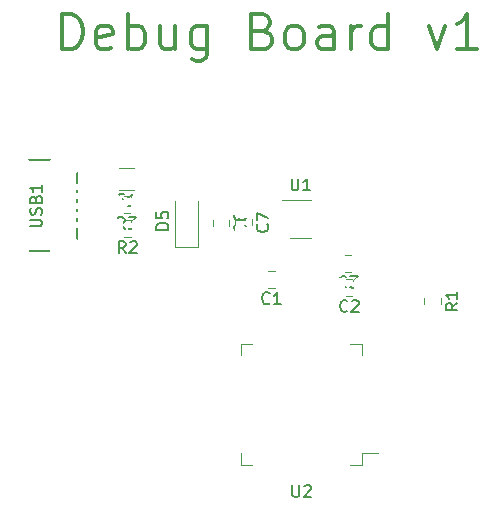
<source format=gto>
G04 #@! TF.GenerationSoftware,KiCad,Pcbnew,(5.1.4)-1*
G04 #@! TF.CreationDate,2020-10-27T19:19:28+03:00*
G04 #@! TF.ProjectId,100_keyboard,3130305f-6b65-4796-926f-6172642e6b69,rev?*
G04 #@! TF.SameCoordinates,Original*
G04 #@! TF.FileFunction,Legend,Top*
G04 #@! TF.FilePolarity,Positive*
%FSLAX46Y46*%
G04 Gerber Fmt 4.6, Leading zero omitted, Abs format (unit mm)*
G04 Created by KiCad (PCBNEW (5.1.4)-1) date 2020-10-27 19:19:28*
%MOMM*%
%LPD*%
G04 APERTURE LIST*
%ADD10C,0.300000*%
%ADD11C,0.150000*%
%ADD12C,0.120000*%
%ADD13C,1.852000*%
%ADD14R,2.007000X2.007000*%
%ADD15C,2.007000*%
%ADD16C,2.352000*%
%ADD17C,4.089800*%
%ADD18C,2.352000*%
%ADD19O,2.802000X1.802000*%
%ADD20R,2.352000X0.602000*%
%ADD21C,0.100000*%
%ADD22C,0.402000*%
%ADD23R,1.162000X0.752000*%
%ADD24C,1.077000*%
%ADD25C,1.352000*%
%ADD26R,1.302000X1.002000*%
G04 APERTURE END LIST*
D10*
X48032000Y-43775142D02*
X48032000Y-40775142D01*
X48746285Y-40775142D01*
X49174857Y-40918000D01*
X49460571Y-41203714D01*
X49603428Y-41489428D01*
X49746285Y-42060857D01*
X49746285Y-42489428D01*
X49603428Y-43060857D01*
X49460571Y-43346571D01*
X49174857Y-43632285D01*
X48746285Y-43775142D01*
X48032000Y-43775142D01*
X52174857Y-43632285D02*
X51889142Y-43775142D01*
X51317714Y-43775142D01*
X51032000Y-43632285D01*
X50889142Y-43346571D01*
X50889142Y-42203714D01*
X51032000Y-41918000D01*
X51317714Y-41775142D01*
X51889142Y-41775142D01*
X52174857Y-41918000D01*
X52317714Y-42203714D01*
X52317714Y-42489428D01*
X50889142Y-42775142D01*
X53603428Y-43775142D02*
X53603428Y-40775142D01*
X53603428Y-41918000D02*
X53889142Y-41775142D01*
X54460571Y-41775142D01*
X54746285Y-41918000D01*
X54889142Y-42060857D01*
X55032000Y-42346571D01*
X55032000Y-43203714D01*
X54889142Y-43489428D01*
X54746285Y-43632285D01*
X54460571Y-43775142D01*
X53889142Y-43775142D01*
X53603428Y-43632285D01*
X57603428Y-41775142D02*
X57603428Y-43775142D01*
X56317714Y-41775142D02*
X56317714Y-43346571D01*
X56460571Y-43632285D01*
X56746285Y-43775142D01*
X57174857Y-43775142D01*
X57460571Y-43632285D01*
X57603428Y-43489428D01*
X60317714Y-41775142D02*
X60317714Y-44203714D01*
X60174857Y-44489428D01*
X60032000Y-44632285D01*
X59746285Y-44775142D01*
X59317714Y-44775142D01*
X59032000Y-44632285D01*
X60317714Y-43632285D02*
X60032000Y-43775142D01*
X59460571Y-43775142D01*
X59174857Y-43632285D01*
X59032000Y-43489428D01*
X58889142Y-43203714D01*
X58889142Y-42346571D01*
X59032000Y-42060857D01*
X59174857Y-41918000D01*
X59460571Y-41775142D01*
X60032000Y-41775142D01*
X60317714Y-41918000D01*
X65032000Y-42203714D02*
X65460571Y-42346571D01*
X65603428Y-42489428D01*
X65746285Y-42775142D01*
X65746285Y-43203714D01*
X65603428Y-43489428D01*
X65460571Y-43632285D01*
X65174857Y-43775142D01*
X64032000Y-43775142D01*
X64032000Y-40775142D01*
X65032000Y-40775142D01*
X65317714Y-40918000D01*
X65460571Y-41060857D01*
X65603428Y-41346571D01*
X65603428Y-41632285D01*
X65460571Y-41918000D01*
X65317714Y-42060857D01*
X65032000Y-42203714D01*
X64032000Y-42203714D01*
X67460571Y-43775142D02*
X67174857Y-43632285D01*
X67032000Y-43489428D01*
X66889142Y-43203714D01*
X66889142Y-42346571D01*
X67032000Y-42060857D01*
X67174857Y-41918000D01*
X67460571Y-41775142D01*
X67889142Y-41775142D01*
X68174857Y-41918000D01*
X68317714Y-42060857D01*
X68460571Y-42346571D01*
X68460571Y-43203714D01*
X68317714Y-43489428D01*
X68174857Y-43632285D01*
X67889142Y-43775142D01*
X67460571Y-43775142D01*
X71032000Y-43775142D02*
X71032000Y-42203714D01*
X70889142Y-41918000D01*
X70603428Y-41775142D01*
X70032000Y-41775142D01*
X69746285Y-41918000D01*
X71032000Y-43632285D02*
X70746285Y-43775142D01*
X70032000Y-43775142D01*
X69746285Y-43632285D01*
X69603428Y-43346571D01*
X69603428Y-43060857D01*
X69746285Y-42775142D01*
X70032000Y-42632285D01*
X70746285Y-42632285D01*
X71032000Y-42489428D01*
X72460571Y-43775142D02*
X72460571Y-41775142D01*
X72460571Y-42346571D02*
X72603428Y-42060857D01*
X72746285Y-41918000D01*
X73032000Y-41775142D01*
X73317714Y-41775142D01*
X75603428Y-43775142D02*
X75603428Y-40775142D01*
X75603428Y-43632285D02*
X75317714Y-43775142D01*
X74746285Y-43775142D01*
X74460571Y-43632285D01*
X74317714Y-43489428D01*
X74174857Y-43203714D01*
X74174857Y-42346571D01*
X74317714Y-42060857D01*
X74460571Y-41918000D01*
X74746285Y-41775142D01*
X75317714Y-41775142D01*
X75603428Y-41918000D01*
X79032000Y-41775142D02*
X79746285Y-43775142D01*
X80460571Y-41775142D01*
X83174857Y-43775142D02*
X81460571Y-43775142D01*
X82317714Y-43775142D02*
X82317714Y-40775142D01*
X82032000Y-41203714D01*
X81746285Y-41489428D01*
X81460571Y-41632285D01*
D11*
X43815000Y-53173000D02*
X49265000Y-53173000D01*
X43815000Y-60873000D02*
X49265000Y-60873000D01*
X49265000Y-53173000D02*
X49265000Y-60873000D01*
D12*
X73372500Y-77978750D02*
X74712500Y-77978750D01*
X73372500Y-78928750D02*
X73372500Y-77978750D01*
X72422500Y-78928750D02*
X73372500Y-78928750D01*
X63152500Y-78928750D02*
X63152500Y-77978750D01*
X64102500Y-78928750D02*
X63152500Y-78928750D01*
X73372500Y-68708750D02*
X73372500Y-69658750D01*
X72422500Y-68708750D02*
X73372500Y-68708750D01*
X63152500Y-68708750D02*
X63152500Y-69658750D01*
X64102500Y-68708750D02*
X63152500Y-68708750D01*
X69099000Y-56556000D02*
X66649000Y-56556000D01*
X67299000Y-59776000D02*
X69099000Y-59776000D01*
X53725578Y-56186000D02*
X53208422Y-56186000D01*
X53725578Y-57606000D02*
X53208422Y-57606000D01*
X53804078Y-58218000D02*
X53286922Y-58218000D01*
X53804078Y-59638000D02*
X53286922Y-59638000D01*
X78665000Y-64828922D02*
X78665000Y-65346078D01*
X80085000Y-64828922D02*
X80085000Y-65346078D01*
X54069064Y-53827000D02*
X52864936Y-53827000D01*
X54069064Y-55647000D02*
X52864936Y-55647000D01*
X57547000Y-60543000D02*
X57547000Y-56643000D01*
X59547000Y-60543000D02*
X59547000Y-56643000D01*
X57547000Y-60543000D02*
X59547000Y-60543000D01*
X62663000Y-58161422D02*
X62663000Y-58678578D01*
X64083000Y-58161422D02*
X64083000Y-58678578D01*
X60758000Y-58209922D02*
X60758000Y-58727078D01*
X62178000Y-58209922D02*
X62178000Y-58727078D01*
X72506578Y-61170750D02*
X71989422Y-61170750D01*
X72506578Y-62590750D02*
X71989422Y-62590750D01*
X72585078Y-63202750D02*
X72067922Y-63202750D01*
X72585078Y-64622750D02*
X72067922Y-64622750D01*
X65996078Y-62536000D02*
X65478922Y-62536000D01*
X65996078Y-63956000D02*
X65478922Y-63956000D01*
D11*
X45299380Y-58761095D02*
X46108904Y-58761095D01*
X46204142Y-58713476D01*
X46251761Y-58665857D01*
X46299380Y-58570619D01*
X46299380Y-58380142D01*
X46251761Y-58284904D01*
X46204142Y-58237285D01*
X46108904Y-58189666D01*
X45299380Y-58189666D01*
X46251761Y-57761095D02*
X46299380Y-57618238D01*
X46299380Y-57380142D01*
X46251761Y-57284904D01*
X46204142Y-57237285D01*
X46108904Y-57189666D01*
X46013666Y-57189666D01*
X45918428Y-57237285D01*
X45870809Y-57284904D01*
X45823190Y-57380142D01*
X45775571Y-57570619D01*
X45727952Y-57665857D01*
X45680333Y-57713476D01*
X45585095Y-57761095D01*
X45489857Y-57761095D01*
X45394619Y-57713476D01*
X45347000Y-57665857D01*
X45299380Y-57570619D01*
X45299380Y-57332523D01*
X45347000Y-57189666D01*
X45775571Y-56427761D02*
X45823190Y-56284904D01*
X45870809Y-56237285D01*
X45966047Y-56189666D01*
X46108904Y-56189666D01*
X46204142Y-56237285D01*
X46251761Y-56284904D01*
X46299380Y-56380142D01*
X46299380Y-56761095D01*
X45299380Y-56761095D01*
X45299380Y-56427761D01*
X45347000Y-56332523D01*
X45394619Y-56284904D01*
X45489857Y-56237285D01*
X45585095Y-56237285D01*
X45680333Y-56284904D01*
X45727952Y-56332523D01*
X45775571Y-56427761D01*
X45775571Y-56761095D01*
X46299380Y-55237285D02*
X46299380Y-55808714D01*
X46299380Y-55523000D02*
X45299380Y-55523000D01*
X45442238Y-55618238D01*
X45537476Y-55713476D01*
X45585095Y-55808714D01*
X67500595Y-80671130D02*
X67500595Y-81480654D01*
X67548214Y-81575892D01*
X67595833Y-81623511D01*
X67691071Y-81671130D01*
X67881547Y-81671130D01*
X67976785Y-81623511D01*
X68024404Y-81575892D01*
X68072023Y-81480654D01*
X68072023Y-80671130D01*
X68500595Y-80766369D02*
X68548214Y-80718750D01*
X68643452Y-80671130D01*
X68881547Y-80671130D01*
X68976785Y-80718750D01*
X69024404Y-80766369D01*
X69072023Y-80861607D01*
X69072023Y-80956845D01*
X69024404Y-81099702D01*
X68452976Y-81671130D01*
X69072023Y-81671130D01*
X67437095Y-54718380D02*
X67437095Y-55527904D01*
X67484714Y-55623142D01*
X67532333Y-55670761D01*
X67627571Y-55718380D01*
X67818047Y-55718380D01*
X67913285Y-55670761D01*
X67960904Y-55623142D01*
X68008523Y-55527904D01*
X68008523Y-54718380D01*
X69008523Y-55718380D02*
X68437095Y-55718380D01*
X68722809Y-55718380D02*
X68722809Y-54718380D01*
X68627571Y-54861238D01*
X68532333Y-54956476D01*
X68437095Y-55004095D01*
X53300333Y-58998380D02*
X52967000Y-58522190D01*
X52728904Y-58998380D02*
X52728904Y-57998380D01*
X53109857Y-57998380D01*
X53205095Y-58046000D01*
X53252714Y-58093619D01*
X53300333Y-58188857D01*
X53300333Y-58331714D01*
X53252714Y-58426952D01*
X53205095Y-58474571D01*
X53109857Y-58522190D01*
X52728904Y-58522190D01*
X53633666Y-57998380D02*
X54252714Y-57998380D01*
X53919380Y-58379333D01*
X54062238Y-58379333D01*
X54157476Y-58426952D01*
X54205095Y-58474571D01*
X54252714Y-58569809D01*
X54252714Y-58807904D01*
X54205095Y-58903142D01*
X54157476Y-58950761D01*
X54062238Y-58998380D01*
X53776523Y-58998380D01*
X53681285Y-58950761D01*
X53633666Y-58903142D01*
X53378833Y-61030380D02*
X53045500Y-60554190D01*
X52807404Y-61030380D02*
X52807404Y-60030380D01*
X53188357Y-60030380D01*
X53283595Y-60078000D01*
X53331214Y-60125619D01*
X53378833Y-60220857D01*
X53378833Y-60363714D01*
X53331214Y-60458952D01*
X53283595Y-60506571D01*
X53188357Y-60554190D01*
X52807404Y-60554190D01*
X53759785Y-60125619D02*
X53807404Y-60078000D01*
X53902642Y-60030380D01*
X54140738Y-60030380D01*
X54235976Y-60078000D01*
X54283595Y-60125619D01*
X54331214Y-60220857D01*
X54331214Y-60316095D01*
X54283595Y-60458952D01*
X53712166Y-61030380D01*
X54331214Y-61030380D01*
X81477380Y-65254166D02*
X81001190Y-65587500D01*
X81477380Y-65825595D02*
X80477380Y-65825595D01*
X80477380Y-65444642D01*
X80525000Y-65349404D01*
X80572619Y-65301785D01*
X80667857Y-65254166D01*
X80810714Y-65254166D01*
X80905952Y-65301785D01*
X80953571Y-65349404D01*
X81001190Y-65444642D01*
X81001190Y-65825595D01*
X81477380Y-64301785D02*
X81477380Y-64873214D01*
X81477380Y-64587500D02*
X80477380Y-64587500D01*
X80620238Y-64682738D01*
X80715476Y-64777976D01*
X80763095Y-64873214D01*
X53133666Y-56485571D02*
X52800333Y-56485571D01*
X52800333Y-57009380D02*
X52800333Y-56009380D01*
X53276523Y-56009380D01*
X54181285Y-57009380D02*
X53609857Y-57009380D01*
X53895571Y-57009380D02*
X53895571Y-56009380D01*
X53800333Y-56152238D01*
X53705095Y-56247476D01*
X53609857Y-56295095D01*
X56999380Y-59031095D02*
X55999380Y-59031095D01*
X55999380Y-58793000D01*
X56047000Y-58650142D01*
X56142238Y-58554904D01*
X56237476Y-58507285D01*
X56427952Y-58459666D01*
X56570809Y-58459666D01*
X56761285Y-58507285D01*
X56856523Y-58554904D01*
X56951761Y-58650142D01*
X56999380Y-58793000D01*
X56999380Y-59031095D01*
X55999380Y-57554904D02*
X55999380Y-58031095D01*
X56475571Y-58078714D01*
X56427952Y-58031095D01*
X56380333Y-57935857D01*
X56380333Y-57697761D01*
X56427952Y-57602523D01*
X56475571Y-57554904D01*
X56570809Y-57507285D01*
X56808904Y-57507285D01*
X56904142Y-57554904D01*
X56951761Y-57602523D01*
X56999380Y-57697761D01*
X56999380Y-57935857D01*
X56951761Y-58031095D01*
X56904142Y-58078714D01*
X65380142Y-58586666D02*
X65427761Y-58634285D01*
X65475380Y-58777142D01*
X65475380Y-58872380D01*
X65427761Y-59015238D01*
X65332523Y-59110476D01*
X65237285Y-59158095D01*
X65046809Y-59205714D01*
X64903952Y-59205714D01*
X64713476Y-59158095D01*
X64618238Y-59110476D01*
X64523000Y-59015238D01*
X64475380Y-58872380D01*
X64475380Y-58777142D01*
X64523000Y-58634285D01*
X64570619Y-58586666D01*
X64475380Y-58253333D02*
X64475380Y-57586666D01*
X65475380Y-58015238D01*
X63475142Y-58635166D02*
X63522761Y-58682785D01*
X63570380Y-58825642D01*
X63570380Y-58920880D01*
X63522761Y-59063738D01*
X63427523Y-59158976D01*
X63332285Y-59206595D01*
X63141809Y-59254214D01*
X62998952Y-59254214D01*
X62808476Y-59206595D01*
X62713238Y-59158976D01*
X62618000Y-59063738D01*
X62570380Y-58920880D01*
X62570380Y-58825642D01*
X62618000Y-58682785D01*
X62665619Y-58635166D01*
X62570380Y-57778023D02*
X62570380Y-57968500D01*
X62618000Y-58063738D01*
X62665619Y-58111357D01*
X62808476Y-58206595D01*
X62998952Y-58254214D01*
X63379904Y-58254214D01*
X63475142Y-58206595D01*
X63522761Y-58158976D01*
X63570380Y-58063738D01*
X63570380Y-57873261D01*
X63522761Y-57778023D01*
X63475142Y-57730404D01*
X63379904Y-57682785D01*
X63141809Y-57682785D01*
X63046571Y-57730404D01*
X62998952Y-57778023D01*
X62951333Y-57873261D01*
X62951333Y-58063738D01*
X62998952Y-58158976D01*
X63046571Y-58206595D01*
X63141809Y-58254214D01*
X72081333Y-63887892D02*
X72033714Y-63935511D01*
X71890857Y-63983130D01*
X71795619Y-63983130D01*
X71652761Y-63935511D01*
X71557523Y-63840273D01*
X71509904Y-63745035D01*
X71462285Y-63554559D01*
X71462285Y-63411702D01*
X71509904Y-63221226D01*
X71557523Y-63125988D01*
X71652761Y-63030750D01*
X71795619Y-62983130D01*
X71890857Y-62983130D01*
X72033714Y-63030750D01*
X72081333Y-63078369D01*
X72414666Y-62983130D02*
X73033714Y-62983130D01*
X72700380Y-63364083D01*
X72843238Y-63364083D01*
X72938476Y-63411702D01*
X72986095Y-63459321D01*
X73033714Y-63554559D01*
X73033714Y-63792654D01*
X72986095Y-63887892D01*
X72938476Y-63935511D01*
X72843238Y-63983130D01*
X72557523Y-63983130D01*
X72462285Y-63935511D01*
X72414666Y-63887892D01*
X72159833Y-65919892D02*
X72112214Y-65967511D01*
X71969357Y-66015130D01*
X71874119Y-66015130D01*
X71731261Y-65967511D01*
X71636023Y-65872273D01*
X71588404Y-65777035D01*
X71540785Y-65586559D01*
X71540785Y-65443702D01*
X71588404Y-65253226D01*
X71636023Y-65157988D01*
X71731261Y-65062750D01*
X71874119Y-65015130D01*
X71969357Y-65015130D01*
X72112214Y-65062750D01*
X72159833Y-65110369D01*
X72540785Y-65110369D02*
X72588404Y-65062750D01*
X72683642Y-65015130D01*
X72921738Y-65015130D01*
X73016976Y-65062750D01*
X73064595Y-65110369D01*
X73112214Y-65205607D01*
X73112214Y-65300845D01*
X73064595Y-65443702D01*
X72493166Y-66015130D01*
X73112214Y-66015130D01*
X65570833Y-65253142D02*
X65523214Y-65300761D01*
X65380357Y-65348380D01*
X65285119Y-65348380D01*
X65142261Y-65300761D01*
X65047023Y-65205523D01*
X64999404Y-65110285D01*
X64951785Y-64919809D01*
X64951785Y-64776952D01*
X64999404Y-64586476D01*
X65047023Y-64491238D01*
X65142261Y-64396000D01*
X65285119Y-64348380D01*
X65380357Y-64348380D01*
X65523214Y-64396000D01*
X65570833Y-64443619D01*
X66523214Y-65348380D02*
X65951785Y-65348380D01*
X66237500Y-65348380D02*
X66237500Y-64348380D01*
X66142261Y-64491238D01*
X66047023Y-64586476D01*
X65951785Y-64634095D01*
%LPC*%
D13*
X123317000Y-53594000D03*
X113157000Y-53594000D03*
D14*
X119507000Y-48514000D03*
D15*
X116967000Y-48514000D03*
D16*
X115737000Y-57594000D03*
D17*
X118237000Y-53594000D03*
D16*
X115082001Y-56864000D03*
D18*
X114427000Y-56134000D02*
X115737002Y-57594000D01*
D16*
X120777000Y-58674000D03*
X120757000Y-58384000D03*
D18*
X120737000Y-58094000D02*
X120777000Y-58674000D01*
D19*
X43815000Y-53373000D03*
X43815000Y-60673000D03*
X48315000Y-60673000D03*
X48315000Y-53373000D03*
D20*
X48315000Y-55423000D03*
X48315000Y-56223000D03*
X48315000Y-57023000D03*
X48315000Y-57823000D03*
X48315000Y-58623000D03*
D21*
G36*
X72122851Y-78668234D02*
G01*
X72132607Y-78669681D01*
X72142174Y-78672077D01*
X72151460Y-78675400D01*
X72160375Y-78679617D01*
X72168835Y-78684687D01*
X72176757Y-78690562D01*
X72184064Y-78697186D01*
X72190688Y-78704493D01*
X72196563Y-78712415D01*
X72201633Y-78720875D01*
X72205850Y-78729790D01*
X72209173Y-78739076D01*
X72211569Y-78748643D01*
X72213016Y-78758399D01*
X72213500Y-78768250D01*
X72213500Y-80219250D01*
X72213016Y-80229101D01*
X72211569Y-80238857D01*
X72209173Y-80248424D01*
X72205850Y-80257710D01*
X72201633Y-80266625D01*
X72196563Y-80275085D01*
X72190688Y-80283007D01*
X72184064Y-80290314D01*
X72176757Y-80296938D01*
X72168835Y-80302813D01*
X72160375Y-80307883D01*
X72151460Y-80312100D01*
X72142174Y-80315423D01*
X72132607Y-80317819D01*
X72122851Y-80319266D01*
X72113000Y-80319750D01*
X71912000Y-80319750D01*
X71902149Y-80319266D01*
X71892393Y-80317819D01*
X71882826Y-80315423D01*
X71873540Y-80312100D01*
X71864625Y-80307883D01*
X71856165Y-80302813D01*
X71848243Y-80296938D01*
X71840936Y-80290314D01*
X71834312Y-80283007D01*
X71828437Y-80275085D01*
X71823367Y-80266625D01*
X71819150Y-80257710D01*
X71815827Y-80248424D01*
X71813431Y-80238857D01*
X71811984Y-80229101D01*
X71811500Y-80219250D01*
X71811500Y-78768250D01*
X71811984Y-78758399D01*
X71813431Y-78748643D01*
X71815827Y-78739076D01*
X71819150Y-78729790D01*
X71823367Y-78720875D01*
X71828437Y-78712415D01*
X71834312Y-78704493D01*
X71840936Y-78697186D01*
X71848243Y-78690562D01*
X71856165Y-78684687D01*
X71864625Y-78679617D01*
X71873540Y-78675400D01*
X71882826Y-78672077D01*
X71892393Y-78669681D01*
X71902149Y-78668234D01*
X71912000Y-78667750D01*
X72113000Y-78667750D01*
X72122851Y-78668234D01*
X72122851Y-78668234D01*
G37*
D22*
X72012500Y-79493750D03*
D21*
G36*
X71622851Y-78668234D02*
G01*
X71632607Y-78669681D01*
X71642174Y-78672077D01*
X71651460Y-78675400D01*
X71660375Y-78679617D01*
X71668835Y-78684687D01*
X71676757Y-78690562D01*
X71684064Y-78697186D01*
X71690688Y-78704493D01*
X71696563Y-78712415D01*
X71701633Y-78720875D01*
X71705850Y-78729790D01*
X71709173Y-78739076D01*
X71711569Y-78748643D01*
X71713016Y-78758399D01*
X71713500Y-78768250D01*
X71713500Y-80219250D01*
X71713016Y-80229101D01*
X71711569Y-80238857D01*
X71709173Y-80248424D01*
X71705850Y-80257710D01*
X71701633Y-80266625D01*
X71696563Y-80275085D01*
X71690688Y-80283007D01*
X71684064Y-80290314D01*
X71676757Y-80296938D01*
X71668835Y-80302813D01*
X71660375Y-80307883D01*
X71651460Y-80312100D01*
X71642174Y-80315423D01*
X71632607Y-80317819D01*
X71622851Y-80319266D01*
X71613000Y-80319750D01*
X71412000Y-80319750D01*
X71402149Y-80319266D01*
X71392393Y-80317819D01*
X71382826Y-80315423D01*
X71373540Y-80312100D01*
X71364625Y-80307883D01*
X71356165Y-80302813D01*
X71348243Y-80296938D01*
X71340936Y-80290314D01*
X71334312Y-80283007D01*
X71328437Y-80275085D01*
X71323367Y-80266625D01*
X71319150Y-80257710D01*
X71315827Y-80248424D01*
X71313431Y-80238857D01*
X71311984Y-80229101D01*
X71311500Y-80219250D01*
X71311500Y-78768250D01*
X71311984Y-78758399D01*
X71313431Y-78748643D01*
X71315827Y-78739076D01*
X71319150Y-78729790D01*
X71323367Y-78720875D01*
X71328437Y-78712415D01*
X71334312Y-78704493D01*
X71340936Y-78697186D01*
X71348243Y-78690562D01*
X71356165Y-78684687D01*
X71364625Y-78679617D01*
X71373540Y-78675400D01*
X71382826Y-78672077D01*
X71392393Y-78669681D01*
X71402149Y-78668234D01*
X71412000Y-78667750D01*
X71613000Y-78667750D01*
X71622851Y-78668234D01*
X71622851Y-78668234D01*
G37*
D22*
X71512500Y-79493750D03*
D21*
G36*
X71122851Y-78668234D02*
G01*
X71132607Y-78669681D01*
X71142174Y-78672077D01*
X71151460Y-78675400D01*
X71160375Y-78679617D01*
X71168835Y-78684687D01*
X71176757Y-78690562D01*
X71184064Y-78697186D01*
X71190688Y-78704493D01*
X71196563Y-78712415D01*
X71201633Y-78720875D01*
X71205850Y-78729790D01*
X71209173Y-78739076D01*
X71211569Y-78748643D01*
X71213016Y-78758399D01*
X71213500Y-78768250D01*
X71213500Y-80219250D01*
X71213016Y-80229101D01*
X71211569Y-80238857D01*
X71209173Y-80248424D01*
X71205850Y-80257710D01*
X71201633Y-80266625D01*
X71196563Y-80275085D01*
X71190688Y-80283007D01*
X71184064Y-80290314D01*
X71176757Y-80296938D01*
X71168835Y-80302813D01*
X71160375Y-80307883D01*
X71151460Y-80312100D01*
X71142174Y-80315423D01*
X71132607Y-80317819D01*
X71122851Y-80319266D01*
X71113000Y-80319750D01*
X70912000Y-80319750D01*
X70902149Y-80319266D01*
X70892393Y-80317819D01*
X70882826Y-80315423D01*
X70873540Y-80312100D01*
X70864625Y-80307883D01*
X70856165Y-80302813D01*
X70848243Y-80296938D01*
X70840936Y-80290314D01*
X70834312Y-80283007D01*
X70828437Y-80275085D01*
X70823367Y-80266625D01*
X70819150Y-80257710D01*
X70815827Y-80248424D01*
X70813431Y-80238857D01*
X70811984Y-80229101D01*
X70811500Y-80219250D01*
X70811500Y-78768250D01*
X70811984Y-78758399D01*
X70813431Y-78748643D01*
X70815827Y-78739076D01*
X70819150Y-78729790D01*
X70823367Y-78720875D01*
X70828437Y-78712415D01*
X70834312Y-78704493D01*
X70840936Y-78697186D01*
X70848243Y-78690562D01*
X70856165Y-78684687D01*
X70864625Y-78679617D01*
X70873540Y-78675400D01*
X70882826Y-78672077D01*
X70892393Y-78669681D01*
X70902149Y-78668234D01*
X70912000Y-78667750D01*
X71113000Y-78667750D01*
X71122851Y-78668234D01*
X71122851Y-78668234D01*
G37*
D22*
X71012500Y-79493750D03*
D21*
G36*
X70622851Y-78668234D02*
G01*
X70632607Y-78669681D01*
X70642174Y-78672077D01*
X70651460Y-78675400D01*
X70660375Y-78679617D01*
X70668835Y-78684687D01*
X70676757Y-78690562D01*
X70684064Y-78697186D01*
X70690688Y-78704493D01*
X70696563Y-78712415D01*
X70701633Y-78720875D01*
X70705850Y-78729790D01*
X70709173Y-78739076D01*
X70711569Y-78748643D01*
X70713016Y-78758399D01*
X70713500Y-78768250D01*
X70713500Y-80219250D01*
X70713016Y-80229101D01*
X70711569Y-80238857D01*
X70709173Y-80248424D01*
X70705850Y-80257710D01*
X70701633Y-80266625D01*
X70696563Y-80275085D01*
X70690688Y-80283007D01*
X70684064Y-80290314D01*
X70676757Y-80296938D01*
X70668835Y-80302813D01*
X70660375Y-80307883D01*
X70651460Y-80312100D01*
X70642174Y-80315423D01*
X70632607Y-80317819D01*
X70622851Y-80319266D01*
X70613000Y-80319750D01*
X70412000Y-80319750D01*
X70402149Y-80319266D01*
X70392393Y-80317819D01*
X70382826Y-80315423D01*
X70373540Y-80312100D01*
X70364625Y-80307883D01*
X70356165Y-80302813D01*
X70348243Y-80296938D01*
X70340936Y-80290314D01*
X70334312Y-80283007D01*
X70328437Y-80275085D01*
X70323367Y-80266625D01*
X70319150Y-80257710D01*
X70315827Y-80248424D01*
X70313431Y-80238857D01*
X70311984Y-80229101D01*
X70311500Y-80219250D01*
X70311500Y-78768250D01*
X70311984Y-78758399D01*
X70313431Y-78748643D01*
X70315827Y-78739076D01*
X70319150Y-78729790D01*
X70323367Y-78720875D01*
X70328437Y-78712415D01*
X70334312Y-78704493D01*
X70340936Y-78697186D01*
X70348243Y-78690562D01*
X70356165Y-78684687D01*
X70364625Y-78679617D01*
X70373540Y-78675400D01*
X70382826Y-78672077D01*
X70392393Y-78669681D01*
X70402149Y-78668234D01*
X70412000Y-78667750D01*
X70613000Y-78667750D01*
X70622851Y-78668234D01*
X70622851Y-78668234D01*
G37*
D22*
X70512500Y-79493750D03*
D21*
G36*
X70122851Y-78668234D02*
G01*
X70132607Y-78669681D01*
X70142174Y-78672077D01*
X70151460Y-78675400D01*
X70160375Y-78679617D01*
X70168835Y-78684687D01*
X70176757Y-78690562D01*
X70184064Y-78697186D01*
X70190688Y-78704493D01*
X70196563Y-78712415D01*
X70201633Y-78720875D01*
X70205850Y-78729790D01*
X70209173Y-78739076D01*
X70211569Y-78748643D01*
X70213016Y-78758399D01*
X70213500Y-78768250D01*
X70213500Y-80219250D01*
X70213016Y-80229101D01*
X70211569Y-80238857D01*
X70209173Y-80248424D01*
X70205850Y-80257710D01*
X70201633Y-80266625D01*
X70196563Y-80275085D01*
X70190688Y-80283007D01*
X70184064Y-80290314D01*
X70176757Y-80296938D01*
X70168835Y-80302813D01*
X70160375Y-80307883D01*
X70151460Y-80312100D01*
X70142174Y-80315423D01*
X70132607Y-80317819D01*
X70122851Y-80319266D01*
X70113000Y-80319750D01*
X69912000Y-80319750D01*
X69902149Y-80319266D01*
X69892393Y-80317819D01*
X69882826Y-80315423D01*
X69873540Y-80312100D01*
X69864625Y-80307883D01*
X69856165Y-80302813D01*
X69848243Y-80296938D01*
X69840936Y-80290314D01*
X69834312Y-80283007D01*
X69828437Y-80275085D01*
X69823367Y-80266625D01*
X69819150Y-80257710D01*
X69815827Y-80248424D01*
X69813431Y-80238857D01*
X69811984Y-80229101D01*
X69811500Y-80219250D01*
X69811500Y-78768250D01*
X69811984Y-78758399D01*
X69813431Y-78748643D01*
X69815827Y-78739076D01*
X69819150Y-78729790D01*
X69823367Y-78720875D01*
X69828437Y-78712415D01*
X69834312Y-78704493D01*
X69840936Y-78697186D01*
X69848243Y-78690562D01*
X69856165Y-78684687D01*
X69864625Y-78679617D01*
X69873540Y-78675400D01*
X69882826Y-78672077D01*
X69892393Y-78669681D01*
X69902149Y-78668234D01*
X69912000Y-78667750D01*
X70113000Y-78667750D01*
X70122851Y-78668234D01*
X70122851Y-78668234D01*
G37*
D22*
X70012500Y-79493750D03*
D21*
G36*
X69622851Y-78668234D02*
G01*
X69632607Y-78669681D01*
X69642174Y-78672077D01*
X69651460Y-78675400D01*
X69660375Y-78679617D01*
X69668835Y-78684687D01*
X69676757Y-78690562D01*
X69684064Y-78697186D01*
X69690688Y-78704493D01*
X69696563Y-78712415D01*
X69701633Y-78720875D01*
X69705850Y-78729790D01*
X69709173Y-78739076D01*
X69711569Y-78748643D01*
X69713016Y-78758399D01*
X69713500Y-78768250D01*
X69713500Y-80219250D01*
X69713016Y-80229101D01*
X69711569Y-80238857D01*
X69709173Y-80248424D01*
X69705850Y-80257710D01*
X69701633Y-80266625D01*
X69696563Y-80275085D01*
X69690688Y-80283007D01*
X69684064Y-80290314D01*
X69676757Y-80296938D01*
X69668835Y-80302813D01*
X69660375Y-80307883D01*
X69651460Y-80312100D01*
X69642174Y-80315423D01*
X69632607Y-80317819D01*
X69622851Y-80319266D01*
X69613000Y-80319750D01*
X69412000Y-80319750D01*
X69402149Y-80319266D01*
X69392393Y-80317819D01*
X69382826Y-80315423D01*
X69373540Y-80312100D01*
X69364625Y-80307883D01*
X69356165Y-80302813D01*
X69348243Y-80296938D01*
X69340936Y-80290314D01*
X69334312Y-80283007D01*
X69328437Y-80275085D01*
X69323367Y-80266625D01*
X69319150Y-80257710D01*
X69315827Y-80248424D01*
X69313431Y-80238857D01*
X69311984Y-80229101D01*
X69311500Y-80219250D01*
X69311500Y-78768250D01*
X69311984Y-78758399D01*
X69313431Y-78748643D01*
X69315827Y-78739076D01*
X69319150Y-78729790D01*
X69323367Y-78720875D01*
X69328437Y-78712415D01*
X69334312Y-78704493D01*
X69340936Y-78697186D01*
X69348243Y-78690562D01*
X69356165Y-78684687D01*
X69364625Y-78679617D01*
X69373540Y-78675400D01*
X69382826Y-78672077D01*
X69392393Y-78669681D01*
X69402149Y-78668234D01*
X69412000Y-78667750D01*
X69613000Y-78667750D01*
X69622851Y-78668234D01*
X69622851Y-78668234D01*
G37*
D22*
X69512500Y-79493750D03*
D21*
G36*
X69122851Y-78668234D02*
G01*
X69132607Y-78669681D01*
X69142174Y-78672077D01*
X69151460Y-78675400D01*
X69160375Y-78679617D01*
X69168835Y-78684687D01*
X69176757Y-78690562D01*
X69184064Y-78697186D01*
X69190688Y-78704493D01*
X69196563Y-78712415D01*
X69201633Y-78720875D01*
X69205850Y-78729790D01*
X69209173Y-78739076D01*
X69211569Y-78748643D01*
X69213016Y-78758399D01*
X69213500Y-78768250D01*
X69213500Y-80219250D01*
X69213016Y-80229101D01*
X69211569Y-80238857D01*
X69209173Y-80248424D01*
X69205850Y-80257710D01*
X69201633Y-80266625D01*
X69196563Y-80275085D01*
X69190688Y-80283007D01*
X69184064Y-80290314D01*
X69176757Y-80296938D01*
X69168835Y-80302813D01*
X69160375Y-80307883D01*
X69151460Y-80312100D01*
X69142174Y-80315423D01*
X69132607Y-80317819D01*
X69122851Y-80319266D01*
X69113000Y-80319750D01*
X68912000Y-80319750D01*
X68902149Y-80319266D01*
X68892393Y-80317819D01*
X68882826Y-80315423D01*
X68873540Y-80312100D01*
X68864625Y-80307883D01*
X68856165Y-80302813D01*
X68848243Y-80296938D01*
X68840936Y-80290314D01*
X68834312Y-80283007D01*
X68828437Y-80275085D01*
X68823367Y-80266625D01*
X68819150Y-80257710D01*
X68815827Y-80248424D01*
X68813431Y-80238857D01*
X68811984Y-80229101D01*
X68811500Y-80219250D01*
X68811500Y-78768250D01*
X68811984Y-78758399D01*
X68813431Y-78748643D01*
X68815827Y-78739076D01*
X68819150Y-78729790D01*
X68823367Y-78720875D01*
X68828437Y-78712415D01*
X68834312Y-78704493D01*
X68840936Y-78697186D01*
X68848243Y-78690562D01*
X68856165Y-78684687D01*
X68864625Y-78679617D01*
X68873540Y-78675400D01*
X68882826Y-78672077D01*
X68892393Y-78669681D01*
X68902149Y-78668234D01*
X68912000Y-78667750D01*
X69113000Y-78667750D01*
X69122851Y-78668234D01*
X69122851Y-78668234D01*
G37*
D22*
X69012500Y-79493750D03*
D21*
G36*
X68622851Y-78668234D02*
G01*
X68632607Y-78669681D01*
X68642174Y-78672077D01*
X68651460Y-78675400D01*
X68660375Y-78679617D01*
X68668835Y-78684687D01*
X68676757Y-78690562D01*
X68684064Y-78697186D01*
X68690688Y-78704493D01*
X68696563Y-78712415D01*
X68701633Y-78720875D01*
X68705850Y-78729790D01*
X68709173Y-78739076D01*
X68711569Y-78748643D01*
X68713016Y-78758399D01*
X68713500Y-78768250D01*
X68713500Y-80219250D01*
X68713016Y-80229101D01*
X68711569Y-80238857D01*
X68709173Y-80248424D01*
X68705850Y-80257710D01*
X68701633Y-80266625D01*
X68696563Y-80275085D01*
X68690688Y-80283007D01*
X68684064Y-80290314D01*
X68676757Y-80296938D01*
X68668835Y-80302813D01*
X68660375Y-80307883D01*
X68651460Y-80312100D01*
X68642174Y-80315423D01*
X68632607Y-80317819D01*
X68622851Y-80319266D01*
X68613000Y-80319750D01*
X68412000Y-80319750D01*
X68402149Y-80319266D01*
X68392393Y-80317819D01*
X68382826Y-80315423D01*
X68373540Y-80312100D01*
X68364625Y-80307883D01*
X68356165Y-80302813D01*
X68348243Y-80296938D01*
X68340936Y-80290314D01*
X68334312Y-80283007D01*
X68328437Y-80275085D01*
X68323367Y-80266625D01*
X68319150Y-80257710D01*
X68315827Y-80248424D01*
X68313431Y-80238857D01*
X68311984Y-80229101D01*
X68311500Y-80219250D01*
X68311500Y-78768250D01*
X68311984Y-78758399D01*
X68313431Y-78748643D01*
X68315827Y-78739076D01*
X68319150Y-78729790D01*
X68323367Y-78720875D01*
X68328437Y-78712415D01*
X68334312Y-78704493D01*
X68340936Y-78697186D01*
X68348243Y-78690562D01*
X68356165Y-78684687D01*
X68364625Y-78679617D01*
X68373540Y-78675400D01*
X68382826Y-78672077D01*
X68392393Y-78669681D01*
X68402149Y-78668234D01*
X68412000Y-78667750D01*
X68613000Y-78667750D01*
X68622851Y-78668234D01*
X68622851Y-78668234D01*
G37*
D22*
X68512500Y-79493750D03*
D21*
G36*
X68122851Y-78668234D02*
G01*
X68132607Y-78669681D01*
X68142174Y-78672077D01*
X68151460Y-78675400D01*
X68160375Y-78679617D01*
X68168835Y-78684687D01*
X68176757Y-78690562D01*
X68184064Y-78697186D01*
X68190688Y-78704493D01*
X68196563Y-78712415D01*
X68201633Y-78720875D01*
X68205850Y-78729790D01*
X68209173Y-78739076D01*
X68211569Y-78748643D01*
X68213016Y-78758399D01*
X68213500Y-78768250D01*
X68213500Y-80219250D01*
X68213016Y-80229101D01*
X68211569Y-80238857D01*
X68209173Y-80248424D01*
X68205850Y-80257710D01*
X68201633Y-80266625D01*
X68196563Y-80275085D01*
X68190688Y-80283007D01*
X68184064Y-80290314D01*
X68176757Y-80296938D01*
X68168835Y-80302813D01*
X68160375Y-80307883D01*
X68151460Y-80312100D01*
X68142174Y-80315423D01*
X68132607Y-80317819D01*
X68122851Y-80319266D01*
X68113000Y-80319750D01*
X67912000Y-80319750D01*
X67902149Y-80319266D01*
X67892393Y-80317819D01*
X67882826Y-80315423D01*
X67873540Y-80312100D01*
X67864625Y-80307883D01*
X67856165Y-80302813D01*
X67848243Y-80296938D01*
X67840936Y-80290314D01*
X67834312Y-80283007D01*
X67828437Y-80275085D01*
X67823367Y-80266625D01*
X67819150Y-80257710D01*
X67815827Y-80248424D01*
X67813431Y-80238857D01*
X67811984Y-80229101D01*
X67811500Y-80219250D01*
X67811500Y-78768250D01*
X67811984Y-78758399D01*
X67813431Y-78748643D01*
X67815827Y-78739076D01*
X67819150Y-78729790D01*
X67823367Y-78720875D01*
X67828437Y-78712415D01*
X67834312Y-78704493D01*
X67840936Y-78697186D01*
X67848243Y-78690562D01*
X67856165Y-78684687D01*
X67864625Y-78679617D01*
X67873540Y-78675400D01*
X67882826Y-78672077D01*
X67892393Y-78669681D01*
X67902149Y-78668234D01*
X67912000Y-78667750D01*
X68113000Y-78667750D01*
X68122851Y-78668234D01*
X68122851Y-78668234D01*
G37*
D22*
X68012500Y-79493750D03*
D21*
G36*
X67622851Y-78668234D02*
G01*
X67632607Y-78669681D01*
X67642174Y-78672077D01*
X67651460Y-78675400D01*
X67660375Y-78679617D01*
X67668835Y-78684687D01*
X67676757Y-78690562D01*
X67684064Y-78697186D01*
X67690688Y-78704493D01*
X67696563Y-78712415D01*
X67701633Y-78720875D01*
X67705850Y-78729790D01*
X67709173Y-78739076D01*
X67711569Y-78748643D01*
X67713016Y-78758399D01*
X67713500Y-78768250D01*
X67713500Y-80219250D01*
X67713016Y-80229101D01*
X67711569Y-80238857D01*
X67709173Y-80248424D01*
X67705850Y-80257710D01*
X67701633Y-80266625D01*
X67696563Y-80275085D01*
X67690688Y-80283007D01*
X67684064Y-80290314D01*
X67676757Y-80296938D01*
X67668835Y-80302813D01*
X67660375Y-80307883D01*
X67651460Y-80312100D01*
X67642174Y-80315423D01*
X67632607Y-80317819D01*
X67622851Y-80319266D01*
X67613000Y-80319750D01*
X67412000Y-80319750D01*
X67402149Y-80319266D01*
X67392393Y-80317819D01*
X67382826Y-80315423D01*
X67373540Y-80312100D01*
X67364625Y-80307883D01*
X67356165Y-80302813D01*
X67348243Y-80296938D01*
X67340936Y-80290314D01*
X67334312Y-80283007D01*
X67328437Y-80275085D01*
X67323367Y-80266625D01*
X67319150Y-80257710D01*
X67315827Y-80248424D01*
X67313431Y-80238857D01*
X67311984Y-80229101D01*
X67311500Y-80219250D01*
X67311500Y-78768250D01*
X67311984Y-78758399D01*
X67313431Y-78748643D01*
X67315827Y-78739076D01*
X67319150Y-78729790D01*
X67323367Y-78720875D01*
X67328437Y-78712415D01*
X67334312Y-78704493D01*
X67340936Y-78697186D01*
X67348243Y-78690562D01*
X67356165Y-78684687D01*
X67364625Y-78679617D01*
X67373540Y-78675400D01*
X67382826Y-78672077D01*
X67392393Y-78669681D01*
X67402149Y-78668234D01*
X67412000Y-78667750D01*
X67613000Y-78667750D01*
X67622851Y-78668234D01*
X67622851Y-78668234D01*
G37*
D22*
X67512500Y-79493750D03*
D21*
G36*
X67122851Y-78668234D02*
G01*
X67132607Y-78669681D01*
X67142174Y-78672077D01*
X67151460Y-78675400D01*
X67160375Y-78679617D01*
X67168835Y-78684687D01*
X67176757Y-78690562D01*
X67184064Y-78697186D01*
X67190688Y-78704493D01*
X67196563Y-78712415D01*
X67201633Y-78720875D01*
X67205850Y-78729790D01*
X67209173Y-78739076D01*
X67211569Y-78748643D01*
X67213016Y-78758399D01*
X67213500Y-78768250D01*
X67213500Y-80219250D01*
X67213016Y-80229101D01*
X67211569Y-80238857D01*
X67209173Y-80248424D01*
X67205850Y-80257710D01*
X67201633Y-80266625D01*
X67196563Y-80275085D01*
X67190688Y-80283007D01*
X67184064Y-80290314D01*
X67176757Y-80296938D01*
X67168835Y-80302813D01*
X67160375Y-80307883D01*
X67151460Y-80312100D01*
X67142174Y-80315423D01*
X67132607Y-80317819D01*
X67122851Y-80319266D01*
X67113000Y-80319750D01*
X66912000Y-80319750D01*
X66902149Y-80319266D01*
X66892393Y-80317819D01*
X66882826Y-80315423D01*
X66873540Y-80312100D01*
X66864625Y-80307883D01*
X66856165Y-80302813D01*
X66848243Y-80296938D01*
X66840936Y-80290314D01*
X66834312Y-80283007D01*
X66828437Y-80275085D01*
X66823367Y-80266625D01*
X66819150Y-80257710D01*
X66815827Y-80248424D01*
X66813431Y-80238857D01*
X66811984Y-80229101D01*
X66811500Y-80219250D01*
X66811500Y-78768250D01*
X66811984Y-78758399D01*
X66813431Y-78748643D01*
X66815827Y-78739076D01*
X66819150Y-78729790D01*
X66823367Y-78720875D01*
X66828437Y-78712415D01*
X66834312Y-78704493D01*
X66840936Y-78697186D01*
X66848243Y-78690562D01*
X66856165Y-78684687D01*
X66864625Y-78679617D01*
X66873540Y-78675400D01*
X66882826Y-78672077D01*
X66892393Y-78669681D01*
X66902149Y-78668234D01*
X66912000Y-78667750D01*
X67113000Y-78667750D01*
X67122851Y-78668234D01*
X67122851Y-78668234D01*
G37*
D22*
X67012500Y-79493750D03*
D21*
G36*
X66622851Y-78668234D02*
G01*
X66632607Y-78669681D01*
X66642174Y-78672077D01*
X66651460Y-78675400D01*
X66660375Y-78679617D01*
X66668835Y-78684687D01*
X66676757Y-78690562D01*
X66684064Y-78697186D01*
X66690688Y-78704493D01*
X66696563Y-78712415D01*
X66701633Y-78720875D01*
X66705850Y-78729790D01*
X66709173Y-78739076D01*
X66711569Y-78748643D01*
X66713016Y-78758399D01*
X66713500Y-78768250D01*
X66713500Y-80219250D01*
X66713016Y-80229101D01*
X66711569Y-80238857D01*
X66709173Y-80248424D01*
X66705850Y-80257710D01*
X66701633Y-80266625D01*
X66696563Y-80275085D01*
X66690688Y-80283007D01*
X66684064Y-80290314D01*
X66676757Y-80296938D01*
X66668835Y-80302813D01*
X66660375Y-80307883D01*
X66651460Y-80312100D01*
X66642174Y-80315423D01*
X66632607Y-80317819D01*
X66622851Y-80319266D01*
X66613000Y-80319750D01*
X66412000Y-80319750D01*
X66402149Y-80319266D01*
X66392393Y-80317819D01*
X66382826Y-80315423D01*
X66373540Y-80312100D01*
X66364625Y-80307883D01*
X66356165Y-80302813D01*
X66348243Y-80296938D01*
X66340936Y-80290314D01*
X66334312Y-80283007D01*
X66328437Y-80275085D01*
X66323367Y-80266625D01*
X66319150Y-80257710D01*
X66315827Y-80248424D01*
X66313431Y-80238857D01*
X66311984Y-80229101D01*
X66311500Y-80219250D01*
X66311500Y-78768250D01*
X66311984Y-78758399D01*
X66313431Y-78748643D01*
X66315827Y-78739076D01*
X66319150Y-78729790D01*
X66323367Y-78720875D01*
X66328437Y-78712415D01*
X66334312Y-78704493D01*
X66340936Y-78697186D01*
X66348243Y-78690562D01*
X66356165Y-78684687D01*
X66364625Y-78679617D01*
X66373540Y-78675400D01*
X66382826Y-78672077D01*
X66392393Y-78669681D01*
X66402149Y-78668234D01*
X66412000Y-78667750D01*
X66613000Y-78667750D01*
X66622851Y-78668234D01*
X66622851Y-78668234D01*
G37*
D22*
X66512500Y-79493750D03*
D21*
G36*
X66122851Y-78668234D02*
G01*
X66132607Y-78669681D01*
X66142174Y-78672077D01*
X66151460Y-78675400D01*
X66160375Y-78679617D01*
X66168835Y-78684687D01*
X66176757Y-78690562D01*
X66184064Y-78697186D01*
X66190688Y-78704493D01*
X66196563Y-78712415D01*
X66201633Y-78720875D01*
X66205850Y-78729790D01*
X66209173Y-78739076D01*
X66211569Y-78748643D01*
X66213016Y-78758399D01*
X66213500Y-78768250D01*
X66213500Y-80219250D01*
X66213016Y-80229101D01*
X66211569Y-80238857D01*
X66209173Y-80248424D01*
X66205850Y-80257710D01*
X66201633Y-80266625D01*
X66196563Y-80275085D01*
X66190688Y-80283007D01*
X66184064Y-80290314D01*
X66176757Y-80296938D01*
X66168835Y-80302813D01*
X66160375Y-80307883D01*
X66151460Y-80312100D01*
X66142174Y-80315423D01*
X66132607Y-80317819D01*
X66122851Y-80319266D01*
X66113000Y-80319750D01*
X65912000Y-80319750D01*
X65902149Y-80319266D01*
X65892393Y-80317819D01*
X65882826Y-80315423D01*
X65873540Y-80312100D01*
X65864625Y-80307883D01*
X65856165Y-80302813D01*
X65848243Y-80296938D01*
X65840936Y-80290314D01*
X65834312Y-80283007D01*
X65828437Y-80275085D01*
X65823367Y-80266625D01*
X65819150Y-80257710D01*
X65815827Y-80248424D01*
X65813431Y-80238857D01*
X65811984Y-80229101D01*
X65811500Y-80219250D01*
X65811500Y-78768250D01*
X65811984Y-78758399D01*
X65813431Y-78748643D01*
X65815827Y-78739076D01*
X65819150Y-78729790D01*
X65823367Y-78720875D01*
X65828437Y-78712415D01*
X65834312Y-78704493D01*
X65840936Y-78697186D01*
X65848243Y-78690562D01*
X65856165Y-78684687D01*
X65864625Y-78679617D01*
X65873540Y-78675400D01*
X65882826Y-78672077D01*
X65892393Y-78669681D01*
X65902149Y-78668234D01*
X65912000Y-78667750D01*
X66113000Y-78667750D01*
X66122851Y-78668234D01*
X66122851Y-78668234D01*
G37*
D22*
X66012500Y-79493750D03*
D21*
G36*
X65622851Y-78668234D02*
G01*
X65632607Y-78669681D01*
X65642174Y-78672077D01*
X65651460Y-78675400D01*
X65660375Y-78679617D01*
X65668835Y-78684687D01*
X65676757Y-78690562D01*
X65684064Y-78697186D01*
X65690688Y-78704493D01*
X65696563Y-78712415D01*
X65701633Y-78720875D01*
X65705850Y-78729790D01*
X65709173Y-78739076D01*
X65711569Y-78748643D01*
X65713016Y-78758399D01*
X65713500Y-78768250D01*
X65713500Y-80219250D01*
X65713016Y-80229101D01*
X65711569Y-80238857D01*
X65709173Y-80248424D01*
X65705850Y-80257710D01*
X65701633Y-80266625D01*
X65696563Y-80275085D01*
X65690688Y-80283007D01*
X65684064Y-80290314D01*
X65676757Y-80296938D01*
X65668835Y-80302813D01*
X65660375Y-80307883D01*
X65651460Y-80312100D01*
X65642174Y-80315423D01*
X65632607Y-80317819D01*
X65622851Y-80319266D01*
X65613000Y-80319750D01*
X65412000Y-80319750D01*
X65402149Y-80319266D01*
X65392393Y-80317819D01*
X65382826Y-80315423D01*
X65373540Y-80312100D01*
X65364625Y-80307883D01*
X65356165Y-80302813D01*
X65348243Y-80296938D01*
X65340936Y-80290314D01*
X65334312Y-80283007D01*
X65328437Y-80275085D01*
X65323367Y-80266625D01*
X65319150Y-80257710D01*
X65315827Y-80248424D01*
X65313431Y-80238857D01*
X65311984Y-80229101D01*
X65311500Y-80219250D01*
X65311500Y-78768250D01*
X65311984Y-78758399D01*
X65313431Y-78748643D01*
X65315827Y-78739076D01*
X65319150Y-78729790D01*
X65323367Y-78720875D01*
X65328437Y-78712415D01*
X65334312Y-78704493D01*
X65340936Y-78697186D01*
X65348243Y-78690562D01*
X65356165Y-78684687D01*
X65364625Y-78679617D01*
X65373540Y-78675400D01*
X65382826Y-78672077D01*
X65392393Y-78669681D01*
X65402149Y-78668234D01*
X65412000Y-78667750D01*
X65613000Y-78667750D01*
X65622851Y-78668234D01*
X65622851Y-78668234D01*
G37*
D22*
X65512500Y-79493750D03*
D21*
G36*
X65122851Y-78668234D02*
G01*
X65132607Y-78669681D01*
X65142174Y-78672077D01*
X65151460Y-78675400D01*
X65160375Y-78679617D01*
X65168835Y-78684687D01*
X65176757Y-78690562D01*
X65184064Y-78697186D01*
X65190688Y-78704493D01*
X65196563Y-78712415D01*
X65201633Y-78720875D01*
X65205850Y-78729790D01*
X65209173Y-78739076D01*
X65211569Y-78748643D01*
X65213016Y-78758399D01*
X65213500Y-78768250D01*
X65213500Y-80219250D01*
X65213016Y-80229101D01*
X65211569Y-80238857D01*
X65209173Y-80248424D01*
X65205850Y-80257710D01*
X65201633Y-80266625D01*
X65196563Y-80275085D01*
X65190688Y-80283007D01*
X65184064Y-80290314D01*
X65176757Y-80296938D01*
X65168835Y-80302813D01*
X65160375Y-80307883D01*
X65151460Y-80312100D01*
X65142174Y-80315423D01*
X65132607Y-80317819D01*
X65122851Y-80319266D01*
X65113000Y-80319750D01*
X64912000Y-80319750D01*
X64902149Y-80319266D01*
X64892393Y-80317819D01*
X64882826Y-80315423D01*
X64873540Y-80312100D01*
X64864625Y-80307883D01*
X64856165Y-80302813D01*
X64848243Y-80296938D01*
X64840936Y-80290314D01*
X64834312Y-80283007D01*
X64828437Y-80275085D01*
X64823367Y-80266625D01*
X64819150Y-80257710D01*
X64815827Y-80248424D01*
X64813431Y-80238857D01*
X64811984Y-80229101D01*
X64811500Y-80219250D01*
X64811500Y-78768250D01*
X64811984Y-78758399D01*
X64813431Y-78748643D01*
X64815827Y-78739076D01*
X64819150Y-78729790D01*
X64823367Y-78720875D01*
X64828437Y-78712415D01*
X64834312Y-78704493D01*
X64840936Y-78697186D01*
X64848243Y-78690562D01*
X64856165Y-78684687D01*
X64864625Y-78679617D01*
X64873540Y-78675400D01*
X64882826Y-78672077D01*
X64892393Y-78669681D01*
X64902149Y-78668234D01*
X64912000Y-78667750D01*
X65113000Y-78667750D01*
X65122851Y-78668234D01*
X65122851Y-78668234D01*
G37*
D22*
X65012500Y-79493750D03*
D21*
G36*
X64622851Y-78668234D02*
G01*
X64632607Y-78669681D01*
X64642174Y-78672077D01*
X64651460Y-78675400D01*
X64660375Y-78679617D01*
X64668835Y-78684687D01*
X64676757Y-78690562D01*
X64684064Y-78697186D01*
X64690688Y-78704493D01*
X64696563Y-78712415D01*
X64701633Y-78720875D01*
X64705850Y-78729790D01*
X64709173Y-78739076D01*
X64711569Y-78748643D01*
X64713016Y-78758399D01*
X64713500Y-78768250D01*
X64713500Y-80219250D01*
X64713016Y-80229101D01*
X64711569Y-80238857D01*
X64709173Y-80248424D01*
X64705850Y-80257710D01*
X64701633Y-80266625D01*
X64696563Y-80275085D01*
X64690688Y-80283007D01*
X64684064Y-80290314D01*
X64676757Y-80296938D01*
X64668835Y-80302813D01*
X64660375Y-80307883D01*
X64651460Y-80312100D01*
X64642174Y-80315423D01*
X64632607Y-80317819D01*
X64622851Y-80319266D01*
X64613000Y-80319750D01*
X64412000Y-80319750D01*
X64402149Y-80319266D01*
X64392393Y-80317819D01*
X64382826Y-80315423D01*
X64373540Y-80312100D01*
X64364625Y-80307883D01*
X64356165Y-80302813D01*
X64348243Y-80296938D01*
X64340936Y-80290314D01*
X64334312Y-80283007D01*
X64328437Y-80275085D01*
X64323367Y-80266625D01*
X64319150Y-80257710D01*
X64315827Y-80248424D01*
X64313431Y-80238857D01*
X64311984Y-80229101D01*
X64311500Y-80219250D01*
X64311500Y-78768250D01*
X64311984Y-78758399D01*
X64313431Y-78748643D01*
X64315827Y-78739076D01*
X64319150Y-78729790D01*
X64323367Y-78720875D01*
X64328437Y-78712415D01*
X64334312Y-78704493D01*
X64340936Y-78697186D01*
X64348243Y-78690562D01*
X64356165Y-78684687D01*
X64364625Y-78679617D01*
X64373540Y-78675400D01*
X64382826Y-78672077D01*
X64392393Y-78669681D01*
X64402149Y-78668234D01*
X64412000Y-78667750D01*
X64613000Y-78667750D01*
X64622851Y-78668234D01*
X64622851Y-78668234D01*
G37*
D22*
X64512500Y-79493750D03*
D21*
G36*
X63322851Y-77368234D02*
G01*
X63332607Y-77369681D01*
X63342174Y-77372077D01*
X63351460Y-77375400D01*
X63360375Y-77379617D01*
X63368835Y-77384687D01*
X63376757Y-77390562D01*
X63384064Y-77397186D01*
X63390688Y-77404493D01*
X63396563Y-77412415D01*
X63401633Y-77420875D01*
X63405850Y-77429790D01*
X63409173Y-77439076D01*
X63411569Y-77448643D01*
X63413016Y-77458399D01*
X63413500Y-77468250D01*
X63413500Y-77669250D01*
X63413016Y-77679101D01*
X63411569Y-77688857D01*
X63409173Y-77698424D01*
X63405850Y-77707710D01*
X63401633Y-77716625D01*
X63396563Y-77725085D01*
X63390688Y-77733007D01*
X63384064Y-77740314D01*
X63376757Y-77746938D01*
X63368835Y-77752813D01*
X63360375Y-77757883D01*
X63351460Y-77762100D01*
X63342174Y-77765423D01*
X63332607Y-77767819D01*
X63322851Y-77769266D01*
X63313000Y-77769750D01*
X61862000Y-77769750D01*
X61852149Y-77769266D01*
X61842393Y-77767819D01*
X61832826Y-77765423D01*
X61823540Y-77762100D01*
X61814625Y-77757883D01*
X61806165Y-77752813D01*
X61798243Y-77746938D01*
X61790936Y-77740314D01*
X61784312Y-77733007D01*
X61778437Y-77725085D01*
X61773367Y-77716625D01*
X61769150Y-77707710D01*
X61765827Y-77698424D01*
X61763431Y-77688857D01*
X61761984Y-77679101D01*
X61761500Y-77669250D01*
X61761500Y-77468250D01*
X61761984Y-77458399D01*
X61763431Y-77448643D01*
X61765827Y-77439076D01*
X61769150Y-77429790D01*
X61773367Y-77420875D01*
X61778437Y-77412415D01*
X61784312Y-77404493D01*
X61790936Y-77397186D01*
X61798243Y-77390562D01*
X61806165Y-77384687D01*
X61814625Y-77379617D01*
X61823540Y-77375400D01*
X61832826Y-77372077D01*
X61842393Y-77369681D01*
X61852149Y-77368234D01*
X61862000Y-77367750D01*
X63313000Y-77367750D01*
X63322851Y-77368234D01*
X63322851Y-77368234D01*
G37*
D22*
X62587500Y-77568750D03*
D21*
G36*
X63322851Y-76868234D02*
G01*
X63332607Y-76869681D01*
X63342174Y-76872077D01*
X63351460Y-76875400D01*
X63360375Y-76879617D01*
X63368835Y-76884687D01*
X63376757Y-76890562D01*
X63384064Y-76897186D01*
X63390688Y-76904493D01*
X63396563Y-76912415D01*
X63401633Y-76920875D01*
X63405850Y-76929790D01*
X63409173Y-76939076D01*
X63411569Y-76948643D01*
X63413016Y-76958399D01*
X63413500Y-76968250D01*
X63413500Y-77169250D01*
X63413016Y-77179101D01*
X63411569Y-77188857D01*
X63409173Y-77198424D01*
X63405850Y-77207710D01*
X63401633Y-77216625D01*
X63396563Y-77225085D01*
X63390688Y-77233007D01*
X63384064Y-77240314D01*
X63376757Y-77246938D01*
X63368835Y-77252813D01*
X63360375Y-77257883D01*
X63351460Y-77262100D01*
X63342174Y-77265423D01*
X63332607Y-77267819D01*
X63322851Y-77269266D01*
X63313000Y-77269750D01*
X61862000Y-77269750D01*
X61852149Y-77269266D01*
X61842393Y-77267819D01*
X61832826Y-77265423D01*
X61823540Y-77262100D01*
X61814625Y-77257883D01*
X61806165Y-77252813D01*
X61798243Y-77246938D01*
X61790936Y-77240314D01*
X61784312Y-77233007D01*
X61778437Y-77225085D01*
X61773367Y-77216625D01*
X61769150Y-77207710D01*
X61765827Y-77198424D01*
X61763431Y-77188857D01*
X61761984Y-77179101D01*
X61761500Y-77169250D01*
X61761500Y-76968250D01*
X61761984Y-76958399D01*
X61763431Y-76948643D01*
X61765827Y-76939076D01*
X61769150Y-76929790D01*
X61773367Y-76920875D01*
X61778437Y-76912415D01*
X61784312Y-76904493D01*
X61790936Y-76897186D01*
X61798243Y-76890562D01*
X61806165Y-76884687D01*
X61814625Y-76879617D01*
X61823540Y-76875400D01*
X61832826Y-76872077D01*
X61842393Y-76869681D01*
X61852149Y-76868234D01*
X61862000Y-76867750D01*
X63313000Y-76867750D01*
X63322851Y-76868234D01*
X63322851Y-76868234D01*
G37*
D22*
X62587500Y-77068750D03*
D21*
G36*
X63322851Y-76368234D02*
G01*
X63332607Y-76369681D01*
X63342174Y-76372077D01*
X63351460Y-76375400D01*
X63360375Y-76379617D01*
X63368835Y-76384687D01*
X63376757Y-76390562D01*
X63384064Y-76397186D01*
X63390688Y-76404493D01*
X63396563Y-76412415D01*
X63401633Y-76420875D01*
X63405850Y-76429790D01*
X63409173Y-76439076D01*
X63411569Y-76448643D01*
X63413016Y-76458399D01*
X63413500Y-76468250D01*
X63413500Y-76669250D01*
X63413016Y-76679101D01*
X63411569Y-76688857D01*
X63409173Y-76698424D01*
X63405850Y-76707710D01*
X63401633Y-76716625D01*
X63396563Y-76725085D01*
X63390688Y-76733007D01*
X63384064Y-76740314D01*
X63376757Y-76746938D01*
X63368835Y-76752813D01*
X63360375Y-76757883D01*
X63351460Y-76762100D01*
X63342174Y-76765423D01*
X63332607Y-76767819D01*
X63322851Y-76769266D01*
X63313000Y-76769750D01*
X61862000Y-76769750D01*
X61852149Y-76769266D01*
X61842393Y-76767819D01*
X61832826Y-76765423D01*
X61823540Y-76762100D01*
X61814625Y-76757883D01*
X61806165Y-76752813D01*
X61798243Y-76746938D01*
X61790936Y-76740314D01*
X61784312Y-76733007D01*
X61778437Y-76725085D01*
X61773367Y-76716625D01*
X61769150Y-76707710D01*
X61765827Y-76698424D01*
X61763431Y-76688857D01*
X61761984Y-76679101D01*
X61761500Y-76669250D01*
X61761500Y-76468250D01*
X61761984Y-76458399D01*
X61763431Y-76448643D01*
X61765827Y-76439076D01*
X61769150Y-76429790D01*
X61773367Y-76420875D01*
X61778437Y-76412415D01*
X61784312Y-76404493D01*
X61790936Y-76397186D01*
X61798243Y-76390562D01*
X61806165Y-76384687D01*
X61814625Y-76379617D01*
X61823540Y-76375400D01*
X61832826Y-76372077D01*
X61842393Y-76369681D01*
X61852149Y-76368234D01*
X61862000Y-76367750D01*
X63313000Y-76367750D01*
X63322851Y-76368234D01*
X63322851Y-76368234D01*
G37*
D22*
X62587500Y-76568750D03*
D21*
G36*
X63322851Y-75868234D02*
G01*
X63332607Y-75869681D01*
X63342174Y-75872077D01*
X63351460Y-75875400D01*
X63360375Y-75879617D01*
X63368835Y-75884687D01*
X63376757Y-75890562D01*
X63384064Y-75897186D01*
X63390688Y-75904493D01*
X63396563Y-75912415D01*
X63401633Y-75920875D01*
X63405850Y-75929790D01*
X63409173Y-75939076D01*
X63411569Y-75948643D01*
X63413016Y-75958399D01*
X63413500Y-75968250D01*
X63413500Y-76169250D01*
X63413016Y-76179101D01*
X63411569Y-76188857D01*
X63409173Y-76198424D01*
X63405850Y-76207710D01*
X63401633Y-76216625D01*
X63396563Y-76225085D01*
X63390688Y-76233007D01*
X63384064Y-76240314D01*
X63376757Y-76246938D01*
X63368835Y-76252813D01*
X63360375Y-76257883D01*
X63351460Y-76262100D01*
X63342174Y-76265423D01*
X63332607Y-76267819D01*
X63322851Y-76269266D01*
X63313000Y-76269750D01*
X61862000Y-76269750D01*
X61852149Y-76269266D01*
X61842393Y-76267819D01*
X61832826Y-76265423D01*
X61823540Y-76262100D01*
X61814625Y-76257883D01*
X61806165Y-76252813D01*
X61798243Y-76246938D01*
X61790936Y-76240314D01*
X61784312Y-76233007D01*
X61778437Y-76225085D01*
X61773367Y-76216625D01*
X61769150Y-76207710D01*
X61765827Y-76198424D01*
X61763431Y-76188857D01*
X61761984Y-76179101D01*
X61761500Y-76169250D01*
X61761500Y-75968250D01*
X61761984Y-75958399D01*
X61763431Y-75948643D01*
X61765827Y-75939076D01*
X61769150Y-75929790D01*
X61773367Y-75920875D01*
X61778437Y-75912415D01*
X61784312Y-75904493D01*
X61790936Y-75897186D01*
X61798243Y-75890562D01*
X61806165Y-75884687D01*
X61814625Y-75879617D01*
X61823540Y-75875400D01*
X61832826Y-75872077D01*
X61842393Y-75869681D01*
X61852149Y-75868234D01*
X61862000Y-75867750D01*
X63313000Y-75867750D01*
X63322851Y-75868234D01*
X63322851Y-75868234D01*
G37*
D22*
X62587500Y-76068750D03*
D21*
G36*
X63322851Y-75368234D02*
G01*
X63332607Y-75369681D01*
X63342174Y-75372077D01*
X63351460Y-75375400D01*
X63360375Y-75379617D01*
X63368835Y-75384687D01*
X63376757Y-75390562D01*
X63384064Y-75397186D01*
X63390688Y-75404493D01*
X63396563Y-75412415D01*
X63401633Y-75420875D01*
X63405850Y-75429790D01*
X63409173Y-75439076D01*
X63411569Y-75448643D01*
X63413016Y-75458399D01*
X63413500Y-75468250D01*
X63413500Y-75669250D01*
X63413016Y-75679101D01*
X63411569Y-75688857D01*
X63409173Y-75698424D01*
X63405850Y-75707710D01*
X63401633Y-75716625D01*
X63396563Y-75725085D01*
X63390688Y-75733007D01*
X63384064Y-75740314D01*
X63376757Y-75746938D01*
X63368835Y-75752813D01*
X63360375Y-75757883D01*
X63351460Y-75762100D01*
X63342174Y-75765423D01*
X63332607Y-75767819D01*
X63322851Y-75769266D01*
X63313000Y-75769750D01*
X61862000Y-75769750D01*
X61852149Y-75769266D01*
X61842393Y-75767819D01*
X61832826Y-75765423D01*
X61823540Y-75762100D01*
X61814625Y-75757883D01*
X61806165Y-75752813D01*
X61798243Y-75746938D01*
X61790936Y-75740314D01*
X61784312Y-75733007D01*
X61778437Y-75725085D01*
X61773367Y-75716625D01*
X61769150Y-75707710D01*
X61765827Y-75698424D01*
X61763431Y-75688857D01*
X61761984Y-75679101D01*
X61761500Y-75669250D01*
X61761500Y-75468250D01*
X61761984Y-75458399D01*
X61763431Y-75448643D01*
X61765827Y-75439076D01*
X61769150Y-75429790D01*
X61773367Y-75420875D01*
X61778437Y-75412415D01*
X61784312Y-75404493D01*
X61790936Y-75397186D01*
X61798243Y-75390562D01*
X61806165Y-75384687D01*
X61814625Y-75379617D01*
X61823540Y-75375400D01*
X61832826Y-75372077D01*
X61842393Y-75369681D01*
X61852149Y-75368234D01*
X61862000Y-75367750D01*
X63313000Y-75367750D01*
X63322851Y-75368234D01*
X63322851Y-75368234D01*
G37*
D22*
X62587500Y-75568750D03*
D21*
G36*
X63322851Y-74868234D02*
G01*
X63332607Y-74869681D01*
X63342174Y-74872077D01*
X63351460Y-74875400D01*
X63360375Y-74879617D01*
X63368835Y-74884687D01*
X63376757Y-74890562D01*
X63384064Y-74897186D01*
X63390688Y-74904493D01*
X63396563Y-74912415D01*
X63401633Y-74920875D01*
X63405850Y-74929790D01*
X63409173Y-74939076D01*
X63411569Y-74948643D01*
X63413016Y-74958399D01*
X63413500Y-74968250D01*
X63413500Y-75169250D01*
X63413016Y-75179101D01*
X63411569Y-75188857D01*
X63409173Y-75198424D01*
X63405850Y-75207710D01*
X63401633Y-75216625D01*
X63396563Y-75225085D01*
X63390688Y-75233007D01*
X63384064Y-75240314D01*
X63376757Y-75246938D01*
X63368835Y-75252813D01*
X63360375Y-75257883D01*
X63351460Y-75262100D01*
X63342174Y-75265423D01*
X63332607Y-75267819D01*
X63322851Y-75269266D01*
X63313000Y-75269750D01*
X61862000Y-75269750D01*
X61852149Y-75269266D01*
X61842393Y-75267819D01*
X61832826Y-75265423D01*
X61823540Y-75262100D01*
X61814625Y-75257883D01*
X61806165Y-75252813D01*
X61798243Y-75246938D01*
X61790936Y-75240314D01*
X61784312Y-75233007D01*
X61778437Y-75225085D01*
X61773367Y-75216625D01*
X61769150Y-75207710D01*
X61765827Y-75198424D01*
X61763431Y-75188857D01*
X61761984Y-75179101D01*
X61761500Y-75169250D01*
X61761500Y-74968250D01*
X61761984Y-74958399D01*
X61763431Y-74948643D01*
X61765827Y-74939076D01*
X61769150Y-74929790D01*
X61773367Y-74920875D01*
X61778437Y-74912415D01*
X61784312Y-74904493D01*
X61790936Y-74897186D01*
X61798243Y-74890562D01*
X61806165Y-74884687D01*
X61814625Y-74879617D01*
X61823540Y-74875400D01*
X61832826Y-74872077D01*
X61842393Y-74869681D01*
X61852149Y-74868234D01*
X61862000Y-74867750D01*
X63313000Y-74867750D01*
X63322851Y-74868234D01*
X63322851Y-74868234D01*
G37*
D22*
X62587500Y-75068750D03*
D21*
G36*
X63322851Y-74368234D02*
G01*
X63332607Y-74369681D01*
X63342174Y-74372077D01*
X63351460Y-74375400D01*
X63360375Y-74379617D01*
X63368835Y-74384687D01*
X63376757Y-74390562D01*
X63384064Y-74397186D01*
X63390688Y-74404493D01*
X63396563Y-74412415D01*
X63401633Y-74420875D01*
X63405850Y-74429790D01*
X63409173Y-74439076D01*
X63411569Y-74448643D01*
X63413016Y-74458399D01*
X63413500Y-74468250D01*
X63413500Y-74669250D01*
X63413016Y-74679101D01*
X63411569Y-74688857D01*
X63409173Y-74698424D01*
X63405850Y-74707710D01*
X63401633Y-74716625D01*
X63396563Y-74725085D01*
X63390688Y-74733007D01*
X63384064Y-74740314D01*
X63376757Y-74746938D01*
X63368835Y-74752813D01*
X63360375Y-74757883D01*
X63351460Y-74762100D01*
X63342174Y-74765423D01*
X63332607Y-74767819D01*
X63322851Y-74769266D01*
X63313000Y-74769750D01*
X61862000Y-74769750D01*
X61852149Y-74769266D01*
X61842393Y-74767819D01*
X61832826Y-74765423D01*
X61823540Y-74762100D01*
X61814625Y-74757883D01*
X61806165Y-74752813D01*
X61798243Y-74746938D01*
X61790936Y-74740314D01*
X61784312Y-74733007D01*
X61778437Y-74725085D01*
X61773367Y-74716625D01*
X61769150Y-74707710D01*
X61765827Y-74698424D01*
X61763431Y-74688857D01*
X61761984Y-74679101D01*
X61761500Y-74669250D01*
X61761500Y-74468250D01*
X61761984Y-74458399D01*
X61763431Y-74448643D01*
X61765827Y-74439076D01*
X61769150Y-74429790D01*
X61773367Y-74420875D01*
X61778437Y-74412415D01*
X61784312Y-74404493D01*
X61790936Y-74397186D01*
X61798243Y-74390562D01*
X61806165Y-74384687D01*
X61814625Y-74379617D01*
X61823540Y-74375400D01*
X61832826Y-74372077D01*
X61842393Y-74369681D01*
X61852149Y-74368234D01*
X61862000Y-74367750D01*
X63313000Y-74367750D01*
X63322851Y-74368234D01*
X63322851Y-74368234D01*
G37*
D22*
X62587500Y-74568750D03*
D21*
G36*
X63322851Y-73868234D02*
G01*
X63332607Y-73869681D01*
X63342174Y-73872077D01*
X63351460Y-73875400D01*
X63360375Y-73879617D01*
X63368835Y-73884687D01*
X63376757Y-73890562D01*
X63384064Y-73897186D01*
X63390688Y-73904493D01*
X63396563Y-73912415D01*
X63401633Y-73920875D01*
X63405850Y-73929790D01*
X63409173Y-73939076D01*
X63411569Y-73948643D01*
X63413016Y-73958399D01*
X63413500Y-73968250D01*
X63413500Y-74169250D01*
X63413016Y-74179101D01*
X63411569Y-74188857D01*
X63409173Y-74198424D01*
X63405850Y-74207710D01*
X63401633Y-74216625D01*
X63396563Y-74225085D01*
X63390688Y-74233007D01*
X63384064Y-74240314D01*
X63376757Y-74246938D01*
X63368835Y-74252813D01*
X63360375Y-74257883D01*
X63351460Y-74262100D01*
X63342174Y-74265423D01*
X63332607Y-74267819D01*
X63322851Y-74269266D01*
X63313000Y-74269750D01*
X61862000Y-74269750D01*
X61852149Y-74269266D01*
X61842393Y-74267819D01*
X61832826Y-74265423D01*
X61823540Y-74262100D01*
X61814625Y-74257883D01*
X61806165Y-74252813D01*
X61798243Y-74246938D01*
X61790936Y-74240314D01*
X61784312Y-74233007D01*
X61778437Y-74225085D01*
X61773367Y-74216625D01*
X61769150Y-74207710D01*
X61765827Y-74198424D01*
X61763431Y-74188857D01*
X61761984Y-74179101D01*
X61761500Y-74169250D01*
X61761500Y-73968250D01*
X61761984Y-73958399D01*
X61763431Y-73948643D01*
X61765827Y-73939076D01*
X61769150Y-73929790D01*
X61773367Y-73920875D01*
X61778437Y-73912415D01*
X61784312Y-73904493D01*
X61790936Y-73897186D01*
X61798243Y-73890562D01*
X61806165Y-73884687D01*
X61814625Y-73879617D01*
X61823540Y-73875400D01*
X61832826Y-73872077D01*
X61842393Y-73869681D01*
X61852149Y-73868234D01*
X61862000Y-73867750D01*
X63313000Y-73867750D01*
X63322851Y-73868234D01*
X63322851Y-73868234D01*
G37*
D22*
X62587500Y-74068750D03*
D21*
G36*
X63322851Y-73368234D02*
G01*
X63332607Y-73369681D01*
X63342174Y-73372077D01*
X63351460Y-73375400D01*
X63360375Y-73379617D01*
X63368835Y-73384687D01*
X63376757Y-73390562D01*
X63384064Y-73397186D01*
X63390688Y-73404493D01*
X63396563Y-73412415D01*
X63401633Y-73420875D01*
X63405850Y-73429790D01*
X63409173Y-73439076D01*
X63411569Y-73448643D01*
X63413016Y-73458399D01*
X63413500Y-73468250D01*
X63413500Y-73669250D01*
X63413016Y-73679101D01*
X63411569Y-73688857D01*
X63409173Y-73698424D01*
X63405850Y-73707710D01*
X63401633Y-73716625D01*
X63396563Y-73725085D01*
X63390688Y-73733007D01*
X63384064Y-73740314D01*
X63376757Y-73746938D01*
X63368835Y-73752813D01*
X63360375Y-73757883D01*
X63351460Y-73762100D01*
X63342174Y-73765423D01*
X63332607Y-73767819D01*
X63322851Y-73769266D01*
X63313000Y-73769750D01*
X61862000Y-73769750D01*
X61852149Y-73769266D01*
X61842393Y-73767819D01*
X61832826Y-73765423D01*
X61823540Y-73762100D01*
X61814625Y-73757883D01*
X61806165Y-73752813D01*
X61798243Y-73746938D01*
X61790936Y-73740314D01*
X61784312Y-73733007D01*
X61778437Y-73725085D01*
X61773367Y-73716625D01*
X61769150Y-73707710D01*
X61765827Y-73698424D01*
X61763431Y-73688857D01*
X61761984Y-73679101D01*
X61761500Y-73669250D01*
X61761500Y-73468250D01*
X61761984Y-73458399D01*
X61763431Y-73448643D01*
X61765827Y-73439076D01*
X61769150Y-73429790D01*
X61773367Y-73420875D01*
X61778437Y-73412415D01*
X61784312Y-73404493D01*
X61790936Y-73397186D01*
X61798243Y-73390562D01*
X61806165Y-73384687D01*
X61814625Y-73379617D01*
X61823540Y-73375400D01*
X61832826Y-73372077D01*
X61842393Y-73369681D01*
X61852149Y-73368234D01*
X61862000Y-73367750D01*
X63313000Y-73367750D01*
X63322851Y-73368234D01*
X63322851Y-73368234D01*
G37*
D22*
X62587500Y-73568750D03*
D21*
G36*
X63322851Y-72868234D02*
G01*
X63332607Y-72869681D01*
X63342174Y-72872077D01*
X63351460Y-72875400D01*
X63360375Y-72879617D01*
X63368835Y-72884687D01*
X63376757Y-72890562D01*
X63384064Y-72897186D01*
X63390688Y-72904493D01*
X63396563Y-72912415D01*
X63401633Y-72920875D01*
X63405850Y-72929790D01*
X63409173Y-72939076D01*
X63411569Y-72948643D01*
X63413016Y-72958399D01*
X63413500Y-72968250D01*
X63413500Y-73169250D01*
X63413016Y-73179101D01*
X63411569Y-73188857D01*
X63409173Y-73198424D01*
X63405850Y-73207710D01*
X63401633Y-73216625D01*
X63396563Y-73225085D01*
X63390688Y-73233007D01*
X63384064Y-73240314D01*
X63376757Y-73246938D01*
X63368835Y-73252813D01*
X63360375Y-73257883D01*
X63351460Y-73262100D01*
X63342174Y-73265423D01*
X63332607Y-73267819D01*
X63322851Y-73269266D01*
X63313000Y-73269750D01*
X61862000Y-73269750D01*
X61852149Y-73269266D01*
X61842393Y-73267819D01*
X61832826Y-73265423D01*
X61823540Y-73262100D01*
X61814625Y-73257883D01*
X61806165Y-73252813D01*
X61798243Y-73246938D01*
X61790936Y-73240314D01*
X61784312Y-73233007D01*
X61778437Y-73225085D01*
X61773367Y-73216625D01*
X61769150Y-73207710D01*
X61765827Y-73198424D01*
X61763431Y-73188857D01*
X61761984Y-73179101D01*
X61761500Y-73169250D01*
X61761500Y-72968250D01*
X61761984Y-72958399D01*
X61763431Y-72948643D01*
X61765827Y-72939076D01*
X61769150Y-72929790D01*
X61773367Y-72920875D01*
X61778437Y-72912415D01*
X61784312Y-72904493D01*
X61790936Y-72897186D01*
X61798243Y-72890562D01*
X61806165Y-72884687D01*
X61814625Y-72879617D01*
X61823540Y-72875400D01*
X61832826Y-72872077D01*
X61842393Y-72869681D01*
X61852149Y-72868234D01*
X61862000Y-72867750D01*
X63313000Y-72867750D01*
X63322851Y-72868234D01*
X63322851Y-72868234D01*
G37*
D22*
X62587500Y-73068750D03*
D21*
G36*
X63322851Y-72368234D02*
G01*
X63332607Y-72369681D01*
X63342174Y-72372077D01*
X63351460Y-72375400D01*
X63360375Y-72379617D01*
X63368835Y-72384687D01*
X63376757Y-72390562D01*
X63384064Y-72397186D01*
X63390688Y-72404493D01*
X63396563Y-72412415D01*
X63401633Y-72420875D01*
X63405850Y-72429790D01*
X63409173Y-72439076D01*
X63411569Y-72448643D01*
X63413016Y-72458399D01*
X63413500Y-72468250D01*
X63413500Y-72669250D01*
X63413016Y-72679101D01*
X63411569Y-72688857D01*
X63409173Y-72698424D01*
X63405850Y-72707710D01*
X63401633Y-72716625D01*
X63396563Y-72725085D01*
X63390688Y-72733007D01*
X63384064Y-72740314D01*
X63376757Y-72746938D01*
X63368835Y-72752813D01*
X63360375Y-72757883D01*
X63351460Y-72762100D01*
X63342174Y-72765423D01*
X63332607Y-72767819D01*
X63322851Y-72769266D01*
X63313000Y-72769750D01*
X61862000Y-72769750D01*
X61852149Y-72769266D01*
X61842393Y-72767819D01*
X61832826Y-72765423D01*
X61823540Y-72762100D01*
X61814625Y-72757883D01*
X61806165Y-72752813D01*
X61798243Y-72746938D01*
X61790936Y-72740314D01*
X61784312Y-72733007D01*
X61778437Y-72725085D01*
X61773367Y-72716625D01*
X61769150Y-72707710D01*
X61765827Y-72698424D01*
X61763431Y-72688857D01*
X61761984Y-72679101D01*
X61761500Y-72669250D01*
X61761500Y-72468250D01*
X61761984Y-72458399D01*
X61763431Y-72448643D01*
X61765827Y-72439076D01*
X61769150Y-72429790D01*
X61773367Y-72420875D01*
X61778437Y-72412415D01*
X61784312Y-72404493D01*
X61790936Y-72397186D01*
X61798243Y-72390562D01*
X61806165Y-72384687D01*
X61814625Y-72379617D01*
X61823540Y-72375400D01*
X61832826Y-72372077D01*
X61842393Y-72369681D01*
X61852149Y-72368234D01*
X61862000Y-72367750D01*
X63313000Y-72367750D01*
X63322851Y-72368234D01*
X63322851Y-72368234D01*
G37*
D22*
X62587500Y-72568750D03*
D21*
G36*
X63322851Y-71868234D02*
G01*
X63332607Y-71869681D01*
X63342174Y-71872077D01*
X63351460Y-71875400D01*
X63360375Y-71879617D01*
X63368835Y-71884687D01*
X63376757Y-71890562D01*
X63384064Y-71897186D01*
X63390688Y-71904493D01*
X63396563Y-71912415D01*
X63401633Y-71920875D01*
X63405850Y-71929790D01*
X63409173Y-71939076D01*
X63411569Y-71948643D01*
X63413016Y-71958399D01*
X63413500Y-71968250D01*
X63413500Y-72169250D01*
X63413016Y-72179101D01*
X63411569Y-72188857D01*
X63409173Y-72198424D01*
X63405850Y-72207710D01*
X63401633Y-72216625D01*
X63396563Y-72225085D01*
X63390688Y-72233007D01*
X63384064Y-72240314D01*
X63376757Y-72246938D01*
X63368835Y-72252813D01*
X63360375Y-72257883D01*
X63351460Y-72262100D01*
X63342174Y-72265423D01*
X63332607Y-72267819D01*
X63322851Y-72269266D01*
X63313000Y-72269750D01*
X61862000Y-72269750D01*
X61852149Y-72269266D01*
X61842393Y-72267819D01*
X61832826Y-72265423D01*
X61823540Y-72262100D01*
X61814625Y-72257883D01*
X61806165Y-72252813D01*
X61798243Y-72246938D01*
X61790936Y-72240314D01*
X61784312Y-72233007D01*
X61778437Y-72225085D01*
X61773367Y-72216625D01*
X61769150Y-72207710D01*
X61765827Y-72198424D01*
X61763431Y-72188857D01*
X61761984Y-72179101D01*
X61761500Y-72169250D01*
X61761500Y-71968250D01*
X61761984Y-71958399D01*
X61763431Y-71948643D01*
X61765827Y-71939076D01*
X61769150Y-71929790D01*
X61773367Y-71920875D01*
X61778437Y-71912415D01*
X61784312Y-71904493D01*
X61790936Y-71897186D01*
X61798243Y-71890562D01*
X61806165Y-71884687D01*
X61814625Y-71879617D01*
X61823540Y-71875400D01*
X61832826Y-71872077D01*
X61842393Y-71869681D01*
X61852149Y-71868234D01*
X61862000Y-71867750D01*
X63313000Y-71867750D01*
X63322851Y-71868234D01*
X63322851Y-71868234D01*
G37*
D22*
X62587500Y-72068750D03*
D21*
G36*
X63322851Y-71368234D02*
G01*
X63332607Y-71369681D01*
X63342174Y-71372077D01*
X63351460Y-71375400D01*
X63360375Y-71379617D01*
X63368835Y-71384687D01*
X63376757Y-71390562D01*
X63384064Y-71397186D01*
X63390688Y-71404493D01*
X63396563Y-71412415D01*
X63401633Y-71420875D01*
X63405850Y-71429790D01*
X63409173Y-71439076D01*
X63411569Y-71448643D01*
X63413016Y-71458399D01*
X63413500Y-71468250D01*
X63413500Y-71669250D01*
X63413016Y-71679101D01*
X63411569Y-71688857D01*
X63409173Y-71698424D01*
X63405850Y-71707710D01*
X63401633Y-71716625D01*
X63396563Y-71725085D01*
X63390688Y-71733007D01*
X63384064Y-71740314D01*
X63376757Y-71746938D01*
X63368835Y-71752813D01*
X63360375Y-71757883D01*
X63351460Y-71762100D01*
X63342174Y-71765423D01*
X63332607Y-71767819D01*
X63322851Y-71769266D01*
X63313000Y-71769750D01*
X61862000Y-71769750D01*
X61852149Y-71769266D01*
X61842393Y-71767819D01*
X61832826Y-71765423D01*
X61823540Y-71762100D01*
X61814625Y-71757883D01*
X61806165Y-71752813D01*
X61798243Y-71746938D01*
X61790936Y-71740314D01*
X61784312Y-71733007D01*
X61778437Y-71725085D01*
X61773367Y-71716625D01*
X61769150Y-71707710D01*
X61765827Y-71698424D01*
X61763431Y-71688857D01*
X61761984Y-71679101D01*
X61761500Y-71669250D01*
X61761500Y-71468250D01*
X61761984Y-71458399D01*
X61763431Y-71448643D01*
X61765827Y-71439076D01*
X61769150Y-71429790D01*
X61773367Y-71420875D01*
X61778437Y-71412415D01*
X61784312Y-71404493D01*
X61790936Y-71397186D01*
X61798243Y-71390562D01*
X61806165Y-71384687D01*
X61814625Y-71379617D01*
X61823540Y-71375400D01*
X61832826Y-71372077D01*
X61842393Y-71369681D01*
X61852149Y-71368234D01*
X61862000Y-71367750D01*
X63313000Y-71367750D01*
X63322851Y-71368234D01*
X63322851Y-71368234D01*
G37*
D22*
X62587500Y-71568750D03*
D21*
G36*
X63322851Y-70868234D02*
G01*
X63332607Y-70869681D01*
X63342174Y-70872077D01*
X63351460Y-70875400D01*
X63360375Y-70879617D01*
X63368835Y-70884687D01*
X63376757Y-70890562D01*
X63384064Y-70897186D01*
X63390688Y-70904493D01*
X63396563Y-70912415D01*
X63401633Y-70920875D01*
X63405850Y-70929790D01*
X63409173Y-70939076D01*
X63411569Y-70948643D01*
X63413016Y-70958399D01*
X63413500Y-70968250D01*
X63413500Y-71169250D01*
X63413016Y-71179101D01*
X63411569Y-71188857D01*
X63409173Y-71198424D01*
X63405850Y-71207710D01*
X63401633Y-71216625D01*
X63396563Y-71225085D01*
X63390688Y-71233007D01*
X63384064Y-71240314D01*
X63376757Y-71246938D01*
X63368835Y-71252813D01*
X63360375Y-71257883D01*
X63351460Y-71262100D01*
X63342174Y-71265423D01*
X63332607Y-71267819D01*
X63322851Y-71269266D01*
X63313000Y-71269750D01*
X61862000Y-71269750D01*
X61852149Y-71269266D01*
X61842393Y-71267819D01*
X61832826Y-71265423D01*
X61823540Y-71262100D01*
X61814625Y-71257883D01*
X61806165Y-71252813D01*
X61798243Y-71246938D01*
X61790936Y-71240314D01*
X61784312Y-71233007D01*
X61778437Y-71225085D01*
X61773367Y-71216625D01*
X61769150Y-71207710D01*
X61765827Y-71198424D01*
X61763431Y-71188857D01*
X61761984Y-71179101D01*
X61761500Y-71169250D01*
X61761500Y-70968250D01*
X61761984Y-70958399D01*
X61763431Y-70948643D01*
X61765827Y-70939076D01*
X61769150Y-70929790D01*
X61773367Y-70920875D01*
X61778437Y-70912415D01*
X61784312Y-70904493D01*
X61790936Y-70897186D01*
X61798243Y-70890562D01*
X61806165Y-70884687D01*
X61814625Y-70879617D01*
X61823540Y-70875400D01*
X61832826Y-70872077D01*
X61842393Y-70869681D01*
X61852149Y-70868234D01*
X61862000Y-70867750D01*
X63313000Y-70867750D01*
X63322851Y-70868234D01*
X63322851Y-70868234D01*
G37*
D22*
X62587500Y-71068750D03*
D21*
G36*
X63322851Y-70368234D02*
G01*
X63332607Y-70369681D01*
X63342174Y-70372077D01*
X63351460Y-70375400D01*
X63360375Y-70379617D01*
X63368835Y-70384687D01*
X63376757Y-70390562D01*
X63384064Y-70397186D01*
X63390688Y-70404493D01*
X63396563Y-70412415D01*
X63401633Y-70420875D01*
X63405850Y-70429790D01*
X63409173Y-70439076D01*
X63411569Y-70448643D01*
X63413016Y-70458399D01*
X63413500Y-70468250D01*
X63413500Y-70669250D01*
X63413016Y-70679101D01*
X63411569Y-70688857D01*
X63409173Y-70698424D01*
X63405850Y-70707710D01*
X63401633Y-70716625D01*
X63396563Y-70725085D01*
X63390688Y-70733007D01*
X63384064Y-70740314D01*
X63376757Y-70746938D01*
X63368835Y-70752813D01*
X63360375Y-70757883D01*
X63351460Y-70762100D01*
X63342174Y-70765423D01*
X63332607Y-70767819D01*
X63322851Y-70769266D01*
X63313000Y-70769750D01*
X61862000Y-70769750D01*
X61852149Y-70769266D01*
X61842393Y-70767819D01*
X61832826Y-70765423D01*
X61823540Y-70762100D01*
X61814625Y-70757883D01*
X61806165Y-70752813D01*
X61798243Y-70746938D01*
X61790936Y-70740314D01*
X61784312Y-70733007D01*
X61778437Y-70725085D01*
X61773367Y-70716625D01*
X61769150Y-70707710D01*
X61765827Y-70698424D01*
X61763431Y-70688857D01*
X61761984Y-70679101D01*
X61761500Y-70669250D01*
X61761500Y-70468250D01*
X61761984Y-70458399D01*
X61763431Y-70448643D01*
X61765827Y-70439076D01*
X61769150Y-70429790D01*
X61773367Y-70420875D01*
X61778437Y-70412415D01*
X61784312Y-70404493D01*
X61790936Y-70397186D01*
X61798243Y-70390562D01*
X61806165Y-70384687D01*
X61814625Y-70379617D01*
X61823540Y-70375400D01*
X61832826Y-70372077D01*
X61842393Y-70369681D01*
X61852149Y-70368234D01*
X61862000Y-70367750D01*
X63313000Y-70367750D01*
X63322851Y-70368234D01*
X63322851Y-70368234D01*
G37*
D22*
X62587500Y-70568750D03*
D21*
G36*
X63322851Y-69868234D02*
G01*
X63332607Y-69869681D01*
X63342174Y-69872077D01*
X63351460Y-69875400D01*
X63360375Y-69879617D01*
X63368835Y-69884687D01*
X63376757Y-69890562D01*
X63384064Y-69897186D01*
X63390688Y-69904493D01*
X63396563Y-69912415D01*
X63401633Y-69920875D01*
X63405850Y-69929790D01*
X63409173Y-69939076D01*
X63411569Y-69948643D01*
X63413016Y-69958399D01*
X63413500Y-69968250D01*
X63413500Y-70169250D01*
X63413016Y-70179101D01*
X63411569Y-70188857D01*
X63409173Y-70198424D01*
X63405850Y-70207710D01*
X63401633Y-70216625D01*
X63396563Y-70225085D01*
X63390688Y-70233007D01*
X63384064Y-70240314D01*
X63376757Y-70246938D01*
X63368835Y-70252813D01*
X63360375Y-70257883D01*
X63351460Y-70262100D01*
X63342174Y-70265423D01*
X63332607Y-70267819D01*
X63322851Y-70269266D01*
X63313000Y-70269750D01*
X61862000Y-70269750D01*
X61852149Y-70269266D01*
X61842393Y-70267819D01*
X61832826Y-70265423D01*
X61823540Y-70262100D01*
X61814625Y-70257883D01*
X61806165Y-70252813D01*
X61798243Y-70246938D01*
X61790936Y-70240314D01*
X61784312Y-70233007D01*
X61778437Y-70225085D01*
X61773367Y-70216625D01*
X61769150Y-70207710D01*
X61765827Y-70198424D01*
X61763431Y-70188857D01*
X61761984Y-70179101D01*
X61761500Y-70169250D01*
X61761500Y-69968250D01*
X61761984Y-69958399D01*
X61763431Y-69948643D01*
X61765827Y-69939076D01*
X61769150Y-69929790D01*
X61773367Y-69920875D01*
X61778437Y-69912415D01*
X61784312Y-69904493D01*
X61790936Y-69897186D01*
X61798243Y-69890562D01*
X61806165Y-69884687D01*
X61814625Y-69879617D01*
X61823540Y-69875400D01*
X61832826Y-69872077D01*
X61842393Y-69869681D01*
X61852149Y-69868234D01*
X61862000Y-69867750D01*
X63313000Y-69867750D01*
X63322851Y-69868234D01*
X63322851Y-69868234D01*
G37*
D22*
X62587500Y-70068750D03*
D21*
G36*
X64622851Y-67318234D02*
G01*
X64632607Y-67319681D01*
X64642174Y-67322077D01*
X64651460Y-67325400D01*
X64660375Y-67329617D01*
X64668835Y-67334687D01*
X64676757Y-67340562D01*
X64684064Y-67347186D01*
X64690688Y-67354493D01*
X64696563Y-67362415D01*
X64701633Y-67370875D01*
X64705850Y-67379790D01*
X64709173Y-67389076D01*
X64711569Y-67398643D01*
X64713016Y-67408399D01*
X64713500Y-67418250D01*
X64713500Y-68869250D01*
X64713016Y-68879101D01*
X64711569Y-68888857D01*
X64709173Y-68898424D01*
X64705850Y-68907710D01*
X64701633Y-68916625D01*
X64696563Y-68925085D01*
X64690688Y-68933007D01*
X64684064Y-68940314D01*
X64676757Y-68946938D01*
X64668835Y-68952813D01*
X64660375Y-68957883D01*
X64651460Y-68962100D01*
X64642174Y-68965423D01*
X64632607Y-68967819D01*
X64622851Y-68969266D01*
X64613000Y-68969750D01*
X64412000Y-68969750D01*
X64402149Y-68969266D01*
X64392393Y-68967819D01*
X64382826Y-68965423D01*
X64373540Y-68962100D01*
X64364625Y-68957883D01*
X64356165Y-68952813D01*
X64348243Y-68946938D01*
X64340936Y-68940314D01*
X64334312Y-68933007D01*
X64328437Y-68925085D01*
X64323367Y-68916625D01*
X64319150Y-68907710D01*
X64315827Y-68898424D01*
X64313431Y-68888857D01*
X64311984Y-68879101D01*
X64311500Y-68869250D01*
X64311500Y-67418250D01*
X64311984Y-67408399D01*
X64313431Y-67398643D01*
X64315827Y-67389076D01*
X64319150Y-67379790D01*
X64323367Y-67370875D01*
X64328437Y-67362415D01*
X64334312Y-67354493D01*
X64340936Y-67347186D01*
X64348243Y-67340562D01*
X64356165Y-67334687D01*
X64364625Y-67329617D01*
X64373540Y-67325400D01*
X64382826Y-67322077D01*
X64392393Y-67319681D01*
X64402149Y-67318234D01*
X64412000Y-67317750D01*
X64613000Y-67317750D01*
X64622851Y-67318234D01*
X64622851Y-67318234D01*
G37*
D22*
X64512500Y-68143750D03*
D21*
G36*
X65122851Y-67318234D02*
G01*
X65132607Y-67319681D01*
X65142174Y-67322077D01*
X65151460Y-67325400D01*
X65160375Y-67329617D01*
X65168835Y-67334687D01*
X65176757Y-67340562D01*
X65184064Y-67347186D01*
X65190688Y-67354493D01*
X65196563Y-67362415D01*
X65201633Y-67370875D01*
X65205850Y-67379790D01*
X65209173Y-67389076D01*
X65211569Y-67398643D01*
X65213016Y-67408399D01*
X65213500Y-67418250D01*
X65213500Y-68869250D01*
X65213016Y-68879101D01*
X65211569Y-68888857D01*
X65209173Y-68898424D01*
X65205850Y-68907710D01*
X65201633Y-68916625D01*
X65196563Y-68925085D01*
X65190688Y-68933007D01*
X65184064Y-68940314D01*
X65176757Y-68946938D01*
X65168835Y-68952813D01*
X65160375Y-68957883D01*
X65151460Y-68962100D01*
X65142174Y-68965423D01*
X65132607Y-68967819D01*
X65122851Y-68969266D01*
X65113000Y-68969750D01*
X64912000Y-68969750D01*
X64902149Y-68969266D01*
X64892393Y-68967819D01*
X64882826Y-68965423D01*
X64873540Y-68962100D01*
X64864625Y-68957883D01*
X64856165Y-68952813D01*
X64848243Y-68946938D01*
X64840936Y-68940314D01*
X64834312Y-68933007D01*
X64828437Y-68925085D01*
X64823367Y-68916625D01*
X64819150Y-68907710D01*
X64815827Y-68898424D01*
X64813431Y-68888857D01*
X64811984Y-68879101D01*
X64811500Y-68869250D01*
X64811500Y-67418250D01*
X64811984Y-67408399D01*
X64813431Y-67398643D01*
X64815827Y-67389076D01*
X64819150Y-67379790D01*
X64823367Y-67370875D01*
X64828437Y-67362415D01*
X64834312Y-67354493D01*
X64840936Y-67347186D01*
X64848243Y-67340562D01*
X64856165Y-67334687D01*
X64864625Y-67329617D01*
X64873540Y-67325400D01*
X64882826Y-67322077D01*
X64892393Y-67319681D01*
X64902149Y-67318234D01*
X64912000Y-67317750D01*
X65113000Y-67317750D01*
X65122851Y-67318234D01*
X65122851Y-67318234D01*
G37*
D22*
X65012500Y-68143750D03*
D21*
G36*
X65622851Y-67318234D02*
G01*
X65632607Y-67319681D01*
X65642174Y-67322077D01*
X65651460Y-67325400D01*
X65660375Y-67329617D01*
X65668835Y-67334687D01*
X65676757Y-67340562D01*
X65684064Y-67347186D01*
X65690688Y-67354493D01*
X65696563Y-67362415D01*
X65701633Y-67370875D01*
X65705850Y-67379790D01*
X65709173Y-67389076D01*
X65711569Y-67398643D01*
X65713016Y-67408399D01*
X65713500Y-67418250D01*
X65713500Y-68869250D01*
X65713016Y-68879101D01*
X65711569Y-68888857D01*
X65709173Y-68898424D01*
X65705850Y-68907710D01*
X65701633Y-68916625D01*
X65696563Y-68925085D01*
X65690688Y-68933007D01*
X65684064Y-68940314D01*
X65676757Y-68946938D01*
X65668835Y-68952813D01*
X65660375Y-68957883D01*
X65651460Y-68962100D01*
X65642174Y-68965423D01*
X65632607Y-68967819D01*
X65622851Y-68969266D01*
X65613000Y-68969750D01*
X65412000Y-68969750D01*
X65402149Y-68969266D01*
X65392393Y-68967819D01*
X65382826Y-68965423D01*
X65373540Y-68962100D01*
X65364625Y-68957883D01*
X65356165Y-68952813D01*
X65348243Y-68946938D01*
X65340936Y-68940314D01*
X65334312Y-68933007D01*
X65328437Y-68925085D01*
X65323367Y-68916625D01*
X65319150Y-68907710D01*
X65315827Y-68898424D01*
X65313431Y-68888857D01*
X65311984Y-68879101D01*
X65311500Y-68869250D01*
X65311500Y-67418250D01*
X65311984Y-67408399D01*
X65313431Y-67398643D01*
X65315827Y-67389076D01*
X65319150Y-67379790D01*
X65323367Y-67370875D01*
X65328437Y-67362415D01*
X65334312Y-67354493D01*
X65340936Y-67347186D01*
X65348243Y-67340562D01*
X65356165Y-67334687D01*
X65364625Y-67329617D01*
X65373540Y-67325400D01*
X65382826Y-67322077D01*
X65392393Y-67319681D01*
X65402149Y-67318234D01*
X65412000Y-67317750D01*
X65613000Y-67317750D01*
X65622851Y-67318234D01*
X65622851Y-67318234D01*
G37*
D22*
X65512500Y-68143750D03*
D21*
G36*
X66122851Y-67318234D02*
G01*
X66132607Y-67319681D01*
X66142174Y-67322077D01*
X66151460Y-67325400D01*
X66160375Y-67329617D01*
X66168835Y-67334687D01*
X66176757Y-67340562D01*
X66184064Y-67347186D01*
X66190688Y-67354493D01*
X66196563Y-67362415D01*
X66201633Y-67370875D01*
X66205850Y-67379790D01*
X66209173Y-67389076D01*
X66211569Y-67398643D01*
X66213016Y-67408399D01*
X66213500Y-67418250D01*
X66213500Y-68869250D01*
X66213016Y-68879101D01*
X66211569Y-68888857D01*
X66209173Y-68898424D01*
X66205850Y-68907710D01*
X66201633Y-68916625D01*
X66196563Y-68925085D01*
X66190688Y-68933007D01*
X66184064Y-68940314D01*
X66176757Y-68946938D01*
X66168835Y-68952813D01*
X66160375Y-68957883D01*
X66151460Y-68962100D01*
X66142174Y-68965423D01*
X66132607Y-68967819D01*
X66122851Y-68969266D01*
X66113000Y-68969750D01*
X65912000Y-68969750D01*
X65902149Y-68969266D01*
X65892393Y-68967819D01*
X65882826Y-68965423D01*
X65873540Y-68962100D01*
X65864625Y-68957883D01*
X65856165Y-68952813D01*
X65848243Y-68946938D01*
X65840936Y-68940314D01*
X65834312Y-68933007D01*
X65828437Y-68925085D01*
X65823367Y-68916625D01*
X65819150Y-68907710D01*
X65815827Y-68898424D01*
X65813431Y-68888857D01*
X65811984Y-68879101D01*
X65811500Y-68869250D01*
X65811500Y-67418250D01*
X65811984Y-67408399D01*
X65813431Y-67398643D01*
X65815827Y-67389076D01*
X65819150Y-67379790D01*
X65823367Y-67370875D01*
X65828437Y-67362415D01*
X65834312Y-67354493D01*
X65840936Y-67347186D01*
X65848243Y-67340562D01*
X65856165Y-67334687D01*
X65864625Y-67329617D01*
X65873540Y-67325400D01*
X65882826Y-67322077D01*
X65892393Y-67319681D01*
X65902149Y-67318234D01*
X65912000Y-67317750D01*
X66113000Y-67317750D01*
X66122851Y-67318234D01*
X66122851Y-67318234D01*
G37*
D22*
X66012500Y-68143750D03*
D21*
G36*
X66622851Y-67318234D02*
G01*
X66632607Y-67319681D01*
X66642174Y-67322077D01*
X66651460Y-67325400D01*
X66660375Y-67329617D01*
X66668835Y-67334687D01*
X66676757Y-67340562D01*
X66684064Y-67347186D01*
X66690688Y-67354493D01*
X66696563Y-67362415D01*
X66701633Y-67370875D01*
X66705850Y-67379790D01*
X66709173Y-67389076D01*
X66711569Y-67398643D01*
X66713016Y-67408399D01*
X66713500Y-67418250D01*
X66713500Y-68869250D01*
X66713016Y-68879101D01*
X66711569Y-68888857D01*
X66709173Y-68898424D01*
X66705850Y-68907710D01*
X66701633Y-68916625D01*
X66696563Y-68925085D01*
X66690688Y-68933007D01*
X66684064Y-68940314D01*
X66676757Y-68946938D01*
X66668835Y-68952813D01*
X66660375Y-68957883D01*
X66651460Y-68962100D01*
X66642174Y-68965423D01*
X66632607Y-68967819D01*
X66622851Y-68969266D01*
X66613000Y-68969750D01*
X66412000Y-68969750D01*
X66402149Y-68969266D01*
X66392393Y-68967819D01*
X66382826Y-68965423D01*
X66373540Y-68962100D01*
X66364625Y-68957883D01*
X66356165Y-68952813D01*
X66348243Y-68946938D01*
X66340936Y-68940314D01*
X66334312Y-68933007D01*
X66328437Y-68925085D01*
X66323367Y-68916625D01*
X66319150Y-68907710D01*
X66315827Y-68898424D01*
X66313431Y-68888857D01*
X66311984Y-68879101D01*
X66311500Y-68869250D01*
X66311500Y-67418250D01*
X66311984Y-67408399D01*
X66313431Y-67398643D01*
X66315827Y-67389076D01*
X66319150Y-67379790D01*
X66323367Y-67370875D01*
X66328437Y-67362415D01*
X66334312Y-67354493D01*
X66340936Y-67347186D01*
X66348243Y-67340562D01*
X66356165Y-67334687D01*
X66364625Y-67329617D01*
X66373540Y-67325400D01*
X66382826Y-67322077D01*
X66392393Y-67319681D01*
X66402149Y-67318234D01*
X66412000Y-67317750D01*
X66613000Y-67317750D01*
X66622851Y-67318234D01*
X66622851Y-67318234D01*
G37*
D22*
X66512500Y-68143750D03*
D21*
G36*
X67122851Y-67318234D02*
G01*
X67132607Y-67319681D01*
X67142174Y-67322077D01*
X67151460Y-67325400D01*
X67160375Y-67329617D01*
X67168835Y-67334687D01*
X67176757Y-67340562D01*
X67184064Y-67347186D01*
X67190688Y-67354493D01*
X67196563Y-67362415D01*
X67201633Y-67370875D01*
X67205850Y-67379790D01*
X67209173Y-67389076D01*
X67211569Y-67398643D01*
X67213016Y-67408399D01*
X67213500Y-67418250D01*
X67213500Y-68869250D01*
X67213016Y-68879101D01*
X67211569Y-68888857D01*
X67209173Y-68898424D01*
X67205850Y-68907710D01*
X67201633Y-68916625D01*
X67196563Y-68925085D01*
X67190688Y-68933007D01*
X67184064Y-68940314D01*
X67176757Y-68946938D01*
X67168835Y-68952813D01*
X67160375Y-68957883D01*
X67151460Y-68962100D01*
X67142174Y-68965423D01*
X67132607Y-68967819D01*
X67122851Y-68969266D01*
X67113000Y-68969750D01*
X66912000Y-68969750D01*
X66902149Y-68969266D01*
X66892393Y-68967819D01*
X66882826Y-68965423D01*
X66873540Y-68962100D01*
X66864625Y-68957883D01*
X66856165Y-68952813D01*
X66848243Y-68946938D01*
X66840936Y-68940314D01*
X66834312Y-68933007D01*
X66828437Y-68925085D01*
X66823367Y-68916625D01*
X66819150Y-68907710D01*
X66815827Y-68898424D01*
X66813431Y-68888857D01*
X66811984Y-68879101D01*
X66811500Y-68869250D01*
X66811500Y-67418250D01*
X66811984Y-67408399D01*
X66813431Y-67398643D01*
X66815827Y-67389076D01*
X66819150Y-67379790D01*
X66823367Y-67370875D01*
X66828437Y-67362415D01*
X66834312Y-67354493D01*
X66840936Y-67347186D01*
X66848243Y-67340562D01*
X66856165Y-67334687D01*
X66864625Y-67329617D01*
X66873540Y-67325400D01*
X66882826Y-67322077D01*
X66892393Y-67319681D01*
X66902149Y-67318234D01*
X66912000Y-67317750D01*
X67113000Y-67317750D01*
X67122851Y-67318234D01*
X67122851Y-67318234D01*
G37*
D22*
X67012500Y-68143750D03*
D21*
G36*
X67622851Y-67318234D02*
G01*
X67632607Y-67319681D01*
X67642174Y-67322077D01*
X67651460Y-67325400D01*
X67660375Y-67329617D01*
X67668835Y-67334687D01*
X67676757Y-67340562D01*
X67684064Y-67347186D01*
X67690688Y-67354493D01*
X67696563Y-67362415D01*
X67701633Y-67370875D01*
X67705850Y-67379790D01*
X67709173Y-67389076D01*
X67711569Y-67398643D01*
X67713016Y-67408399D01*
X67713500Y-67418250D01*
X67713500Y-68869250D01*
X67713016Y-68879101D01*
X67711569Y-68888857D01*
X67709173Y-68898424D01*
X67705850Y-68907710D01*
X67701633Y-68916625D01*
X67696563Y-68925085D01*
X67690688Y-68933007D01*
X67684064Y-68940314D01*
X67676757Y-68946938D01*
X67668835Y-68952813D01*
X67660375Y-68957883D01*
X67651460Y-68962100D01*
X67642174Y-68965423D01*
X67632607Y-68967819D01*
X67622851Y-68969266D01*
X67613000Y-68969750D01*
X67412000Y-68969750D01*
X67402149Y-68969266D01*
X67392393Y-68967819D01*
X67382826Y-68965423D01*
X67373540Y-68962100D01*
X67364625Y-68957883D01*
X67356165Y-68952813D01*
X67348243Y-68946938D01*
X67340936Y-68940314D01*
X67334312Y-68933007D01*
X67328437Y-68925085D01*
X67323367Y-68916625D01*
X67319150Y-68907710D01*
X67315827Y-68898424D01*
X67313431Y-68888857D01*
X67311984Y-68879101D01*
X67311500Y-68869250D01*
X67311500Y-67418250D01*
X67311984Y-67408399D01*
X67313431Y-67398643D01*
X67315827Y-67389076D01*
X67319150Y-67379790D01*
X67323367Y-67370875D01*
X67328437Y-67362415D01*
X67334312Y-67354493D01*
X67340936Y-67347186D01*
X67348243Y-67340562D01*
X67356165Y-67334687D01*
X67364625Y-67329617D01*
X67373540Y-67325400D01*
X67382826Y-67322077D01*
X67392393Y-67319681D01*
X67402149Y-67318234D01*
X67412000Y-67317750D01*
X67613000Y-67317750D01*
X67622851Y-67318234D01*
X67622851Y-67318234D01*
G37*
D22*
X67512500Y-68143750D03*
D21*
G36*
X68122851Y-67318234D02*
G01*
X68132607Y-67319681D01*
X68142174Y-67322077D01*
X68151460Y-67325400D01*
X68160375Y-67329617D01*
X68168835Y-67334687D01*
X68176757Y-67340562D01*
X68184064Y-67347186D01*
X68190688Y-67354493D01*
X68196563Y-67362415D01*
X68201633Y-67370875D01*
X68205850Y-67379790D01*
X68209173Y-67389076D01*
X68211569Y-67398643D01*
X68213016Y-67408399D01*
X68213500Y-67418250D01*
X68213500Y-68869250D01*
X68213016Y-68879101D01*
X68211569Y-68888857D01*
X68209173Y-68898424D01*
X68205850Y-68907710D01*
X68201633Y-68916625D01*
X68196563Y-68925085D01*
X68190688Y-68933007D01*
X68184064Y-68940314D01*
X68176757Y-68946938D01*
X68168835Y-68952813D01*
X68160375Y-68957883D01*
X68151460Y-68962100D01*
X68142174Y-68965423D01*
X68132607Y-68967819D01*
X68122851Y-68969266D01*
X68113000Y-68969750D01*
X67912000Y-68969750D01*
X67902149Y-68969266D01*
X67892393Y-68967819D01*
X67882826Y-68965423D01*
X67873540Y-68962100D01*
X67864625Y-68957883D01*
X67856165Y-68952813D01*
X67848243Y-68946938D01*
X67840936Y-68940314D01*
X67834312Y-68933007D01*
X67828437Y-68925085D01*
X67823367Y-68916625D01*
X67819150Y-68907710D01*
X67815827Y-68898424D01*
X67813431Y-68888857D01*
X67811984Y-68879101D01*
X67811500Y-68869250D01*
X67811500Y-67418250D01*
X67811984Y-67408399D01*
X67813431Y-67398643D01*
X67815827Y-67389076D01*
X67819150Y-67379790D01*
X67823367Y-67370875D01*
X67828437Y-67362415D01*
X67834312Y-67354493D01*
X67840936Y-67347186D01*
X67848243Y-67340562D01*
X67856165Y-67334687D01*
X67864625Y-67329617D01*
X67873540Y-67325400D01*
X67882826Y-67322077D01*
X67892393Y-67319681D01*
X67902149Y-67318234D01*
X67912000Y-67317750D01*
X68113000Y-67317750D01*
X68122851Y-67318234D01*
X68122851Y-67318234D01*
G37*
D22*
X68012500Y-68143750D03*
D21*
G36*
X68622851Y-67318234D02*
G01*
X68632607Y-67319681D01*
X68642174Y-67322077D01*
X68651460Y-67325400D01*
X68660375Y-67329617D01*
X68668835Y-67334687D01*
X68676757Y-67340562D01*
X68684064Y-67347186D01*
X68690688Y-67354493D01*
X68696563Y-67362415D01*
X68701633Y-67370875D01*
X68705850Y-67379790D01*
X68709173Y-67389076D01*
X68711569Y-67398643D01*
X68713016Y-67408399D01*
X68713500Y-67418250D01*
X68713500Y-68869250D01*
X68713016Y-68879101D01*
X68711569Y-68888857D01*
X68709173Y-68898424D01*
X68705850Y-68907710D01*
X68701633Y-68916625D01*
X68696563Y-68925085D01*
X68690688Y-68933007D01*
X68684064Y-68940314D01*
X68676757Y-68946938D01*
X68668835Y-68952813D01*
X68660375Y-68957883D01*
X68651460Y-68962100D01*
X68642174Y-68965423D01*
X68632607Y-68967819D01*
X68622851Y-68969266D01*
X68613000Y-68969750D01*
X68412000Y-68969750D01*
X68402149Y-68969266D01*
X68392393Y-68967819D01*
X68382826Y-68965423D01*
X68373540Y-68962100D01*
X68364625Y-68957883D01*
X68356165Y-68952813D01*
X68348243Y-68946938D01*
X68340936Y-68940314D01*
X68334312Y-68933007D01*
X68328437Y-68925085D01*
X68323367Y-68916625D01*
X68319150Y-68907710D01*
X68315827Y-68898424D01*
X68313431Y-68888857D01*
X68311984Y-68879101D01*
X68311500Y-68869250D01*
X68311500Y-67418250D01*
X68311984Y-67408399D01*
X68313431Y-67398643D01*
X68315827Y-67389076D01*
X68319150Y-67379790D01*
X68323367Y-67370875D01*
X68328437Y-67362415D01*
X68334312Y-67354493D01*
X68340936Y-67347186D01*
X68348243Y-67340562D01*
X68356165Y-67334687D01*
X68364625Y-67329617D01*
X68373540Y-67325400D01*
X68382826Y-67322077D01*
X68392393Y-67319681D01*
X68402149Y-67318234D01*
X68412000Y-67317750D01*
X68613000Y-67317750D01*
X68622851Y-67318234D01*
X68622851Y-67318234D01*
G37*
D22*
X68512500Y-68143750D03*
D21*
G36*
X69122851Y-67318234D02*
G01*
X69132607Y-67319681D01*
X69142174Y-67322077D01*
X69151460Y-67325400D01*
X69160375Y-67329617D01*
X69168835Y-67334687D01*
X69176757Y-67340562D01*
X69184064Y-67347186D01*
X69190688Y-67354493D01*
X69196563Y-67362415D01*
X69201633Y-67370875D01*
X69205850Y-67379790D01*
X69209173Y-67389076D01*
X69211569Y-67398643D01*
X69213016Y-67408399D01*
X69213500Y-67418250D01*
X69213500Y-68869250D01*
X69213016Y-68879101D01*
X69211569Y-68888857D01*
X69209173Y-68898424D01*
X69205850Y-68907710D01*
X69201633Y-68916625D01*
X69196563Y-68925085D01*
X69190688Y-68933007D01*
X69184064Y-68940314D01*
X69176757Y-68946938D01*
X69168835Y-68952813D01*
X69160375Y-68957883D01*
X69151460Y-68962100D01*
X69142174Y-68965423D01*
X69132607Y-68967819D01*
X69122851Y-68969266D01*
X69113000Y-68969750D01*
X68912000Y-68969750D01*
X68902149Y-68969266D01*
X68892393Y-68967819D01*
X68882826Y-68965423D01*
X68873540Y-68962100D01*
X68864625Y-68957883D01*
X68856165Y-68952813D01*
X68848243Y-68946938D01*
X68840936Y-68940314D01*
X68834312Y-68933007D01*
X68828437Y-68925085D01*
X68823367Y-68916625D01*
X68819150Y-68907710D01*
X68815827Y-68898424D01*
X68813431Y-68888857D01*
X68811984Y-68879101D01*
X68811500Y-68869250D01*
X68811500Y-67418250D01*
X68811984Y-67408399D01*
X68813431Y-67398643D01*
X68815827Y-67389076D01*
X68819150Y-67379790D01*
X68823367Y-67370875D01*
X68828437Y-67362415D01*
X68834312Y-67354493D01*
X68840936Y-67347186D01*
X68848243Y-67340562D01*
X68856165Y-67334687D01*
X68864625Y-67329617D01*
X68873540Y-67325400D01*
X68882826Y-67322077D01*
X68892393Y-67319681D01*
X68902149Y-67318234D01*
X68912000Y-67317750D01*
X69113000Y-67317750D01*
X69122851Y-67318234D01*
X69122851Y-67318234D01*
G37*
D22*
X69012500Y-68143750D03*
D21*
G36*
X69622851Y-67318234D02*
G01*
X69632607Y-67319681D01*
X69642174Y-67322077D01*
X69651460Y-67325400D01*
X69660375Y-67329617D01*
X69668835Y-67334687D01*
X69676757Y-67340562D01*
X69684064Y-67347186D01*
X69690688Y-67354493D01*
X69696563Y-67362415D01*
X69701633Y-67370875D01*
X69705850Y-67379790D01*
X69709173Y-67389076D01*
X69711569Y-67398643D01*
X69713016Y-67408399D01*
X69713500Y-67418250D01*
X69713500Y-68869250D01*
X69713016Y-68879101D01*
X69711569Y-68888857D01*
X69709173Y-68898424D01*
X69705850Y-68907710D01*
X69701633Y-68916625D01*
X69696563Y-68925085D01*
X69690688Y-68933007D01*
X69684064Y-68940314D01*
X69676757Y-68946938D01*
X69668835Y-68952813D01*
X69660375Y-68957883D01*
X69651460Y-68962100D01*
X69642174Y-68965423D01*
X69632607Y-68967819D01*
X69622851Y-68969266D01*
X69613000Y-68969750D01*
X69412000Y-68969750D01*
X69402149Y-68969266D01*
X69392393Y-68967819D01*
X69382826Y-68965423D01*
X69373540Y-68962100D01*
X69364625Y-68957883D01*
X69356165Y-68952813D01*
X69348243Y-68946938D01*
X69340936Y-68940314D01*
X69334312Y-68933007D01*
X69328437Y-68925085D01*
X69323367Y-68916625D01*
X69319150Y-68907710D01*
X69315827Y-68898424D01*
X69313431Y-68888857D01*
X69311984Y-68879101D01*
X69311500Y-68869250D01*
X69311500Y-67418250D01*
X69311984Y-67408399D01*
X69313431Y-67398643D01*
X69315827Y-67389076D01*
X69319150Y-67379790D01*
X69323367Y-67370875D01*
X69328437Y-67362415D01*
X69334312Y-67354493D01*
X69340936Y-67347186D01*
X69348243Y-67340562D01*
X69356165Y-67334687D01*
X69364625Y-67329617D01*
X69373540Y-67325400D01*
X69382826Y-67322077D01*
X69392393Y-67319681D01*
X69402149Y-67318234D01*
X69412000Y-67317750D01*
X69613000Y-67317750D01*
X69622851Y-67318234D01*
X69622851Y-67318234D01*
G37*
D22*
X69512500Y-68143750D03*
D21*
G36*
X70122851Y-67318234D02*
G01*
X70132607Y-67319681D01*
X70142174Y-67322077D01*
X70151460Y-67325400D01*
X70160375Y-67329617D01*
X70168835Y-67334687D01*
X70176757Y-67340562D01*
X70184064Y-67347186D01*
X70190688Y-67354493D01*
X70196563Y-67362415D01*
X70201633Y-67370875D01*
X70205850Y-67379790D01*
X70209173Y-67389076D01*
X70211569Y-67398643D01*
X70213016Y-67408399D01*
X70213500Y-67418250D01*
X70213500Y-68869250D01*
X70213016Y-68879101D01*
X70211569Y-68888857D01*
X70209173Y-68898424D01*
X70205850Y-68907710D01*
X70201633Y-68916625D01*
X70196563Y-68925085D01*
X70190688Y-68933007D01*
X70184064Y-68940314D01*
X70176757Y-68946938D01*
X70168835Y-68952813D01*
X70160375Y-68957883D01*
X70151460Y-68962100D01*
X70142174Y-68965423D01*
X70132607Y-68967819D01*
X70122851Y-68969266D01*
X70113000Y-68969750D01*
X69912000Y-68969750D01*
X69902149Y-68969266D01*
X69892393Y-68967819D01*
X69882826Y-68965423D01*
X69873540Y-68962100D01*
X69864625Y-68957883D01*
X69856165Y-68952813D01*
X69848243Y-68946938D01*
X69840936Y-68940314D01*
X69834312Y-68933007D01*
X69828437Y-68925085D01*
X69823367Y-68916625D01*
X69819150Y-68907710D01*
X69815827Y-68898424D01*
X69813431Y-68888857D01*
X69811984Y-68879101D01*
X69811500Y-68869250D01*
X69811500Y-67418250D01*
X69811984Y-67408399D01*
X69813431Y-67398643D01*
X69815827Y-67389076D01*
X69819150Y-67379790D01*
X69823367Y-67370875D01*
X69828437Y-67362415D01*
X69834312Y-67354493D01*
X69840936Y-67347186D01*
X69848243Y-67340562D01*
X69856165Y-67334687D01*
X69864625Y-67329617D01*
X69873540Y-67325400D01*
X69882826Y-67322077D01*
X69892393Y-67319681D01*
X69902149Y-67318234D01*
X69912000Y-67317750D01*
X70113000Y-67317750D01*
X70122851Y-67318234D01*
X70122851Y-67318234D01*
G37*
D22*
X70012500Y-68143750D03*
D21*
G36*
X70622851Y-67318234D02*
G01*
X70632607Y-67319681D01*
X70642174Y-67322077D01*
X70651460Y-67325400D01*
X70660375Y-67329617D01*
X70668835Y-67334687D01*
X70676757Y-67340562D01*
X70684064Y-67347186D01*
X70690688Y-67354493D01*
X70696563Y-67362415D01*
X70701633Y-67370875D01*
X70705850Y-67379790D01*
X70709173Y-67389076D01*
X70711569Y-67398643D01*
X70713016Y-67408399D01*
X70713500Y-67418250D01*
X70713500Y-68869250D01*
X70713016Y-68879101D01*
X70711569Y-68888857D01*
X70709173Y-68898424D01*
X70705850Y-68907710D01*
X70701633Y-68916625D01*
X70696563Y-68925085D01*
X70690688Y-68933007D01*
X70684064Y-68940314D01*
X70676757Y-68946938D01*
X70668835Y-68952813D01*
X70660375Y-68957883D01*
X70651460Y-68962100D01*
X70642174Y-68965423D01*
X70632607Y-68967819D01*
X70622851Y-68969266D01*
X70613000Y-68969750D01*
X70412000Y-68969750D01*
X70402149Y-68969266D01*
X70392393Y-68967819D01*
X70382826Y-68965423D01*
X70373540Y-68962100D01*
X70364625Y-68957883D01*
X70356165Y-68952813D01*
X70348243Y-68946938D01*
X70340936Y-68940314D01*
X70334312Y-68933007D01*
X70328437Y-68925085D01*
X70323367Y-68916625D01*
X70319150Y-68907710D01*
X70315827Y-68898424D01*
X70313431Y-68888857D01*
X70311984Y-68879101D01*
X70311500Y-68869250D01*
X70311500Y-67418250D01*
X70311984Y-67408399D01*
X70313431Y-67398643D01*
X70315827Y-67389076D01*
X70319150Y-67379790D01*
X70323367Y-67370875D01*
X70328437Y-67362415D01*
X70334312Y-67354493D01*
X70340936Y-67347186D01*
X70348243Y-67340562D01*
X70356165Y-67334687D01*
X70364625Y-67329617D01*
X70373540Y-67325400D01*
X70382826Y-67322077D01*
X70392393Y-67319681D01*
X70402149Y-67318234D01*
X70412000Y-67317750D01*
X70613000Y-67317750D01*
X70622851Y-67318234D01*
X70622851Y-67318234D01*
G37*
D22*
X70512500Y-68143750D03*
D21*
G36*
X71122851Y-67318234D02*
G01*
X71132607Y-67319681D01*
X71142174Y-67322077D01*
X71151460Y-67325400D01*
X71160375Y-67329617D01*
X71168835Y-67334687D01*
X71176757Y-67340562D01*
X71184064Y-67347186D01*
X71190688Y-67354493D01*
X71196563Y-67362415D01*
X71201633Y-67370875D01*
X71205850Y-67379790D01*
X71209173Y-67389076D01*
X71211569Y-67398643D01*
X71213016Y-67408399D01*
X71213500Y-67418250D01*
X71213500Y-68869250D01*
X71213016Y-68879101D01*
X71211569Y-68888857D01*
X71209173Y-68898424D01*
X71205850Y-68907710D01*
X71201633Y-68916625D01*
X71196563Y-68925085D01*
X71190688Y-68933007D01*
X71184064Y-68940314D01*
X71176757Y-68946938D01*
X71168835Y-68952813D01*
X71160375Y-68957883D01*
X71151460Y-68962100D01*
X71142174Y-68965423D01*
X71132607Y-68967819D01*
X71122851Y-68969266D01*
X71113000Y-68969750D01*
X70912000Y-68969750D01*
X70902149Y-68969266D01*
X70892393Y-68967819D01*
X70882826Y-68965423D01*
X70873540Y-68962100D01*
X70864625Y-68957883D01*
X70856165Y-68952813D01*
X70848243Y-68946938D01*
X70840936Y-68940314D01*
X70834312Y-68933007D01*
X70828437Y-68925085D01*
X70823367Y-68916625D01*
X70819150Y-68907710D01*
X70815827Y-68898424D01*
X70813431Y-68888857D01*
X70811984Y-68879101D01*
X70811500Y-68869250D01*
X70811500Y-67418250D01*
X70811984Y-67408399D01*
X70813431Y-67398643D01*
X70815827Y-67389076D01*
X70819150Y-67379790D01*
X70823367Y-67370875D01*
X70828437Y-67362415D01*
X70834312Y-67354493D01*
X70840936Y-67347186D01*
X70848243Y-67340562D01*
X70856165Y-67334687D01*
X70864625Y-67329617D01*
X70873540Y-67325400D01*
X70882826Y-67322077D01*
X70892393Y-67319681D01*
X70902149Y-67318234D01*
X70912000Y-67317750D01*
X71113000Y-67317750D01*
X71122851Y-67318234D01*
X71122851Y-67318234D01*
G37*
D22*
X71012500Y-68143750D03*
D21*
G36*
X71622851Y-67318234D02*
G01*
X71632607Y-67319681D01*
X71642174Y-67322077D01*
X71651460Y-67325400D01*
X71660375Y-67329617D01*
X71668835Y-67334687D01*
X71676757Y-67340562D01*
X71684064Y-67347186D01*
X71690688Y-67354493D01*
X71696563Y-67362415D01*
X71701633Y-67370875D01*
X71705850Y-67379790D01*
X71709173Y-67389076D01*
X71711569Y-67398643D01*
X71713016Y-67408399D01*
X71713500Y-67418250D01*
X71713500Y-68869250D01*
X71713016Y-68879101D01*
X71711569Y-68888857D01*
X71709173Y-68898424D01*
X71705850Y-68907710D01*
X71701633Y-68916625D01*
X71696563Y-68925085D01*
X71690688Y-68933007D01*
X71684064Y-68940314D01*
X71676757Y-68946938D01*
X71668835Y-68952813D01*
X71660375Y-68957883D01*
X71651460Y-68962100D01*
X71642174Y-68965423D01*
X71632607Y-68967819D01*
X71622851Y-68969266D01*
X71613000Y-68969750D01*
X71412000Y-68969750D01*
X71402149Y-68969266D01*
X71392393Y-68967819D01*
X71382826Y-68965423D01*
X71373540Y-68962100D01*
X71364625Y-68957883D01*
X71356165Y-68952813D01*
X71348243Y-68946938D01*
X71340936Y-68940314D01*
X71334312Y-68933007D01*
X71328437Y-68925085D01*
X71323367Y-68916625D01*
X71319150Y-68907710D01*
X71315827Y-68898424D01*
X71313431Y-68888857D01*
X71311984Y-68879101D01*
X71311500Y-68869250D01*
X71311500Y-67418250D01*
X71311984Y-67408399D01*
X71313431Y-67398643D01*
X71315827Y-67389076D01*
X71319150Y-67379790D01*
X71323367Y-67370875D01*
X71328437Y-67362415D01*
X71334312Y-67354493D01*
X71340936Y-67347186D01*
X71348243Y-67340562D01*
X71356165Y-67334687D01*
X71364625Y-67329617D01*
X71373540Y-67325400D01*
X71382826Y-67322077D01*
X71392393Y-67319681D01*
X71402149Y-67318234D01*
X71412000Y-67317750D01*
X71613000Y-67317750D01*
X71622851Y-67318234D01*
X71622851Y-67318234D01*
G37*
D22*
X71512500Y-68143750D03*
D21*
G36*
X72122851Y-67318234D02*
G01*
X72132607Y-67319681D01*
X72142174Y-67322077D01*
X72151460Y-67325400D01*
X72160375Y-67329617D01*
X72168835Y-67334687D01*
X72176757Y-67340562D01*
X72184064Y-67347186D01*
X72190688Y-67354493D01*
X72196563Y-67362415D01*
X72201633Y-67370875D01*
X72205850Y-67379790D01*
X72209173Y-67389076D01*
X72211569Y-67398643D01*
X72213016Y-67408399D01*
X72213500Y-67418250D01*
X72213500Y-68869250D01*
X72213016Y-68879101D01*
X72211569Y-68888857D01*
X72209173Y-68898424D01*
X72205850Y-68907710D01*
X72201633Y-68916625D01*
X72196563Y-68925085D01*
X72190688Y-68933007D01*
X72184064Y-68940314D01*
X72176757Y-68946938D01*
X72168835Y-68952813D01*
X72160375Y-68957883D01*
X72151460Y-68962100D01*
X72142174Y-68965423D01*
X72132607Y-68967819D01*
X72122851Y-68969266D01*
X72113000Y-68969750D01*
X71912000Y-68969750D01*
X71902149Y-68969266D01*
X71892393Y-68967819D01*
X71882826Y-68965423D01*
X71873540Y-68962100D01*
X71864625Y-68957883D01*
X71856165Y-68952813D01*
X71848243Y-68946938D01*
X71840936Y-68940314D01*
X71834312Y-68933007D01*
X71828437Y-68925085D01*
X71823367Y-68916625D01*
X71819150Y-68907710D01*
X71815827Y-68898424D01*
X71813431Y-68888857D01*
X71811984Y-68879101D01*
X71811500Y-68869250D01*
X71811500Y-67418250D01*
X71811984Y-67408399D01*
X71813431Y-67398643D01*
X71815827Y-67389076D01*
X71819150Y-67379790D01*
X71823367Y-67370875D01*
X71828437Y-67362415D01*
X71834312Y-67354493D01*
X71840936Y-67347186D01*
X71848243Y-67340562D01*
X71856165Y-67334687D01*
X71864625Y-67329617D01*
X71873540Y-67325400D01*
X71882826Y-67322077D01*
X71892393Y-67319681D01*
X71902149Y-67318234D01*
X71912000Y-67317750D01*
X72113000Y-67317750D01*
X72122851Y-67318234D01*
X72122851Y-67318234D01*
G37*
D22*
X72012500Y-68143750D03*
D21*
G36*
X74672851Y-69868234D02*
G01*
X74682607Y-69869681D01*
X74692174Y-69872077D01*
X74701460Y-69875400D01*
X74710375Y-69879617D01*
X74718835Y-69884687D01*
X74726757Y-69890562D01*
X74734064Y-69897186D01*
X74740688Y-69904493D01*
X74746563Y-69912415D01*
X74751633Y-69920875D01*
X74755850Y-69929790D01*
X74759173Y-69939076D01*
X74761569Y-69948643D01*
X74763016Y-69958399D01*
X74763500Y-69968250D01*
X74763500Y-70169250D01*
X74763016Y-70179101D01*
X74761569Y-70188857D01*
X74759173Y-70198424D01*
X74755850Y-70207710D01*
X74751633Y-70216625D01*
X74746563Y-70225085D01*
X74740688Y-70233007D01*
X74734064Y-70240314D01*
X74726757Y-70246938D01*
X74718835Y-70252813D01*
X74710375Y-70257883D01*
X74701460Y-70262100D01*
X74692174Y-70265423D01*
X74682607Y-70267819D01*
X74672851Y-70269266D01*
X74663000Y-70269750D01*
X73212000Y-70269750D01*
X73202149Y-70269266D01*
X73192393Y-70267819D01*
X73182826Y-70265423D01*
X73173540Y-70262100D01*
X73164625Y-70257883D01*
X73156165Y-70252813D01*
X73148243Y-70246938D01*
X73140936Y-70240314D01*
X73134312Y-70233007D01*
X73128437Y-70225085D01*
X73123367Y-70216625D01*
X73119150Y-70207710D01*
X73115827Y-70198424D01*
X73113431Y-70188857D01*
X73111984Y-70179101D01*
X73111500Y-70169250D01*
X73111500Y-69968250D01*
X73111984Y-69958399D01*
X73113431Y-69948643D01*
X73115827Y-69939076D01*
X73119150Y-69929790D01*
X73123367Y-69920875D01*
X73128437Y-69912415D01*
X73134312Y-69904493D01*
X73140936Y-69897186D01*
X73148243Y-69890562D01*
X73156165Y-69884687D01*
X73164625Y-69879617D01*
X73173540Y-69875400D01*
X73182826Y-69872077D01*
X73192393Y-69869681D01*
X73202149Y-69868234D01*
X73212000Y-69867750D01*
X74663000Y-69867750D01*
X74672851Y-69868234D01*
X74672851Y-69868234D01*
G37*
D22*
X73937500Y-70068750D03*
D21*
G36*
X74672851Y-70368234D02*
G01*
X74682607Y-70369681D01*
X74692174Y-70372077D01*
X74701460Y-70375400D01*
X74710375Y-70379617D01*
X74718835Y-70384687D01*
X74726757Y-70390562D01*
X74734064Y-70397186D01*
X74740688Y-70404493D01*
X74746563Y-70412415D01*
X74751633Y-70420875D01*
X74755850Y-70429790D01*
X74759173Y-70439076D01*
X74761569Y-70448643D01*
X74763016Y-70458399D01*
X74763500Y-70468250D01*
X74763500Y-70669250D01*
X74763016Y-70679101D01*
X74761569Y-70688857D01*
X74759173Y-70698424D01*
X74755850Y-70707710D01*
X74751633Y-70716625D01*
X74746563Y-70725085D01*
X74740688Y-70733007D01*
X74734064Y-70740314D01*
X74726757Y-70746938D01*
X74718835Y-70752813D01*
X74710375Y-70757883D01*
X74701460Y-70762100D01*
X74692174Y-70765423D01*
X74682607Y-70767819D01*
X74672851Y-70769266D01*
X74663000Y-70769750D01*
X73212000Y-70769750D01*
X73202149Y-70769266D01*
X73192393Y-70767819D01*
X73182826Y-70765423D01*
X73173540Y-70762100D01*
X73164625Y-70757883D01*
X73156165Y-70752813D01*
X73148243Y-70746938D01*
X73140936Y-70740314D01*
X73134312Y-70733007D01*
X73128437Y-70725085D01*
X73123367Y-70716625D01*
X73119150Y-70707710D01*
X73115827Y-70698424D01*
X73113431Y-70688857D01*
X73111984Y-70679101D01*
X73111500Y-70669250D01*
X73111500Y-70468250D01*
X73111984Y-70458399D01*
X73113431Y-70448643D01*
X73115827Y-70439076D01*
X73119150Y-70429790D01*
X73123367Y-70420875D01*
X73128437Y-70412415D01*
X73134312Y-70404493D01*
X73140936Y-70397186D01*
X73148243Y-70390562D01*
X73156165Y-70384687D01*
X73164625Y-70379617D01*
X73173540Y-70375400D01*
X73182826Y-70372077D01*
X73192393Y-70369681D01*
X73202149Y-70368234D01*
X73212000Y-70367750D01*
X74663000Y-70367750D01*
X74672851Y-70368234D01*
X74672851Y-70368234D01*
G37*
D22*
X73937500Y-70568750D03*
D21*
G36*
X74672851Y-70868234D02*
G01*
X74682607Y-70869681D01*
X74692174Y-70872077D01*
X74701460Y-70875400D01*
X74710375Y-70879617D01*
X74718835Y-70884687D01*
X74726757Y-70890562D01*
X74734064Y-70897186D01*
X74740688Y-70904493D01*
X74746563Y-70912415D01*
X74751633Y-70920875D01*
X74755850Y-70929790D01*
X74759173Y-70939076D01*
X74761569Y-70948643D01*
X74763016Y-70958399D01*
X74763500Y-70968250D01*
X74763500Y-71169250D01*
X74763016Y-71179101D01*
X74761569Y-71188857D01*
X74759173Y-71198424D01*
X74755850Y-71207710D01*
X74751633Y-71216625D01*
X74746563Y-71225085D01*
X74740688Y-71233007D01*
X74734064Y-71240314D01*
X74726757Y-71246938D01*
X74718835Y-71252813D01*
X74710375Y-71257883D01*
X74701460Y-71262100D01*
X74692174Y-71265423D01*
X74682607Y-71267819D01*
X74672851Y-71269266D01*
X74663000Y-71269750D01*
X73212000Y-71269750D01*
X73202149Y-71269266D01*
X73192393Y-71267819D01*
X73182826Y-71265423D01*
X73173540Y-71262100D01*
X73164625Y-71257883D01*
X73156165Y-71252813D01*
X73148243Y-71246938D01*
X73140936Y-71240314D01*
X73134312Y-71233007D01*
X73128437Y-71225085D01*
X73123367Y-71216625D01*
X73119150Y-71207710D01*
X73115827Y-71198424D01*
X73113431Y-71188857D01*
X73111984Y-71179101D01*
X73111500Y-71169250D01*
X73111500Y-70968250D01*
X73111984Y-70958399D01*
X73113431Y-70948643D01*
X73115827Y-70939076D01*
X73119150Y-70929790D01*
X73123367Y-70920875D01*
X73128437Y-70912415D01*
X73134312Y-70904493D01*
X73140936Y-70897186D01*
X73148243Y-70890562D01*
X73156165Y-70884687D01*
X73164625Y-70879617D01*
X73173540Y-70875400D01*
X73182826Y-70872077D01*
X73192393Y-70869681D01*
X73202149Y-70868234D01*
X73212000Y-70867750D01*
X74663000Y-70867750D01*
X74672851Y-70868234D01*
X74672851Y-70868234D01*
G37*
D22*
X73937500Y-71068750D03*
D21*
G36*
X74672851Y-71368234D02*
G01*
X74682607Y-71369681D01*
X74692174Y-71372077D01*
X74701460Y-71375400D01*
X74710375Y-71379617D01*
X74718835Y-71384687D01*
X74726757Y-71390562D01*
X74734064Y-71397186D01*
X74740688Y-71404493D01*
X74746563Y-71412415D01*
X74751633Y-71420875D01*
X74755850Y-71429790D01*
X74759173Y-71439076D01*
X74761569Y-71448643D01*
X74763016Y-71458399D01*
X74763500Y-71468250D01*
X74763500Y-71669250D01*
X74763016Y-71679101D01*
X74761569Y-71688857D01*
X74759173Y-71698424D01*
X74755850Y-71707710D01*
X74751633Y-71716625D01*
X74746563Y-71725085D01*
X74740688Y-71733007D01*
X74734064Y-71740314D01*
X74726757Y-71746938D01*
X74718835Y-71752813D01*
X74710375Y-71757883D01*
X74701460Y-71762100D01*
X74692174Y-71765423D01*
X74682607Y-71767819D01*
X74672851Y-71769266D01*
X74663000Y-71769750D01*
X73212000Y-71769750D01*
X73202149Y-71769266D01*
X73192393Y-71767819D01*
X73182826Y-71765423D01*
X73173540Y-71762100D01*
X73164625Y-71757883D01*
X73156165Y-71752813D01*
X73148243Y-71746938D01*
X73140936Y-71740314D01*
X73134312Y-71733007D01*
X73128437Y-71725085D01*
X73123367Y-71716625D01*
X73119150Y-71707710D01*
X73115827Y-71698424D01*
X73113431Y-71688857D01*
X73111984Y-71679101D01*
X73111500Y-71669250D01*
X73111500Y-71468250D01*
X73111984Y-71458399D01*
X73113431Y-71448643D01*
X73115827Y-71439076D01*
X73119150Y-71429790D01*
X73123367Y-71420875D01*
X73128437Y-71412415D01*
X73134312Y-71404493D01*
X73140936Y-71397186D01*
X73148243Y-71390562D01*
X73156165Y-71384687D01*
X73164625Y-71379617D01*
X73173540Y-71375400D01*
X73182826Y-71372077D01*
X73192393Y-71369681D01*
X73202149Y-71368234D01*
X73212000Y-71367750D01*
X74663000Y-71367750D01*
X74672851Y-71368234D01*
X74672851Y-71368234D01*
G37*
D22*
X73937500Y-71568750D03*
D21*
G36*
X74672851Y-71868234D02*
G01*
X74682607Y-71869681D01*
X74692174Y-71872077D01*
X74701460Y-71875400D01*
X74710375Y-71879617D01*
X74718835Y-71884687D01*
X74726757Y-71890562D01*
X74734064Y-71897186D01*
X74740688Y-71904493D01*
X74746563Y-71912415D01*
X74751633Y-71920875D01*
X74755850Y-71929790D01*
X74759173Y-71939076D01*
X74761569Y-71948643D01*
X74763016Y-71958399D01*
X74763500Y-71968250D01*
X74763500Y-72169250D01*
X74763016Y-72179101D01*
X74761569Y-72188857D01*
X74759173Y-72198424D01*
X74755850Y-72207710D01*
X74751633Y-72216625D01*
X74746563Y-72225085D01*
X74740688Y-72233007D01*
X74734064Y-72240314D01*
X74726757Y-72246938D01*
X74718835Y-72252813D01*
X74710375Y-72257883D01*
X74701460Y-72262100D01*
X74692174Y-72265423D01*
X74682607Y-72267819D01*
X74672851Y-72269266D01*
X74663000Y-72269750D01*
X73212000Y-72269750D01*
X73202149Y-72269266D01*
X73192393Y-72267819D01*
X73182826Y-72265423D01*
X73173540Y-72262100D01*
X73164625Y-72257883D01*
X73156165Y-72252813D01*
X73148243Y-72246938D01*
X73140936Y-72240314D01*
X73134312Y-72233007D01*
X73128437Y-72225085D01*
X73123367Y-72216625D01*
X73119150Y-72207710D01*
X73115827Y-72198424D01*
X73113431Y-72188857D01*
X73111984Y-72179101D01*
X73111500Y-72169250D01*
X73111500Y-71968250D01*
X73111984Y-71958399D01*
X73113431Y-71948643D01*
X73115827Y-71939076D01*
X73119150Y-71929790D01*
X73123367Y-71920875D01*
X73128437Y-71912415D01*
X73134312Y-71904493D01*
X73140936Y-71897186D01*
X73148243Y-71890562D01*
X73156165Y-71884687D01*
X73164625Y-71879617D01*
X73173540Y-71875400D01*
X73182826Y-71872077D01*
X73192393Y-71869681D01*
X73202149Y-71868234D01*
X73212000Y-71867750D01*
X74663000Y-71867750D01*
X74672851Y-71868234D01*
X74672851Y-71868234D01*
G37*
D22*
X73937500Y-72068750D03*
D21*
G36*
X74672851Y-72368234D02*
G01*
X74682607Y-72369681D01*
X74692174Y-72372077D01*
X74701460Y-72375400D01*
X74710375Y-72379617D01*
X74718835Y-72384687D01*
X74726757Y-72390562D01*
X74734064Y-72397186D01*
X74740688Y-72404493D01*
X74746563Y-72412415D01*
X74751633Y-72420875D01*
X74755850Y-72429790D01*
X74759173Y-72439076D01*
X74761569Y-72448643D01*
X74763016Y-72458399D01*
X74763500Y-72468250D01*
X74763500Y-72669250D01*
X74763016Y-72679101D01*
X74761569Y-72688857D01*
X74759173Y-72698424D01*
X74755850Y-72707710D01*
X74751633Y-72716625D01*
X74746563Y-72725085D01*
X74740688Y-72733007D01*
X74734064Y-72740314D01*
X74726757Y-72746938D01*
X74718835Y-72752813D01*
X74710375Y-72757883D01*
X74701460Y-72762100D01*
X74692174Y-72765423D01*
X74682607Y-72767819D01*
X74672851Y-72769266D01*
X74663000Y-72769750D01*
X73212000Y-72769750D01*
X73202149Y-72769266D01*
X73192393Y-72767819D01*
X73182826Y-72765423D01*
X73173540Y-72762100D01*
X73164625Y-72757883D01*
X73156165Y-72752813D01*
X73148243Y-72746938D01*
X73140936Y-72740314D01*
X73134312Y-72733007D01*
X73128437Y-72725085D01*
X73123367Y-72716625D01*
X73119150Y-72707710D01*
X73115827Y-72698424D01*
X73113431Y-72688857D01*
X73111984Y-72679101D01*
X73111500Y-72669250D01*
X73111500Y-72468250D01*
X73111984Y-72458399D01*
X73113431Y-72448643D01*
X73115827Y-72439076D01*
X73119150Y-72429790D01*
X73123367Y-72420875D01*
X73128437Y-72412415D01*
X73134312Y-72404493D01*
X73140936Y-72397186D01*
X73148243Y-72390562D01*
X73156165Y-72384687D01*
X73164625Y-72379617D01*
X73173540Y-72375400D01*
X73182826Y-72372077D01*
X73192393Y-72369681D01*
X73202149Y-72368234D01*
X73212000Y-72367750D01*
X74663000Y-72367750D01*
X74672851Y-72368234D01*
X74672851Y-72368234D01*
G37*
D22*
X73937500Y-72568750D03*
D21*
G36*
X74672851Y-72868234D02*
G01*
X74682607Y-72869681D01*
X74692174Y-72872077D01*
X74701460Y-72875400D01*
X74710375Y-72879617D01*
X74718835Y-72884687D01*
X74726757Y-72890562D01*
X74734064Y-72897186D01*
X74740688Y-72904493D01*
X74746563Y-72912415D01*
X74751633Y-72920875D01*
X74755850Y-72929790D01*
X74759173Y-72939076D01*
X74761569Y-72948643D01*
X74763016Y-72958399D01*
X74763500Y-72968250D01*
X74763500Y-73169250D01*
X74763016Y-73179101D01*
X74761569Y-73188857D01*
X74759173Y-73198424D01*
X74755850Y-73207710D01*
X74751633Y-73216625D01*
X74746563Y-73225085D01*
X74740688Y-73233007D01*
X74734064Y-73240314D01*
X74726757Y-73246938D01*
X74718835Y-73252813D01*
X74710375Y-73257883D01*
X74701460Y-73262100D01*
X74692174Y-73265423D01*
X74682607Y-73267819D01*
X74672851Y-73269266D01*
X74663000Y-73269750D01*
X73212000Y-73269750D01*
X73202149Y-73269266D01*
X73192393Y-73267819D01*
X73182826Y-73265423D01*
X73173540Y-73262100D01*
X73164625Y-73257883D01*
X73156165Y-73252813D01*
X73148243Y-73246938D01*
X73140936Y-73240314D01*
X73134312Y-73233007D01*
X73128437Y-73225085D01*
X73123367Y-73216625D01*
X73119150Y-73207710D01*
X73115827Y-73198424D01*
X73113431Y-73188857D01*
X73111984Y-73179101D01*
X73111500Y-73169250D01*
X73111500Y-72968250D01*
X73111984Y-72958399D01*
X73113431Y-72948643D01*
X73115827Y-72939076D01*
X73119150Y-72929790D01*
X73123367Y-72920875D01*
X73128437Y-72912415D01*
X73134312Y-72904493D01*
X73140936Y-72897186D01*
X73148243Y-72890562D01*
X73156165Y-72884687D01*
X73164625Y-72879617D01*
X73173540Y-72875400D01*
X73182826Y-72872077D01*
X73192393Y-72869681D01*
X73202149Y-72868234D01*
X73212000Y-72867750D01*
X74663000Y-72867750D01*
X74672851Y-72868234D01*
X74672851Y-72868234D01*
G37*
D22*
X73937500Y-73068750D03*
D21*
G36*
X74672851Y-73368234D02*
G01*
X74682607Y-73369681D01*
X74692174Y-73372077D01*
X74701460Y-73375400D01*
X74710375Y-73379617D01*
X74718835Y-73384687D01*
X74726757Y-73390562D01*
X74734064Y-73397186D01*
X74740688Y-73404493D01*
X74746563Y-73412415D01*
X74751633Y-73420875D01*
X74755850Y-73429790D01*
X74759173Y-73439076D01*
X74761569Y-73448643D01*
X74763016Y-73458399D01*
X74763500Y-73468250D01*
X74763500Y-73669250D01*
X74763016Y-73679101D01*
X74761569Y-73688857D01*
X74759173Y-73698424D01*
X74755850Y-73707710D01*
X74751633Y-73716625D01*
X74746563Y-73725085D01*
X74740688Y-73733007D01*
X74734064Y-73740314D01*
X74726757Y-73746938D01*
X74718835Y-73752813D01*
X74710375Y-73757883D01*
X74701460Y-73762100D01*
X74692174Y-73765423D01*
X74682607Y-73767819D01*
X74672851Y-73769266D01*
X74663000Y-73769750D01*
X73212000Y-73769750D01*
X73202149Y-73769266D01*
X73192393Y-73767819D01*
X73182826Y-73765423D01*
X73173540Y-73762100D01*
X73164625Y-73757883D01*
X73156165Y-73752813D01*
X73148243Y-73746938D01*
X73140936Y-73740314D01*
X73134312Y-73733007D01*
X73128437Y-73725085D01*
X73123367Y-73716625D01*
X73119150Y-73707710D01*
X73115827Y-73698424D01*
X73113431Y-73688857D01*
X73111984Y-73679101D01*
X73111500Y-73669250D01*
X73111500Y-73468250D01*
X73111984Y-73458399D01*
X73113431Y-73448643D01*
X73115827Y-73439076D01*
X73119150Y-73429790D01*
X73123367Y-73420875D01*
X73128437Y-73412415D01*
X73134312Y-73404493D01*
X73140936Y-73397186D01*
X73148243Y-73390562D01*
X73156165Y-73384687D01*
X73164625Y-73379617D01*
X73173540Y-73375400D01*
X73182826Y-73372077D01*
X73192393Y-73369681D01*
X73202149Y-73368234D01*
X73212000Y-73367750D01*
X74663000Y-73367750D01*
X74672851Y-73368234D01*
X74672851Y-73368234D01*
G37*
D22*
X73937500Y-73568750D03*
D21*
G36*
X74672851Y-73868234D02*
G01*
X74682607Y-73869681D01*
X74692174Y-73872077D01*
X74701460Y-73875400D01*
X74710375Y-73879617D01*
X74718835Y-73884687D01*
X74726757Y-73890562D01*
X74734064Y-73897186D01*
X74740688Y-73904493D01*
X74746563Y-73912415D01*
X74751633Y-73920875D01*
X74755850Y-73929790D01*
X74759173Y-73939076D01*
X74761569Y-73948643D01*
X74763016Y-73958399D01*
X74763500Y-73968250D01*
X74763500Y-74169250D01*
X74763016Y-74179101D01*
X74761569Y-74188857D01*
X74759173Y-74198424D01*
X74755850Y-74207710D01*
X74751633Y-74216625D01*
X74746563Y-74225085D01*
X74740688Y-74233007D01*
X74734064Y-74240314D01*
X74726757Y-74246938D01*
X74718835Y-74252813D01*
X74710375Y-74257883D01*
X74701460Y-74262100D01*
X74692174Y-74265423D01*
X74682607Y-74267819D01*
X74672851Y-74269266D01*
X74663000Y-74269750D01*
X73212000Y-74269750D01*
X73202149Y-74269266D01*
X73192393Y-74267819D01*
X73182826Y-74265423D01*
X73173540Y-74262100D01*
X73164625Y-74257883D01*
X73156165Y-74252813D01*
X73148243Y-74246938D01*
X73140936Y-74240314D01*
X73134312Y-74233007D01*
X73128437Y-74225085D01*
X73123367Y-74216625D01*
X73119150Y-74207710D01*
X73115827Y-74198424D01*
X73113431Y-74188857D01*
X73111984Y-74179101D01*
X73111500Y-74169250D01*
X73111500Y-73968250D01*
X73111984Y-73958399D01*
X73113431Y-73948643D01*
X73115827Y-73939076D01*
X73119150Y-73929790D01*
X73123367Y-73920875D01*
X73128437Y-73912415D01*
X73134312Y-73904493D01*
X73140936Y-73897186D01*
X73148243Y-73890562D01*
X73156165Y-73884687D01*
X73164625Y-73879617D01*
X73173540Y-73875400D01*
X73182826Y-73872077D01*
X73192393Y-73869681D01*
X73202149Y-73868234D01*
X73212000Y-73867750D01*
X74663000Y-73867750D01*
X74672851Y-73868234D01*
X74672851Y-73868234D01*
G37*
D22*
X73937500Y-74068750D03*
D21*
G36*
X74672851Y-74368234D02*
G01*
X74682607Y-74369681D01*
X74692174Y-74372077D01*
X74701460Y-74375400D01*
X74710375Y-74379617D01*
X74718835Y-74384687D01*
X74726757Y-74390562D01*
X74734064Y-74397186D01*
X74740688Y-74404493D01*
X74746563Y-74412415D01*
X74751633Y-74420875D01*
X74755850Y-74429790D01*
X74759173Y-74439076D01*
X74761569Y-74448643D01*
X74763016Y-74458399D01*
X74763500Y-74468250D01*
X74763500Y-74669250D01*
X74763016Y-74679101D01*
X74761569Y-74688857D01*
X74759173Y-74698424D01*
X74755850Y-74707710D01*
X74751633Y-74716625D01*
X74746563Y-74725085D01*
X74740688Y-74733007D01*
X74734064Y-74740314D01*
X74726757Y-74746938D01*
X74718835Y-74752813D01*
X74710375Y-74757883D01*
X74701460Y-74762100D01*
X74692174Y-74765423D01*
X74682607Y-74767819D01*
X74672851Y-74769266D01*
X74663000Y-74769750D01*
X73212000Y-74769750D01*
X73202149Y-74769266D01*
X73192393Y-74767819D01*
X73182826Y-74765423D01*
X73173540Y-74762100D01*
X73164625Y-74757883D01*
X73156165Y-74752813D01*
X73148243Y-74746938D01*
X73140936Y-74740314D01*
X73134312Y-74733007D01*
X73128437Y-74725085D01*
X73123367Y-74716625D01*
X73119150Y-74707710D01*
X73115827Y-74698424D01*
X73113431Y-74688857D01*
X73111984Y-74679101D01*
X73111500Y-74669250D01*
X73111500Y-74468250D01*
X73111984Y-74458399D01*
X73113431Y-74448643D01*
X73115827Y-74439076D01*
X73119150Y-74429790D01*
X73123367Y-74420875D01*
X73128437Y-74412415D01*
X73134312Y-74404493D01*
X73140936Y-74397186D01*
X73148243Y-74390562D01*
X73156165Y-74384687D01*
X73164625Y-74379617D01*
X73173540Y-74375400D01*
X73182826Y-74372077D01*
X73192393Y-74369681D01*
X73202149Y-74368234D01*
X73212000Y-74367750D01*
X74663000Y-74367750D01*
X74672851Y-74368234D01*
X74672851Y-74368234D01*
G37*
D22*
X73937500Y-74568750D03*
D21*
G36*
X74672851Y-74868234D02*
G01*
X74682607Y-74869681D01*
X74692174Y-74872077D01*
X74701460Y-74875400D01*
X74710375Y-74879617D01*
X74718835Y-74884687D01*
X74726757Y-74890562D01*
X74734064Y-74897186D01*
X74740688Y-74904493D01*
X74746563Y-74912415D01*
X74751633Y-74920875D01*
X74755850Y-74929790D01*
X74759173Y-74939076D01*
X74761569Y-74948643D01*
X74763016Y-74958399D01*
X74763500Y-74968250D01*
X74763500Y-75169250D01*
X74763016Y-75179101D01*
X74761569Y-75188857D01*
X74759173Y-75198424D01*
X74755850Y-75207710D01*
X74751633Y-75216625D01*
X74746563Y-75225085D01*
X74740688Y-75233007D01*
X74734064Y-75240314D01*
X74726757Y-75246938D01*
X74718835Y-75252813D01*
X74710375Y-75257883D01*
X74701460Y-75262100D01*
X74692174Y-75265423D01*
X74682607Y-75267819D01*
X74672851Y-75269266D01*
X74663000Y-75269750D01*
X73212000Y-75269750D01*
X73202149Y-75269266D01*
X73192393Y-75267819D01*
X73182826Y-75265423D01*
X73173540Y-75262100D01*
X73164625Y-75257883D01*
X73156165Y-75252813D01*
X73148243Y-75246938D01*
X73140936Y-75240314D01*
X73134312Y-75233007D01*
X73128437Y-75225085D01*
X73123367Y-75216625D01*
X73119150Y-75207710D01*
X73115827Y-75198424D01*
X73113431Y-75188857D01*
X73111984Y-75179101D01*
X73111500Y-75169250D01*
X73111500Y-74968250D01*
X73111984Y-74958399D01*
X73113431Y-74948643D01*
X73115827Y-74939076D01*
X73119150Y-74929790D01*
X73123367Y-74920875D01*
X73128437Y-74912415D01*
X73134312Y-74904493D01*
X73140936Y-74897186D01*
X73148243Y-74890562D01*
X73156165Y-74884687D01*
X73164625Y-74879617D01*
X73173540Y-74875400D01*
X73182826Y-74872077D01*
X73192393Y-74869681D01*
X73202149Y-74868234D01*
X73212000Y-74867750D01*
X74663000Y-74867750D01*
X74672851Y-74868234D01*
X74672851Y-74868234D01*
G37*
D22*
X73937500Y-75068750D03*
D21*
G36*
X74672851Y-75368234D02*
G01*
X74682607Y-75369681D01*
X74692174Y-75372077D01*
X74701460Y-75375400D01*
X74710375Y-75379617D01*
X74718835Y-75384687D01*
X74726757Y-75390562D01*
X74734064Y-75397186D01*
X74740688Y-75404493D01*
X74746563Y-75412415D01*
X74751633Y-75420875D01*
X74755850Y-75429790D01*
X74759173Y-75439076D01*
X74761569Y-75448643D01*
X74763016Y-75458399D01*
X74763500Y-75468250D01*
X74763500Y-75669250D01*
X74763016Y-75679101D01*
X74761569Y-75688857D01*
X74759173Y-75698424D01*
X74755850Y-75707710D01*
X74751633Y-75716625D01*
X74746563Y-75725085D01*
X74740688Y-75733007D01*
X74734064Y-75740314D01*
X74726757Y-75746938D01*
X74718835Y-75752813D01*
X74710375Y-75757883D01*
X74701460Y-75762100D01*
X74692174Y-75765423D01*
X74682607Y-75767819D01*
X74672851Y-75769266D01*
X74663000Y-75769750D01*
X73212000Y-75769750D01*
X73202149Y-75769266D01*
X73192393Y-75767819D01*
X73182826Y-75765423D01*
X73173540Y-75762100D01*
X73164625Y-75757883D01*
X73156165Y-75752813D01*
X73148243Y-75746938D01*
X73140936Y-75740314D01*
X73134312Y-75733007D01*
X73128437Y-75725085D01*
X73123367Y-75716625D01*
X73119150Y-75707710D01*
X73115827Y-75698424D01*
X73113431Y-75688857D01*
X73111984Y-75679101D01*
X73111500Y-75669250D01*
X73111500Y-75468250D01*
X73111984Y-75458399D01*
X73113431Y-75448643D01*
X73115827Y-75439076D01*
X73119150Y-75429790D01*
X73123367Y-75420875D01*
X73128437Y-75412415D01*
X73134312Y-75404493D01*
X73140936Y-75397186D01*
X73148243Y-75390562D01*
X73156165Y-75384687D01*
X73164625Y-75379617D01*
X73173540Y-75375400D01*
X73182826Y-75372077D01*
X73192393Y-75369681D01*
X73202149Y-75368234D01*
X73212000Y-75367750D01*
X74663000Y-75367750D01*
X74672851Y-75368234D01*
X74672851Y-75368234D01*
G37*
D22*
X73937500Y-75568750D03*
D21*
G36*
X74672851Y-75868234D02*
G01*
X74682607Y-75869681D01*
X74692174Y-75872077D01*
X74701460Y-75875400D01*
X74710375Y-75879617D01*
X74718835Y-75884687D01*
X74726757Y-75890562D01*
X74734064Y-75897186D01*
X74740688Y-75904493D01*
X74746563Y-75912415D01*
X74751633Y-75920875D01*
X74755850Y-75929790D01*
X74759173Y-75939076D01*
X74761569Y-75948643D01*
X74763016Y-75958399D01*
X74763500Y-75968250D01*
X74763500Y-76169250D01*
X74763016Y-76179101D01*
X74761569Y-76188857D01*
X74759173Y-76198424D01*
X74755850Y-76207710D01*
X74751633Y-76216625D01*
X74746563Y-76225085D01*
X74740688Y-76233007D01*
X74734064Y-76240314D01*
X74726757Y-76246938D01*
X74718835Y-76252813D01*
X74710375Y-76257883D01*
X74701460Y-76262100D01*
X74692174Y-76265423D01*
X74682607Y-76267819D01*
X74672851Y-76269266D01*
X74663000Y-76269750D01*
X73212000Y-76269750D01*
X73202149Y-76269266D01*
X73192393Y-76267819D01*
X73182826Y-76265423D01*
X73173540Y-76262100D01*
X73164625Y-76257883D01*
X73156165Y-76252813D01*
X73148243Y-76246938D01*
X73140936Y-76240314D01*
X73134312Y-76233007D01*
X73128437Y-76225085D01*
X73123367Y-76216625D01*
X73119150Y-76207710D01*
X73115827Y-76198424D01*
X73113431Y-76188857D01*
X73111984Y-76179101D01*
X73111500Y-76169250D01*
X73111500Y-75968250D01*
X73111984Y-75958399D01*
X73113431Y-75948643D01*
X73115827Y-75939076D01*
X73119150Y-75929790D01*
X73123367Y-75920875D01*
X73128437Y-75912415D01*
X73134312Y-75904493D01*
X73140936Y-75897186D01*
X73148243Y-75890562D01*
X73156165Y-75884687D01*
X73164625Y-75879617D01*
X73173540Y-75875400D01*
X73182826Y-75872077D01*
X73192393Y-75869681D01*
X73202149Y-75868234D01*
X73212000Y-75867750D01*
X74663000Y-75867750D01*
X74672851Y-75868234D01*
X74672851Y-75868234D01*
G37*
D22*
X73937500Y-76068750D03*
D21*
G36*
X74672851Y-76368234D02*
G01*
X74682607Y-76369681D01*
X74692174Y-76372077D01*
X74701460Y-76375400D01*
X74710375Y-76379617D01*
X74718835Y-76384687D01*
X74726757Y-76390562D01*
X74734064Y-76397186D01*
X74740688Y-76404493D01*
X74746563Y-76412415D01*
X74751633Y-76420875D01*
X74755850Y-76429790D01*
X74759173Y-76439076D01*
X74761569Y-76448643D01*
X74763016Y-76458399D01*
X74763500Y-76468250D01*
X74763500Y-76669250D01*
X74763016Y-76679101D01*
X74761569Y-76688857D01*
X74759173Y-76698424D01*
X74755850Y-76707710D01*
X74751633Y-76716625D01*
X74746563Y-76725085D01*
X74740688Y-76733007D01*
X74734064Y-76740314D01*
X74726757Y-76746938D01*
X74718835Y-76752813D01*
X74710375Y-76757883D01*
X74701460Y-76762100D01*
X74692174Y-76765423D01*
X74682607Y-76767819D01*
X74672851Y-76769266D01*
X74663000Y-76769750D01*
X73212000Y-76769750D01*
X73202149Y-76769266D01*
X73192393Y-76767819D01*
X73182826Y-76765423D01*
X73173540Y-76762100D01*
X73164625Y-76757883D01*
X73156165Y-76752813D01*
X73148243Y-76746938D01*
X73140936Y-76740314D01*
X73134312Y-76733007D01*
X73128437Y-76725085D01*
X73123367Y-76716625D01*
X73119150Y-76707710D01*
X73115827Y-76698424D01*
X73113431Y-76688857D01*
X73111984Y-76679101D01*
X73111500Y-76669250D01*
X73111500Y-76468250D01*
X73111984Y-76458399D01*
X73113431Y-76448643D01*
X73115827Y-76439076D01*
X73119150Y-76429790D01*
X73123367Y-76420875D01*
X73128437Y-76412415D01*
X73134312Y-76404493D01*
X73140936Y-76397186D01*
X73148243Y-76390562D01*
X73156165Y-76384687D01*
X73164625Y-76379617D01*
X73173540Y-76375400D01*
X73182826Y-76372077D01*
X73192393Y-76369681D01*
X73202149Y-76368234D01*
X73212000Y-76367750D01*
X74663000Y-76367750D01*
X74672851Y-76368234D01*
X74672851Y-76368234D01*
G37*
D22*
X73937500Y-76568750D03*
D21*
G36*
X74672851Y-76868234D02*
G01*
X74682607Y-76869681D01*
X74692174Y-76872077D01*
X74701460Y-76875400D01*
X74710375Y-76879617D01*
X74718835Y-76884687D01*
X74726757Y-76890562D01*
X74734064Y-76897186D01*
X74740688Y-76904493D01*
X74746563Y-76912415D01*
X74751633Y-76920875D01*
X74755850Y-76929790D01*
X74759173Y-76939076D01*
X74761569Y-76948643D01*
X74763016Y-76958399D01*
X74763500Y-76968250D01*
X74763500Y-77169250D01*
X74763016Y-77179101D01*
X74761569Y-77188857D01*
X74759173Y-77198424D01*
X74755850Y-77207710D01*
X74751633Y-77216625D01*
X74746563Y-77225085D01*
X74740688Y-77233007D01*
X74734064Y-77240314D01*
X74726757Y-77246938D01*
X74718835Y-77252813D01*
X74710375Y-77257883D01*
X74701460Y-77262100D01*
X74692174Y-77265423D01*
X74682607Y-77267819D01*
X74672851Y-77269266D01*
X74663000Y-77269750D01*
X73212000Y-77269750D01*
X73202149Y-77269266D01*
X73192393Y-77267819D01*
X73182826Y-77265423D01*
X73173540Y-77262100D01*
X73164625Y-77257883D01*
X73156165Y-77252813D01*
X73148243Y-77246938D01*
X73140936Y-77240314D01*
X73134312Y-77233007D01*
X73128437Y-77225085D01*
X73123367Y-77216625D01*
X73119150Y-77207710D01*
X73115827Y-77198424D01*
X73113431Y-77188857D01*
X73111984Y-77179101D01*
X73111500Y-77169250D01*
X73111500Y-76968250D01*
X73111984Y-76958399D01*
X73113431Y-76948643D01*
X73115827Y-76939076D01*
X73119150Y-76929790D01*
X73123367Y-76920875D01*
X73128437Y-76912415D01*
X73134312Y-76904493D01*
X73140936Y-76897186D01*
X73148243Y-76890562D01*
X73156165Y-76884687D01*
X73164625Y-76879617D01*
X73173540Y-76875400D01*
X73182826Y-76872077D01*
X73192393Y-76869681D01*
X73202149Y-76868234D01*
X73212000Y-76867750D01*
X74663000Y-76867750D01*
X74672851Y-76868234D01*
X74672851Y-76868234D01*
G37*
D22*
X73937500Y-77068750D03*
D21*
G36*
X74672851Y-77368234D02*
G01*
X74682607Y-77369681D01*
X74692174Y-77372077D01*
X74701460Y-77375400D01*
X74710375Y-77379617D01*
X74718835Y-77384687D01*
X74726757Y-77390562D01*
X74734064Y-77397186D01*
X74740688Y-77404493D01*
X74746563Y-77412415D01*
X74751633Y-77420875D01*
X74755850Y-77429790D01*
X74759173Y-77439076D01*
X74761569Y-77448643D01*
X74763016Y-77458399D01*
X74763500Y-77468250D01*
X74763500Y-77669250D01*
X74763016Y-77679101D01*
X74761569Y-77688857D01*
X74759173Y-77698424D01*
X74755850Y-77707710D01*
X74751633Y-77716625D01*
X74746563Y-77725085D01*
X74740688Y-77733007D01*
X74734064Y-77740314D01*
X74726757Y-77746938D01*
X74718835Y-77752813D01*
X74710375Y-77757883D01*
X74701460Y-77762100D01*
X74692174Y-77765423D01*
X74682607Y-77767819D01*
X74672851Y-77769266D01*
X74663000Y-77769750D01*
X73212000Y-77769750D01*
X73202149Y-77769266D01*
X73192393Y-77767819D01*
X73182826Y-77765423D01*
X73173540Y-77762100D01*
X73164625Y-77757883D01*
X73156165Y-77752813D01*
X73148243Y-77746938D01*
X73140936Y-77740314D01*
X73134312Y-77733007D01*
X73128437Y-77725085D01*
X73123367Y-77716625D01*
X73119150Y-77707710D01*
X73115827Y-77698424D01*
X73113431Y-77688857D01*
X73111984Y-77679101D01*
X73111500Y-77669250D01*
X73111500Y-77468250D01*
X73111984Y-77458399D01*
X73113431Y-77448643D01*
X73115827Y-77439076D01*
X73119150Y-77429790D01*
X73123367Y-77420875D01*
X73128437Y-77412415D01*
X73134312Y-77404493D01*
X73140936Y-77397186D01*
X73148243Y-77390562D01*
X73156165Y-77384687D01*
X73164625Y-77379617D01*
X73173540Y-77375400D01*
X73182826Y-77372077D01*
X73192393Y-77369681D01*
X73202149Y-77368234D01*
X73212000Y-77367750D01*
X74663000Y-77367750D01*
X74672851Y-77368234D01*
X74672851Y-77368234D01*
G37*
D22*
X73937500Y-77568750D03*
D23*
X69299000Y-57216000D03*
X69299000Y-59116000D03*
X67099000Y-59116000D03*
X67099000Y-58166000D03*
X67099000Y-57216000D03*
D21*
G36*
X52825141Y-56146297D02*
G01*
X52851278Y-56150174D01*
X52876909Y-56156594D01*
X52901788Y-56165495D01*
X52925674Y-56176793D01*
X52948337Y-56190377D01*
X52969560Y-56206117D01*
X52989139Y-56223861D01*
X53006883Y-56243440D01*
X53022623Y-56264663D01*
X53036207Y-56287326D01*
X53047505Y-56311212D01*
X53056406Y-56336091D01*
X53062826Y-56361722D01*
X53066703Y-56387859D01*
X53068000Y-56414250D01*
X53068000Y-57377750D01*
X53066703Y-57404141D01*
X53062826Y-57430278D01*
X53056406Y-57455909D01*
X53047505Y-57480788D01*
X53036207Y-57504674D01*
X53022623Y-57527337D01*
X53006883Y-57548560D01*
X52989139Y-57568139D01*
X52969560Y-57585883D01*
X52948337Y-57601623D01*
X52925674Y-57615207D01*
X52901788Y-57626505D01*
X52876909Y-57635406D01*
X52851278Y-57641826D01*
X52825141Y-57645703D01*
X52798750Y-57647000D01*
X52260250Y-57647000D01*
X52233859Y-57645703D01*
X52207722Y-57641826D01*
X52182091Y-57635406D01*
X52157212Y-57626505D01*
X52133326Y-57615207D01*
X52110663Y-57601623D01*
X52089440Y-57585883D01*
X52069861Y-57568139D01*
X52052117Y-57548560D01*
X52036377Y-57527337D01*
X52022793Y-57504674D01*
X52011495Y-57480788D01*
X52002594Y-57455909D01*
X51996174Y-57430278D01*
X51992297Y-57404141D01*
X51991000Y-57377750D01*
X51991000Y-56414250D01*
X51992297Y-56387859D01*
X51996174Y-56361722D01*
X52002594Y-56336091D01*
X52011495Y-56311212D01*
X52022793Y-56287326D01*
X52036377Y-56264663D01*
X52052117Y-56243440D01*
X52069861Y-56223861D01*
X52089440Y-56206117D01*
X52110663Y-56190377D01*
X52133326Y-56176793D01*
X52157212Y-56165495D01*
X52182091Y-56156594D01*
X52207722Y-56150174D01*
X52233859Y-56146297D01*
X52260250Y-56145000D01*
X52798750Y-56145000D01*
X52825141Y-56146297D01*
X52825141Y-56146297D01*
G37*
D24*
X52529500Y-56896000D03*
D21*
G36*
X54700141Y-56146297D02*
G01*
X54726278Y-56150174D01*
X54751909Y-56156594D01*
X54776788Y-56165495D01*
X54800674Y-56176793D01*
X54823337Y-56190377D01*
X54844560Y-56206117D01*
X54864139Y-56223861D01*
X54881883Y-56243440D01*
X54897623Y-56264663D01*
X54911207Y-56287326D01*
X54922505Y-56311212D01*
X54931406Y-56336091D01*
X54937826Y-56361722D01*
X54941703Y-56387859D01*
X54943000Y-56414250D01*
X54943000Y-57377750D01*
X54941703Y-57404141D01*
X54937826Y-57430278D01*
X54931406Y-57455909D01*
X54922505Y-57480788D01*
X54911207Y-57504674D01*
X54897623Y-57527337D01*
X54881883Y-57548560D01*
X54864139Y-57568139D01*
X54844560Y-57585883D01*
X54823337Y-57601623D01*
X54800674Y-57615207D01*
X54776788Y-57626505D01*
X54751909Y-57635406D01*
X54726278Y-57641826D01*
X54700141Y-57645703D01*
X54673750Y-57647000D01*
X54135250Y-57647000D01*
X54108859Y-57645703D01*
X54082722Y-57641826D01*
X54057091Y-57635406D01*
X54032212Y-57626505D01*
X54008326Y-57615207D01*
X53985663Y-57601623D01*
X53964440Y-57585883D01*
X53944861Y-57568139D01*
X53927117Y-57548560D01*
X53911377Y-57527337D01*
X53897793Y-57504674D01*
X53886495Y-57480788D01*
X53877594Y-57455909D01*
X53871174Y-57430278D01*
X53867297Y-57404141D01*
X53866000Y-57377750D01*
X53866000Y-56414250D01*
X53867297Y-56387859D01*
X53871174Y-56361722D01*
X53877594Y-56336091D01*
X53886495Y-56311212D01*
X53897793Y-56287326D01*
X53911377Y-56264663D01*
X53927117Y-56243440D01*
X53944861Y-56223861D01*
X53964440Y-56206117D01*
X53985663Y-56190377D01*
X54008326Y-56176793D01*
X54032212Y-56165495D01*
X54057091Y-56156594D01*
X54082722Y-56150174D01*
X54108859Y-56146297D01*
X54135250Y-56145000D01*
X54673750Y-56145000D01*
X54700141Y-56146297D01*
X54700141Y-56146297D01*
G37*
D24*
X54404500Y-56896000D03*
D21*
G36*
X52903641Y-58178297D02*
G01*
X52929778Y-58182174D01*
X52955409Y-58188594D01*
X52980288Y-58197495D01*
X53004174Y-58208793D01*
X53026837Y-58222377D01*
X53048060Y-58238117D01*
X53067639Y-58255861D01*
X53085383Y-58275440D01*
X53101123Y-58296663D01*
X53114707Y-58319326D01*
X53126005Y-58343212D01*
X53134906Y-58368091D01*
X53141326Y-58393722D01*
X53145203Y-58419859D01*
X53146500Y-58446250D01*
X53146500Y-59409750D01*
X53145203Y-59436141D01*
X53141326Y-59462278D01*
X53134906Y-59487909D01*
X53126005Y-59512788D01*
X53114707Y-59536674D01*
X53101123Y-59559337D01*
X53085383Y-59580560D01*
X53067639Y-59600139D01*
X53048060Y-59617883D01*
X53026837Y-59633623D01*
X53004174Y-59647207D01*
X52980288Y-59658505D01*
X52955409Y-59667406D01*
X52929778Y-59673826D01*
X52903641Y-59677703D01*
X52877250Y-59679000D01*
X52338750Y-59679000D01*
X52312359Y-59677703D01*
X52286222Y-59673826D01*
X52260591Y-59667406D01*
X52235712Y-59658505D01*
X52211826Y-59647207D01*
X52189163Y-59633623D01*
X52167940Y-59617883D01*
X52148361Y-59600139D01*
X52130617Y-59580560D01*
X52114877Y-59559337D01*
X52101293Y-59536674D01*
X52089995Y-59512788D01*
X52081094Y-59487909D01*
X52074674Y-59462278D01*
X52070797Y-59436141D01*
X52069500Y-59409750D01*
X52069500Y-58446250D01*
X52070797Y-58419859D01*
X52074674Y-58393722D01*
X52081094Y-58368091D01*
X52089995Y-58343212D01*
X52101293Y-58319326D01*
X52114877Y-58296663D01*
X52130617Y-58275440D01*
X52148361Y-58255861D01*
X52167940Y-58238117D01*
X52189163Y-58222377D01*
X52211826Y-58208793D01*
X52235712Y-58197495D01*
X52260591Y-58188594D01*
X52286222Y-58182174D01*
X52312359Y-58178297D01*
X52338750Y-58177000D01*
X52877250Y-58177000D01*
X52903641Y-58178297D01*
X52903641Y-58178297D01*
G37*
D24*
X52608000Y-58928000D03*
D21*
G36*
X54778641Y-58178297D02*
G01*
X54804778Y-58182174D01*
X54830409Y-58188594D01*
X54855288Y-58197495D01*
X54879174Y-58208793D01*
X54901837Y-58222377D01*
X54923060Y-58238117D01*
X54942639Y-58255861D01*
X54960383Y-58275440D01*
X54976123Y-58296663D01*
X54989707Y-58319326D01*
X55001005Y-58343212D01*
X55009906Y-58368091D01*
X55016326Y-58393722D01*
X55020203Y-58419859D01*
X55021500Y-58446250D01*
X55021500Y-59409750D01*
X55020203Y-59436141D01*
X55016326Y-59462278D01*
X55009906Y-59487909D01*
X55001005Y-59512788D01*
X54989707Y-59536674D01*
X54976123Y-59559337D01*
X54960383Y-59580560D01*
X54942639Y-59600139D01*
X54923060Y-59617883D01*
X54901837Y-59633623D01*
X54879174Y-59647207D01*
X54855288Y-59658505D01*
X54830409Y-59667406D01*
X54804778Y-59673826D01*
X54778641Y-59677703D01*
X54752250Y-59679000D01*
X54213750Y-59679000D01*
X54187359Y-59677703D01*
X54161222Y-59673826D01*
X54135591Y-59667406D01*
X54110712Y-59658505D01*
X54086826Y-59647207D01*
X54064163Y-59633623D01*
X54042940Y-59617883D01*
X54023361Y-59600139D01*
X54005617Y-59580560D01*
X53989877Y-59559337D01*
X53976293Y-59536674D01*
X53964995Y-59512788D01*
X53956094Y-59487909D01*
X53949674Y-59462278D01*
X53945797Y-59436141D01*
X53944500Y-59409750D01*
X53944500Y-58446250D01*
X53945797Y-58419859D01*
X53949674Y-58393722D01*
X53956094Y-58368091D01*
X53964995Y-58343212D01*
X53976293Y-58319326D01*
X53989877Y-58296663D01*
X54005617Y-58275440D01*
X54023361Y-58255861D01*
X54042940Y-58238117D01*
X54064163Y-58222377D01*
X54086826Y-58208793D01*
X54110712Y-58197495D01*
X54135591Y-58188594D01*
X54161222Y-58182174D01*
X54187359Y-58178297D01*
X54213750Y-58177000D01*
X54752250Y-58177000D01*
X54778641Y-58178297D01*
X54778641Y-58178297D01*
G37*
D24*
X54483000Y-58928000D03*
D21*
G36*
X79883141Y-65487797D02*
G01*
X79909278Y-65491674D01*
X79934909Y-65498094D01*
X79959788Y-65506995D01*
X79983674Y-65518293D01*
X80006337Y-65531877D01*
X80027560Y-65547617D01*
X80047139Y-65565361D01*
X80064883Y-65584940D01*
X80080623Y-65606163D01*
X80094207Y-65628826D01*
X80105505Y-65652712D01*
X80114406Y-65677591D01*
X80120826Y-65703222D01*
X80124703Y-65729359D01*
X80126000Y-65755750D01*
X80126000Y-66294250D01*
X80124703Y-66320641D01*
X80120826Y-66346778D01*
X80114406Y-66372409D01*
X80105505Y-66397288D01*
X80094207Y-66421174D01*
X80080623Y-66443837D01*
X80064883Y-66465060D01*
X80047139Y-66484639D01*
X80027560Y-66502383D01*
X80006337Y-66518123D01*
X79983674Y-66531707D01*
X79959788Y-66543005D01*
X79934909Y-66551906D01*
X79909278Y-66558326D01*
X79883141Y-66562203D01*
X79856750Y-66563500D01*
X78893250Y-66563500D01*
X78866859Y-66562203D01*
X78840722Y-66558326D01*
X78815091Y-66551906D01*
X78790212Y-66543005D01*
X78766326Y-66531707D01*
X78743663Y-66518123D01*
X78722440Y-66502383D01*
X78702861Y-66484639D01*
X78685117Y-66465060D01*
X78669377Y-66443837D01*
X78655793Y-66421174D01*
X78644495Y-66397288D01*
X78635594Y-66372409D01*
X78629174Y-66346778D01*
X78625297Y-66320641D01*
X78624000Y-66294250D01*
X78624000Y-65755750D01*
X78625297Y-65729359D01*
X78629174Y-65703222D01*
X78635594Y-65677591D01*
X78644495Y-65652712D01*
X78655793Y-65628826D01*
X78669377Y-65606163D01*
X78685117Y-65584940D01*
X78702861Y-65565361D01*
X78722440Y-65547617D01*
X78743663Y-65531877D01*
X78766326Y-65518293D01*
X78790212Y-65506995D01*
X78815091Y-65498094D01*
X78840722Y-65491674D01*
X78866859Y-65487797D01*
X78893250Y-65486500D01*
X79856750Y-65486500D01*
X79883141Y-65487797D01*
X79883141Y-65487797D01*
G37*
D24*
X79375000Y-66025000D03*
D21*
G36*
X79883141Y-63612797D02*
G01*
X79909278Y-63616674D01*
X79934909Y-63623094D01*
X79959788Y-63631995D01*
X79983674Y-63643293D01*
X80006337Y-63656877D01*
X80027560Y-63672617D01*
X80047139Y-63690361D01*
X80064883Y-63709940D01*
X80080623Y-63731163D01*
X80094207Y-63753826D01*
X80105505Y-63777712D01*
X80114406Y-63802591D01*
X80120826Y-63828222D01*
X80124703Y-63854359D01*
X80126000Y-63880750D01*
X80126000Y-64419250D01*
X80124703Y-64445641D01*
X80120826Y-64471778D01*
X80114406Y-64497409D01*
X80105505Y-64522288D01*
X80094207Y-64546174D01*
X80080623Y-64568837D01*
X80064883Y-64590060D01*
X80047139Y-64609639D01*
X80027560Y-64627383D01*
X80006337Y-64643123D01*
X79983674Y-64656707D01*
X79959788Y-64668005D01*
X79934909Y-64676906D01*
X79909278Y-64683326D01*
X79883141Y-64687203D01*
X79856750Y-64688500D01*
X78893250Y-64688500D01*
X78866859Y-64687203D01*
X78840722Y-64683326D01*
X78815091Y-64676906D01*
X78790212Y-64668005D01*
X78766326Y-64656707D01*
X78743663Y-64643123D01*
X78722440Y-64627383D01*
X78702861Y-64609639D01*
X78685117Y-64590060D01*
X78669377Y-64568837D01*
X78655793Y-64546174D01*
X78644495Y-64522288D01*
X78635594Y-64497409D01*
X78629174Y-64471778D01*
X78625297Y-64445641D01*
X78624000Y-64419250D01*
X78624000Y-63880750D01*
X78625297Y-63854359D01*
X78629174Y-63828222D01*
X78635594Y-63802591D01*
X78644495Y-63777712D01*
X78655793Y-63753826D01*
X78669377Y-63731163D01*
X78685117Y-63709940D01*
X78702861Y-63690361D01*
X78722440Y-63672617D01*
X78743663Y-63656877D01*
X78766326Y-63643293D01*
X78790212Y-63631995D01*
X78815091Y-63623094D01*
X78840722Y-63616674D01*
X78866859Y-63612797D01*
X78893250Y-63611500D01*
X79856750Y-63611500D01*
X79883141Y-63612797D01*
X79883141Y-63612797D01*
G37*
D24*
X79375000Y-64150000D03*
D13*
X104013000Y-53594000D03*
X93853000Y-53594000D03*
D14*
X100203000Y-48514000D03*
D15*
X97663000Y-48514000D03*
D16*
X96433000Y-57594000D03*
D17*
X98933000Y-53594000D03*
D16*
X95778001Y-56864000D03*
D18*
X95123000Y-56134000D02*
X96433002Y-57594000D01*
D16*
X101473000Y-58674000D03*
X101453000Y-58384000D03*
D18*
X101433000Y-58094000D02*
X101473000Y-58674000D01*
D13*
X123317000Y-72644000D03*
X113157000Y-72644000D03*
D14*
X119507000Y-67564000D03*
D15*
X116967000Y-67564000D03*
D16*
X115737000Y-76644000D03*
D17*
X118237000Y-72644000D03*
D16*
X115082001Y-75914000D03*
D18*
X114427000Y-75184000D02*
X115737002Y-76644000D01*
D16*
X120777000Y-77724000D03*
X120757000Y-77434000D03*
D18*
X120737000Y-77144000D02*
X120777000Y-77724000D01*
D13*
X104008000Y-72640000D03*
X93848000Y-72640000D03*
D14*
X100198000Y-67560000D03*
D15*
X97658000Y-67560000D03*
D16*
X96428000Y-76640000D03*
D17*
X98928000Y-72640000D03*
D16*
X95773001Y-75910000D03*
D18*
X95118000Y-75180000D02*
X96428002Y-76640000D01*
D16*
X101468000Y-77720000D03*
X101448000Y-77430000D03*
D18*
X101428000Y-77140000D02*
X101468000Y-77720000D01*
D21*
G36*
X52499104Y-53812302D02*
G01*
X52525352Y-53816196D01*
X52551093Y-53822643D01*
X52576078Y-53831583D01*
X52600066Y-53842928D01*
X52622826Y-53856571D01*
X52644140Y-53872378D01*
X52663802Y-53890198D01*
X52681622Y-53909860D01*
X52697429Y-53931174D01*
X52711072Y-53953934D01*
X52722417Y-53977922D01*
X52731357Y-54002907D01*
X52737804Y-54028648D01*
X52741698Y-54054896D01*
X52743000Y-54081400D01*
X52743000Y-55392600D01*
X52741698Y-55419104D01*
X52737804Y-55445352D01*
X52731357Y-55471093D01*
X52722417Y-55496078D01*
X52711072Y-55520066D01*
X52697429Y-55542826D01*
X52681622Y-55564140D01*
X52663802Y-55583802D01*
X52644140Y-55601622D01*
X52622826Y-55617429D01*
X52600066Y-55631072D01*
X52576078Y-55642417D01*
X52551093Y-55651357D01*
X52525352Y-55657804D01*
X52499104Y-55661698D01*
X52472600Y-55663000D01*
X51661400Y-55663000D01*
X51634896Y-55661698D01*
X51608648Y-55657804D01*
X51582907Y-55651357D01*
X51557922Y-55642417D01*
X51533934Y-55631072D01*
X51511174Y-55617429D01*
X51489860Y-55601622D01*
X51470198Y-55583802D01*
X51452378Y-55564140D01*
X51436571Y-55542826D01*
X51422928Y-55520066D01*
X51411583Y-55496078D01*
X51402643Y-55471093D01*
X51396196Y-55445352D01*
X51392302Y-55419104D01*
X51391000Y-55392600D01*
X51391000Y-54081400D01*
X51392302Y-54054896D01*
X51396196Y-54028648D01*
X51402643Y-54002907D01*
X51411583Y-53977922D01*
X51422928Y-53953934D01*
X51436571Y-53931174D01*
X51452378Y-53909860D01*
X51470198Y-53890198D01*
X51489860Y-53872378D01*
X51511174Y-53856571D01*
X51533934Y-53842928D01*
X51557922Y-53831583D01*
X51582907Y-53822643D01*
X51608648Y-53816196D01*
X51634896Y-53812302D01*
X51661400Y-53811000D01*
X52472600Y-53811000D01*
X52499104Y-53812302D01*
X52499104Y-53812302D01*
G37*
D25*
X52067000Y-54737000D03*
D21*
G36*
X55299104Y-53812302D02*
G01*
X55325352Y-53816196D01*
X55351093Y-53822643D01*
X55376078Y-53831583D01*
X55400066Y-53842928D01*
X55422826Y-53856571D01*
X55444140Y-53872378D01*
X55463802Y-53890198D01*
X55481622Y-53909860D01*
X55497429Y-53931174D01*
X55511072Y-53953934D01*
X55522417Y-53977922D01*
X55531357Y-54002907D01*
X55537804Y-54028648D01*
X55541698Y-54054896D01*
X55543000Y-54081400D01*
X55543000Y-55392600D01*
X55541698Y-55419104D01*
X55537804Y-55445352D01*
X55531357Y-55471093D01*
X55522417Y-55496078D01*
X55511072Y-55520066D01*
X55497429Y-55542826D01*
X55481622Y-55564140D01*
X55463802Y-55583802D01*
X55444140Y-55601622D01*
X55422826Y-55617429D01*
X55400066Y-55631072D01*
X55376078Y-55642417D01*
X55351093Y-55651357D01*
X55325352Y-55657804D01*
X55299104Y-55661698D01*
X55272600Y-55663000D01*
X54461400Y-55663000D01*
X54434896Y-55661698D01*
X54408648Y-55657804D01*
X54382907Y-55651357D01*
X54357922Y-55642417D01*
X54333934Y-55631072D01*
X54311174Y-55617429D01*
X54289860Y-55601622D01*
X54270198Y-55583802D01*
X54252378Y-55564140D01*
X54236571Y-55542826D01*
X54222928Y-55520066D01*
X54211583Y-55496078D01*
X54202643Y-55471093D01*
X54196196Y-55445352D01*
X54192302Y-55419104D01*
X54191000Y-55392600D01*
X54191000Y-54081400D01*
X54192302Y-54054896D01*
X54196196Y-54028648D01*
X54202643Y-54002907D01*
X54211583Y-53977922D01*
X54222928Y-53953934D01*
X54236571Y-53931174D01*
X54252378Y-53909860D01*
X54270198Y-53890198D01*
X54289860Y-53872378D01*
X54311174Y-53856571D01*
X54333934Y-53842928D01*
X54357922Y-53831583D01*
X54382907Y-53822643D01*
X54408648Y-53816196D01*
X54434896Y-53812302D01*
X54461400Y-53811000D01*
X55272600Y-53811000D01*
X55299104Y-53812302D01*
X55299104Y-53812302D01*
G37*
D25*
X54867000Y-54737000D03*
D26*
X58547000Y-56643000D03*
X58547000Y-59943000D03*
D21*
G36*
X63881141Y-58820297D02*
G01*
X63907278Y-58824174D01*
X63932909Y-58830594D01*
X63957788Y-58839495D01*
X63981674Y-58850793D01*
X64004337Y-58864377D01*
X64025560Y-58880117D01*
X64045139Y-58897861D01*
X64062883Y-58917440D01*
X64078623Y-58938663D01*
X64092207Y-58961326D01*
X64103505Y-58985212D01*
X64112406Y-59010091D01*
X64118826Y-59035722D01*
X64122703Y-59061859D01*
X64124000Y-59088250D01*
X64124000Y-59626750D01*
X64122703Y-59653141D01*
X64118826Y-59679278D01*
X64112406Y-59704909D01*
X64103505Y-59729788D01*
X64092207Y-59753674D01*
X64078623Y-59776337D01*
X64062883Y-59797560D01*
X64045139Y-59817139D01*
X64025560Y-59834883D01*
X64004337Y-59850623D01*
X63981674Y-59864207D01*
X63957788Y-59875505D01*
X63932909Y-59884406D01*
X63907278Y-59890826D01*
X63881141Y-59894703D01*
X63854750Y-59896000D01*
X62891250Y-59896000D01*
X62864859Y-59894703D01*
X62838722Y-59890826D01*
X62813091Y-59884406D01*
X62788212Y-59875505D01*
X62764326Y-59864207D01*
X62741663Y-59850623D01*
X62720440Y-59834883D01*
X62700861Y-59817139D01*
X62683117Y-59797560D01*
X62667377Y-59776337D01*
X62653793Y-59753674D01*
X62642495Y-59729788D01*
X62633594Y-59704909D01*
X62627174Y-59679278D01*
X62623297Y-59653141D01*
X62622000Y-59626750D01*
X62622000Y-59088250D01*
X62623297Y-59061859D01*
X62627174Y-59035722D01*
X62633594Y-59010091D01*
X62642495Y-58985212D01*
X62653793Y-58961326D01*
X62667377Y-58938663D01*
X62683117Y-58917440D01*
X62700861Y-58897861D01*
X62720440Y-58880117D01*
X62741663Y-58864377D01*
X62764326Y-58850793D01*
X62788212Y-58839495D01*
X62813091Y-58830594D01*
X62838722Y-58824174D01*
X62864859Y-58820297D01*
X62891250Y-58819000D01*
X63854750Y-58819000D01*
X63881141Y-58820297D01*
X63881141Y-58820297D01*
G37*
D24*
X63373000Y-59357500D03*
D21*
G36*
X63881141Y-56945297D02*
G01*
X63907278Y-56949174D01*
X63932909Y-56955594D01*
X63957788Y-56964495D01*
X63981674Y-56975793D01*
X64004337Y-56989377D01*
X64025560Y-57005117D01*
X64045139Y-57022861D01*
X64062883Y-57042440D01*
X64078623Y-57063663D01*
X64092207Y-57086326D01*
X64103505Y-57110212D01*
X64112406Y-57135091D01*
X64118826Y-57160722D01*
X64122703Y-57186859D01*
X64124000Y-57213250D01*
X64124000Y-57751750D01*
X64122703Y-57778141D01*
X64118826Y-57804278D01*
X64112406Y-57829909D01*
X64103505Y-57854788D01*
X64092207Y-57878674D01*
X64078623Y-57901337D01*
X64062883Y-57922560D01*
X64045139Y-57942139D01*
X64025560Y-57959883D01*
X64004337Y-57975623D01*
X63981674Y-57989207D01*
X63957788Y-58000505D01*
X63932909Y-58009406D01*
X63907278Y-58015826D01*
X63881141Y-58019703D01*
X63854750Y-58021000D01*
X62891250Y-58021000D01*
X62864859Y-58019703D01*
X62838722Y-58015826D01*
X62813091Y-58009406D01*
X62788212Y-58000505D01*
X62764326Y-57989207D01*
X62741663Y-57975623D01*
X62720440Y-57959883D01*
X62700861Y-57942139D01*
X62683117Y-57922560D01*
X62667377Y-57901337D01*
X62653793Y-57878674D01*
X62642495Y-57854788D01*
X62633594Y-57829909D01*
X62627174Y-57804278D01*
X62623297Y-57778141D01*
X62622000Y-57751750D01*
X62622000Y-57213250D01*
X62623297Y-57186859D01*
X62627174Y-57160722D01*
X62633594Y-57135091D01*
X62642495Y-57110212D01*
X62653793Y-57086326D01*
X62667377Y-57063663D01*
X62683117Y-57042440D01*
X62700861Y-57022861D01*
X62720440Y-57005117D01*
X62741663Y-56989377D01*
X62764326Y-56975793D01*
X62788212Y-56964495D01*
X62813091Y-56955594D01*
X62838722Y-56949174D01*
X62864859Y-56945297D01*
X62891250Y-56944000D01*
X63854750Y-56944000D01*
X63881141Y-56945297D01*
X63881141Y-56945297D01*
G37*
D24*
X63373000Y-57482500D03*
D21*
G36*
X61976141Y-58868797D02*
G01*
X62002278Y-58872674D01*
X62027909Y-58879094D01*
X62052788Y-58887995D01*
X62076674Y-58899293D01*
X62099337Y-58912877D01*
X62120560Y-58928617D01*
X62140139Y-58946361D01*
X62157883Y-58965940D01*
X62173623Y-58987163D01*
X62187207Y-59009826D01*
X62198505Y-59033712D01*
X62207406Y-59058591D01*
X62213826Y-59084222D01*
X62217703Y-59110359D01*
X62219000Y-59136750D01*
X62219000Y-59675250D01*
X62217703Y-59701641D01*
X62213826Y-59727778D01*
X62207406Y-59753409D01*
X62198505Y-59778288D01*
X62187207Y-59802174D01*
X62173623Y-59824837D01*
X62157883Y-59846060D01*
X62140139Y-59865639D01*
X62120560Y-59883383D01*
X62099337Y-59899123D01*
X62076674Y-59912707D01*
X62052788Y-59924005D01*
X62027909Y-59932906D01*
X62002278Y-59939326D01*
X61976141Y-59943203D01*
X61949750Y-59944500D01*
X60986250Y-59944500D01*
X60959859Y-59943203D01*
X60933722Y-59939326D01*
X60908091Y-59932906D01*
X60883212Y-59924005D01*
X60859326Y-59912707D01*
X60836663Y-59899123D01*
X60815440Y-59883383D01*
X60795861Y-59865639D01*
X60778117Y-59846060D01*
X60762377Y-59824837D01*
X60748793Y-59802174D01*
X60737495Y-59778288D01*
X60728594Y-59753409D01*
X60722174Y-59727778D01*
X60718297Y-59701641D01*
X60717000Y-59675250D01*
X60717000Y-59136750D01*
X60718297Y-59110359D01*
X60722174Y-59084222D01*
X60728594Y-59058591D01*
X60737495Y-59033712D01*
X60748793Y-59009826D01*
X60762377Y-58987163D01*
X60778117Y-58965940D01*
X60795861Y-58946361D01*
X60815440Y-58928617D01*
X60836663Y-58912877D01*
X60859326Y-58899293D01*
X60883212Y-58887995D01*
X60908091Y-58879094D01*
X60933722Y-58872674D01*
X60959859Y-58868797D01*
X60986250Y-58867500D01*
X61949750Y-58867500D01*
X61976141Y-58868797D01*
X61976141Y-58868797D01*
G37*
D24*
X61468000Y-59406000D03*
D21*
G36*
X61976141Y-56993797D02*
G01*
X62002278Y-56997674D01*
X62027909Y-57004094D01*
X62052788Y-57012995D01*
X62076674Y-57024293D01*
X62099337Y-57037877D01*
X62120560Y-57053617D01*
X62140139Y-57071361D01*
X62157883Y-57090940D01*
X62173623Y-57112163D01*
X62187207Y-57134826D01*
X62198505Y-57158712D01*
X62207406Y-57183591D01*
X62213826Y-57209222D01*
X62217703Y-57235359D01*
X62219000Y-57261750D01*
X62219000Y-57800250D01*
X62217703Y-57826641D01*
X62213826Y-57852778D01*
X62207406Y-57878409D01*
X62198505Y-57903288D01*
X62187207Y-57927174D01*
X62173623Y-57949837D01*
X62157883Y-57971060D01*
X62140139Y-57990639D01*
X62120560Y-58008383D01*
X62099337Y-58024123D01*
X62076674Y-58037707D01*
X62052788Y-58049005D01*
X62027909Y-58057906D01*
X62002278Y-58064326D01*
X61976141Y-58068203D01*
X61949750Y-58069500D01*
X60986250Y-58069500D01*
X60959859Y-58068203D01*
X60933722Y-58064326D01*
X60908091Y-58057906D01*
X60883212Y-58049005D01*
X60859326Y-58037707D01*
X60836663Y-58024123D01*
X60815440Y-58008383D01*
X60795861Y-57990639D01*
X60778117Y-57971060D01*
X60762377Y-57949837D01*
X60748793Y-57927174D01*
X60737495Y-57903288D01*
X60728594Y-57878409D01*
X60722174Y-57852778D01*
X60718297Y-57826641D01*
X60717000Y-57800250D01*
X60717000Y-57261750D01*
X60718297Y-57235359D01*
X60722174Y-57209222D01*
X60728594Y-57183591D01*
X60737495Y-57158712D01*
X60748793Y-57134826D01*
X60762377Y-57112163D01*
X60778117Y-57090940D01*
X60795861Y-57071361D01*
X60815440Y-57053617D01*
X60836663Y-57037877D01*
X60859326Y-57024293D01*
X60883212Y-57012995D01*
X60908091Y-57004094D01*
X60933722Y-56997674D01*
X60959859Y-56993797D01*
X60986250Y-56992500D01*
X61949750Y-56992500D01*
X61976141Y-56993797D01*
X61976141Y-56993797D01*
G37*
D24*
X61468000Y-57531000D03*
D21*
G36*
X71606141Y-61131047D02*
G01*
X71632278Y-61134924D01*
X71657909Y-61141344D01*
X71682788Y-61150245D01*
X71706674Y-61161543D01*
X71729337Y-61175127D01*
X71750560Y-61190867D01*
X71770139Y-61208611D01*
X71787883Y-61228190D01*
X71803623Y-61249413D01*
X71817207Y-61272076D01*
X71828505Y-61295962D01*
X71837406Y-61320841D01*
X71843826Y-61346472D01*
X71847703Y-61372609D01*
X71849000Y-61399000D01*
X71849000Y-62362500D01*
X71847703Y-62388891D01*
X71843826Y-62415028D01*
X71837406Y-62440659D01*
X71828505Y-62465538D01*
X71817207Y-62489424D01*
X71803623Y-62512087D01*
X71787883Y-62533310D01*
X71770139Y-62552889D01*
X71750560Y-62570633D01*
X71729337Y-62586373D01*
X71706674Y-62599957D01*
X71682788Y-62611255D01*
X71657909Y-62620156D01*
X71632278Y-62626576D01*
X71606141Y-62630453D01*
X71579750Y-62631750D01*
X71041250Y-62631750D01*
X71014859Y-62630453D01*
X70988722Y-62626576D01*
X70963091Y-62620156D01*
X70938212Y-62611255D01*
X70914326Y-62599957D01*
X70891663Y-62586373D01*
X70870440Y-62570633D01*
X70850861Y-62552889D01*
X70833117Y-62533310D01*
X70817377Y-62512087D01*
X70803793Y-62489424D01*
X70792495Y-62465538D01*
X70783594Y-62440659D01*
X70777174Y-62415028D01*
X70773297Y-62388891D01*
X70772000Y-62362500D01*
X70772000Y-61399000D01*
X70773297Y-61372609D01*
X70777174Y-61346472D01*
X70783594Y-61320841D01*
X70792495Y-61295962D01*
X70803793Y-61272076D01*
X70817377Y-61249413D01*
X70833117Y-61228190D01*
X70850861Y-61208611D01*
X70870440Y-61190867D01*
X70891663Y-61175127D01*
X70914326Y-61161543D01*
X70938212Y-61150245D01*
X70963091Y-61141344D01*
X70988722Y-61134924D01*
X71014859Y-61131047D01*
X71041250Y-61129750D01*
X71579750Y-61129750D01*
X71606141Y-61131047D01*
X71606141Y-61131047D01*
G37*
D24*
X71310500Y-61880750D03*
D21*
G36*
X73481141Y-61131047D02*
G01*
X73507278Y-61134924D01*
X73532909Y-61141344D01*
X73557788Y-61150245D01*
X73581674Y-61161543D01*
X73604337Y-61175127D01*
X73625560Y-61190867D01*
X73645139Y-61208611D01*
X73662883Y-61228190D01*
X73678623Y-61249413D01*
X73692207Y-61272076D01*
X73703505Y-61295962D01*
X73712406Y-61320841D01*
X73718826Y-61346472D01*
X73722703Y-61372609D01*
X73724000Y-61399000D01*
X73724000Y-62362500D01*
X73722703Y-62388891D01*
X73718826Y-62415028D01*
X73712406Y-62440659D01*
X73703505Y-62465538D01*
X73692207Y-62489424D01*
X73678623Y-62512087D01*
X73662883Y-62533310D01*
X73645139Y-62552889D01*
X73625560Y-62570633D01*
X73604337Y-62586373D01*
X73581674Y-62599957D01*
X73557788Y-62611255D01*
X73532909Y-62620156D01*
X73507278Y-62626576D01*
X73481141Y-62630453D01*
X73454750Y-62631750D01*
X72916250Y-62631750D01*
X72889859Y-62630453D01*
X72863722Y-62626576D01*
X72838091Y-62620156D01*
X72813212Y-62611255D01*
X72789326Y-62599957D01*
X72766663Y-62586373D01*
X72745440Y-62570633D01*
X72725861Y-62552889D01*
X72708117Y-62533310D01*
X72692377Y-62512087D01*
X72678793Y-62489424D01*
X72667495Y-62465538D01*
X72658594Y-62440659D01*
X72652174Y-62415028D01*
X72648297Y-62388891D01*
X72647000Y-62362500D01*
X72647000Y-61399000D01*
X72648297Y-61372609D01*
X72652174Y-61346472D01*
X72658594Y-61320841D01*
X72667495Y-61295962D01*
X72678793Y-61272076D01*
X72692377Y-61249413D01*
X72708117Y-61228190D01*
X72725861Y-61208611D01*
X72745440Y-61190867D01*
X72766663Y-61175127D01*
X72789326Y-61161543D01*
X72813212Y-61150245D01*
X72838091Y-61141344D01*
X72863722Y-61134924D01*
X72889859Y-61131047D01*
X72916250Y-61129750D01*
X73454750Y-61129750D01*
X73481141Y-61131047D01*
X73481141Y-61131047D01*
G37*
D24*
X73185500Y-61880750D03*
D21*
G36*
X71684641Y-63163047D02*
G01*
X71710778Y-63166924D01*
X71736409Y-63173344D01*
X71761288Y-63182245D01*
X71785174Y-63193543D01*
X71807837Y-63207127D01*
X71829060Y-63222867D01*
X71848639Y-63240611D01*
X71866383Y-63260190D01*
X71882123Y-63281413D01*
X71895707Y-63304076D01*
X71907005Y-63327962D01*
X71915906Y-63352841D01*
X71922326Y-63378472D01*
X71926203Y-63404609D01*
X71927500Y-63431000D01*
X71927500Y-64394500D01*
X71926203Y-64420891D01*
X71922326Y-64447028D01*
X71915906Y-64472659D01*
X71907005Y-64497538D01*
X71895707Y-64521424D01*
X71882123Y-64544087D01*
X71866383Y-64565310D01*
X71848639Y-64584889D01*
X71829060Y-64602633D01*
X71807837Y-64618373D01*
X71785174Y-64631957D01*
X71761288Y-64643255D01*
X71736409Y-64652156D01*
X71710778Y-64658576D01*
X71684641Y-64662453D01*
X71658250Y-64663750D01*
X71119750Y-64663750D01*
X71093359Y-64662453D01*
X71067222Y-64658576D01*
X71041591Y-64652156D01*
X71016712Y-64643255D01*
X70992826Y-64631957D01*
X70970163Y-64618373D01*
X70948940Y-64602633D01*
X70929361Y-64584889D01*
X70911617Y-64565310D01*
X70895877Y-64544087D01*
X70882293Y-64521424D01*
X70870995Y-64497538D01*
X70862094Y-64472659D01*
X70855674Y-64447028D01*
X70851797Y-64420891D01*
X70850500Y-64394500D01*
X70850500Y-63431000D01*
X70851797Y-63404609D01*
X70855674Y-63378472D01*
X70862094Y-63352841D01*
X70870995Y-63327962D01*
X70882293Y-63304076D01*
X70895877Y-63281413D01*
X70911617Y-63260190D01*
X70929361Y-63240611D01*
X70948940Y-63222867D01*
X70970163Y-63207127D01*
X70992826Y-63193543D01*
X71016712Y-63182245D01*
X71041591Y-63173344D01*
X71067222Y-63166924D01*
X71093359Y-63163047D01*
X71119750Y-63161750D01*
X71658250Y-63161750D01*
X71684641Y-63163047D01*
X71684641Y-63163047D01*
G37*
D24*
X71389000Y-63912750D03*
D21*
G36*
X73559641Y-63163047D02*
G01*
X73585778Y-63166924D01*
X73611409Y-63173344D01*
X73636288Y-63182245D01*
X73660174Y-63193543D01*
X73682837Y-63207127D01*
X73704060Y-63222867D01*
X73723639Y-63240611D01*
X73741383Y-63260190D01*
X73757123Y-63281413D01*
X73770707Y-63304076D01*
X73782005Y-63327962D01*
X73790906Y-63352841D01*
X73797326Y-63378472D01*
X73801203Y-63404609D01*
X73802500Y-63431000D01*
X73802500Y-64394500D01*
X73801203Y-64420891D01*
X73797326Y-64447028D01*
X73790906Y-64472659D01*
X73782005Y-64497538D01*
X73770707Y-64521424D01*
X73757123Y-64544087D01*
X73741383Y-64565310D01*
X73723639Y-64584889D01*
X73704060Y-64602633D01*
X73682837Y-64618373D01*
X73660174Y-64631957D01*
X73636288Y-64643255D01*
X73611409Y-64652156D01*
X73585778Y-64658576D01*
X73559641Y-64662453D01*
X73533250Y-64663750D01*
X72994750Y-64663750D01*
X72968359Y-64662453D01*
X72942222Y-64658576D01*
X72916591Y-64652156D01*
X72891712Y-64643255D01*
X72867826Y-64631957D01*
X72845163Y-64618373D01*
X72823940Y-64602633D01*
X72804361Y-64584889D01*
X72786617Y-64565310D01*
X72770877Y-64544087D01*
X72757293Y-64521424D01*
X72745995Y-64497538D01*
X72737094Y-64472659D01*
X72730674Y-64447028D01*
X72726797Y-64420891D01*
X72725500Y-64394500D01*
X72725500Y-63431000D01*
X72726797Y-63404609D01*
X72730674Y-63378472D01*
X72737094Y-63352841D01*
X72745995Y-63327962D01*
X72757293Y-63304076D01*
X72770877Y-63281413D01*
X72786617Y-63260190D01*
X72804361Y-63240611D01*
X72823940Y-63222867D01*
X72845163Y-63207127D01*
X72867826Y-63193543D01*
X72891712Y-63182245D01*
X72916591Y-63173344D01*
X72942222Y-63166924D01*
X72968359Y-63163047D01*
X72994750Y-63161750D01*
X73533250Y-63161750D01*
X73559641Y-63163047D01*
X73559641Y-63163047D01*
G37*
D24*
X73264000Y-63912750D03*
D21*
G36*
X65095641Y-62496297D02*
G01*
X65121778Y-62500174D01*
X65147409Y-62506594D01*
X65172288Y-62515495D01*
X65196174Y-62526793D01*
X65218837Y-62540377D01*
X65240060Y-62556117D01*
X65259639Y-62573861D01*
X65277383Y-62593440D01*
X65293123Y-62614663D01*
X65306707Y-62637326D01*
X65318005Y-62661212D01*
X65326906Y-62686091D01*
X65333326Y-62711722D01*
X65337203Y-62737859D01*
X65338500Y-62764250D01*
X65338500Y-63727750D01*
X65337203Y-63754141D01*
X65333326Y-63780278D01*
X65326906Y-63805909D01*
X65318005Y-63830788D01*
X65306707Y-63854674D01*
X65293123Y-63877337D01*
X65277383Y-63898560D01*
X65259639Y-63918139D01*
X65240060Y-63935883D01*
X65218837Y-63951623D01*
X65196174Y-63965207D01*
X65172288Y-63976505D01*
X65147409Y-63985406D01*
X65121778Y-63991826D01*
X65095641Y-63995703D01*
X65069250Y-63997000D01*
X64530750Y-63997000D01*
X64504359Y-63995703D01*
X64478222Y-63991826D01*
X64452591Y-63985406D01*
X64427712Y-63976505D01*
X64403826Y-63965207D01*
X64381163Y-63951623D01*
X64359940Y-63935883D01*
X64340361Y-63918139D01*
X64322617Y-63898560D01*
X64306877Y-63877337D01*
X64293293Y-63854674D01*
X64281995Y-63830788D01*
X64273094Y-63805909D01*
X64266674Y-63780278D01*
X64262797Y-63754141D01*
X64261500Y-63727750D01*
X64261500Y-62764250D01*
X64262797Y-62737859D01*
X64266674Y-62711722D01*
X64273094Y-62686091D01*
X64281995Y-62661212D01*
X64293293Y-62637326D01*
X64306877Y-62614663D01*
X64322617Y-62593440D01*
X64340361Y-62573861D01*
X64359940Y-62556117D01*
X64381163Y-62540377D01*
X64403826Y-62526793D01*
X64427712Y-62515495D01*
X64452591Y-62506594D01*
X64478222Y-62500174D01*
X64504359Y-62496297D01*
X64530750Y-62495000D01*
X65069250Y-62495000D01*
X65095641Y-62496297D01*
X65095641Y-62496297D01*
G37*
D24*
X64800000Y-63246000D03*
D21*
G36*
X66970641Y-62496297D02*
G01*
X66996778Y-62500174D01*
X67022409Y-62506594D01*
X67047288Y-62515495D01*
X67071174Y-62526793D01*
X67093837Y-62540377D01*
X67115060Y-62556117D01*
X67134639Y-62573861D01*
X67152383Y-62593440D01*
X67168123Y-62614663D01*
X67181707Y-62637326D01*
X67193005Y-62661212D01*
X67201906Y-62686091D01*
X67208326Y-62711722D01*
X67212203Y-62737859D01*
X67213500Y-62764250D01*
X67213500Y-63727750D01*
X67212203Y-63754141D01*
X67208326Y-63780278D01*
X67201906Y-63805909D01*
X67193005Y-63830788D01*
X67181707Y-63854674D01*
X67168123Y-63877337D01*
X67152383Y-63898560D01*
X67134639Y-63918139D01*
X67115060Y-63935883D01*
X67093837Y-63951623D01*
X67071174Y-63965207D01*
X67047288Y-63976505D01*
X67022409Y-63985406D01*
X66996778Y-63991826D01*
X66970641Y-63995703D01*
X66944250Y-63997000D01*
X66405750Y-63997000D01*
X66379359Y-63995703D01*
X66353222Y-63991826D01*
X66327591Y-63985406D01*
X66302712Y-63976505D01*
X66278826Y-63965207D01*
X66256163Y-63951623D01*
X66234940Y-63935883D01*
X66215361Y-63918139D01*
X66197617Y-63898560D01*
X66181877Y-63877337D01*
X66168293Y-63854674D01*
X66156995Y-63830788D01*
X66148094Y-63805909D01*
X66141674Y-63780278D01*
X66137797Y-63754141D01*
X66136500Y-63727750D01*
X66136500Y-62764250D01*
X66137797Y-62737859D01*
X66141674Y-62711722D01*
X66148094Y-62686091D01*
X66156995Y-62661212D01*
X66168293Y-62637326D01*
X66181877Y-62614663D01*
X66197617Y-62593440D01*
X66215361Y-62573861D01*
X66234940Y-62556117D01*
X66256163Y-62540377D01*
X66278826Y-62526793D01*
X66302712Y-62515495D01*
X66327591Y-62506594D01*
X66353222Y-62500174D01*
X66379359Y-62496297D01*
X66405750Y-62495000D01*
X66944250Y-62495000D01*
X66970641Y-62496297D01*
X66970641Y-62496297D01*
G37*
D24*
X66675000Y-63246000D03*
M02*

</source>
